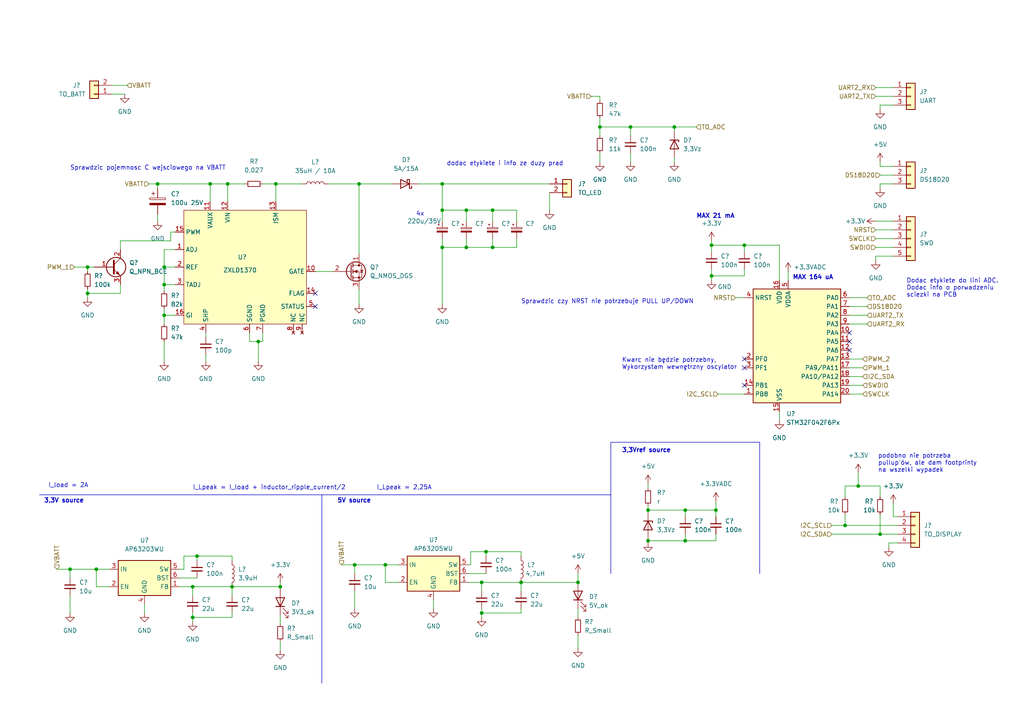
<source format=kicad_sch>
(kicad_sch (version 20230121) (generator eeschema)

  (uuid e63e39d7-6ac0-4ffd-8aa3-1841a4541b55)

  (paper "A4")

  (lib_symbols
    (symbol "Connector_Generic:Conn_01x02" (pin_names (offset 1.016) hide) (in_bom yes) (on_board yes)
      (property "Reference" "J" (at 0 2.54 0)
        (effects (font (size 1.27 1.27)))
      )
      (property "Value" "Conn_01x02" (at 0 -5.08 0)
        (effects (font (size 1.27 1.27)))
      )
      (property "Footprint" "" (at 0 0 0)
        (effects (font (size 1.27 1.27)) hide)
      )
      (property "Datasheet" "~" (at 0 0 0)
        (effects (font (size 1.27 1.27)) hide)
      )
      (property "ki_keywords" "connector" (at 0 0 0)
        (effects (font (size 1.27 1.27)) hide)
      )
      (property "ki_description" "Generic connector, single row, 01x02, script generated (kicad-library-utils/schlib/autogen/connector/)" (at 0 0 0)
        (effects (font (size 1.27 1.27)) hide)
      )
      (property "ki_fp_filters" "Connector*:*_1x??_*" (at 0 0 0)
        (effects (font (size 1.27 1.27)) hide)
      )
      (symbol "Conn_01x02_1_1"
        (rectangle (start -1.27 -2.413) (end 0 -2.667)
          (stroke (width 0.1524) (type default))
          (fill (type none))
        )
        (rectangle (start -1.27 0.127) (end 0 -0.127)
          (stroke (width 0.1524) (type default))
          (fill (type none))
        )
        (rectangle (start -1.27 1.27) (end 1.27 -3.81)
          (stroke (width 0.254) (type default))
          (fill (type background))
        )
        (pin passive line (at -5.08 0 0) (length 3.81)
          (name "Pin_1" (effects (font (size 1.27 1.27))))
          (number "1" (effects (font (size 1.27 1.27))))
        )
        (pin passive line (at -5.08 -2.54 0) (length 3.81)
          (name "Pin_2" (effects (font (size 1.27 1.27))))
          (number "2" (effects (font (size 1.27 1.27))))
        )
      )
    )
    (symbol "Connector_Generic:Conn_01x03" (pin_names (offset 1.016) hide) (in_bom yes) (on_board yes)
      (property "Reference" "J" (at 0 5.08 0)
        (effects (font (size 1.27 1.27)))
      )
      (property "Value" "Conn_01x03" (at 0 -5.08 0)
        (effects (font (size 1.27 1.27)))
      )
      (property "Footprint" "" (at 0 0 0)
        (effects (font (size 1.27 1.27)) hide)
      )
      (property "Datasheet" "~" (at 0 0 0)
        (effects (font (size 1.27 1.27)) hide)
      )
      (property "ki_keywords" "connector" (at 0 0 0)
        (effects (font (size 1.27 1.27)) hide)
      )
      (property "ki_description" "Generic connector, single row, 01x03, script generated (kicad-library-utils/schlib/autogen/connector/)" (at 0 0 0)
        (effects (font (size 1.27 1.27)) hide)
      )
      (property "ki_fp_filters" "Connector*:*_1x??_*" (at 0 0 0)
        (effects (font (size 1.27 1.27)) hide)
      )
      (symbol "Conn_01x03_1_1"
        (rectangle (start -1.27 -2.413) (end 0 -2.667)
          (stroke (width 0.1524) (type default))
          (fill (type none))
        )
        (rectangle (start -1.27 0.127) (end 0 -0.127)
          (stroke (width 0.1524) (type default))
          (fill (type none))
        )
        (rectangle (start -1.27 2.667) (end 0 2.413)
          (stroke (width 0.1524) (type default))
          (fill (type none))
        )
        (rectangle (start -1.27 3.81) (end 1.27 -3.81)
          (stroke (width 0.254) (type default))
          (fill (type background))
        )
        (pin passive line (at -5.08 2.54 0) (length 3.81)
          (name "Pin_1" (effects (font (size 1.27 1.27))))
          (number "1" (effects (font (size 1.27 1.27))))
        )
        (pin passive line (at -5.08 0 0) (length 3.81)
          (name "Pin_2" (effects (font (size 1.27 1.27))))
          (number "2" (effects (font (size 1.27 1.27))))
        )
        (pin passive line (at -5.08 -2.54 0) (length 3.81)
          (name "Pin_3" (effects (font (size 1.27 1.27))))
          (number "3" (effects (font (size 1.27 1.27))))
        )
      )
    )
    (symbol "Connector_Generic:Conn_01x04" (pin_names (offset 1.016) hide) (in_bom yes) (on_board yes)
      (property "Reference" "J" (at 0 5.08 0)
        (effects (font (size 1.27 1.27)))
      )
      (property "Value" "Conn_01x04" (at 0 -7.62 0)
        (effects (font (size 1.27 1.27)))
      )
      (property "Footprint" "" (at 0 0 0)
        (effects (font (size 1.27 1.27)) hide)
      )
      (property "Datasheet" "~" (at 0 0 0)
        (effects (font (size 1.27 1.27)) hide)
      )
      (property "ki_keywords" "connector" (at 0 0 0)
        (effects (font (size 1.27 1.27)) hide)
      )
      (property "ki_description" "Generic connector, single row, 01x04, script generated (kicad-library-utils/schlib/autogen/connector/)" (at 0 0 0)
        (effects (font (size 1.27 1.27)) hide)
      )
      (property "ki_fp_filters" "Connector*:*_1x??_*" (at 0 0 0)
        (effects (font (size 1.27 1.27)) hide)
      )
      (symbol "Conn_01x04_1_1"
        (rectangle (start -1.27 -4.953) (end 0 -5.207)
          (stroke (width 0.1524) (type default))
          (fill (type none))
        )
        (rectangle (start -1.27 -2.413) (end 0 -2.667)
          (stroke (width 0.1524) (type default))
          (fill (type none))
        )
        (rectangle (start -1.27 0.127) (end 0 -0.127)
          (stroke (width 0.1524) (type default))
          (fill (type none))
        )
        (rectangle (start -1.27 2.667) (end 0 2.413)
          (stroke (width 0.1524) (type default))
          (fill (type none))
        )
        (rectangle (start -1.27 3.81) (end 1.27 -6.35)
          (stroke (width 0.254) (type default))
          (fill (type background))
        )
        (pin passive line (at -5.08 2.54 0) (length 3.81)
          (name "Pin_1" (effects (font (size 1.27 1.27))))
          (number "1" (effects (font (size 1.27 1.27))))
        )
        (pin passive line (at -5.08 0 0) (length 3.81)
          (name "Pin_2" (effects (font (size 1.27 1.27))))
          (number "2" (effects (font (size 1.27 1.27))))
        )
        (pin passive line (at -5.08 -2.54 0) (length 3.81)
          (name "Pin_3" (effects (font (size 1.27 1.27))))
          (number "3" (effects (font (size 1.27 1.27))))
        )
        (pin passive line (at -5.08 -5.08 0) (length 3.81)
          (name "Pin_4" (effects (font (size 1.27 1.27))))
          (number "4" (effects (font (size 1.27 1.27))))
        )
      )
    )
    (symbol "Connector_Generic:Conn_01x05" (pin_names (offset 1.016) hide) (in_bom yes) (on_board yes)
      (property "Reference" "J" (at 0 7.62 0)
        (effects (font (size 1.27 1.27)))
      )
      (property "Value" "Conn_01x05" (at 0 -7.62 0)
        (effects (font (size 1.27 1.27)))
      )
      (property "Footprint" "" (at 0 0 0)
        (effects (font (size 1.27 1.27)) hide)
      )
      (property "Datasheet" "~" (at 0 0 0)
        (effects (font (size 1.27 1.27)) hide)
      )
      (property "ki_keywords" "connector" (at 0 0 0)
        (effects (font (size 1.27 1.27)) hide)
      )
      (property "ki_description" "Generic connector, single row, 01x05, script generated (kicad-library-utils/schlib/autogen/connector/)" (at 0 0 0)
        (effects (font (size 1.27 1.27)) hide)
      )
      (property "ki_fp_filters" "Connector*:*_1x??_*" (at 0 0 0)
        (effects (font (size 1.27 1.27)) hide)
      )
      (symbol "Conn_01x05_1_1"
        (rectangle (start -1.27 -4.953) (end 0 -5.207)
          (stroke (width 0.1524) (type default))
          (fill (type none))
        )
        (rectangle (start -1.27 -2.413) (end 0 -2.667)
          (stroke (width 0.1524) (type default))
          (fill (type none))
        )
        (rectangle (start -1.27 0.127) (end 0 -0.127)
          (stroke (width 0.1524) (type default))
          (fill (type none))
        )
        (rectangle (start -1.27 2.667) (end 0 2.413)
          (stroke (width 0.1524) (type default))
          (fill (type none))
        )
        (rectangle (start -1.27 5.207) (end 0 4.953)
          (stroke (width 0.1524) (type default))
          (fill (type none))
        )
        (rectangle (start -1.27 6.35) (end 1.27 -6.35)
          (stroke (width 0.254) (type default))
          (fill (type background))
        )
        (pin passive line (at -5.08 5.08 0) (length 3.81)
          (name "Pin_1" (effects (font (size 1.27 1.27))))
          (number "1" (effects (font (size 1.27 1.27))))
        )
        (pin passive line (at -5.08 2.54 0) (length 3.81)
          (name "Pin_2" (effects (font (size 1.27 1.27))))
          (number "2" (effects (font (size 1.27 1.27))))
        )
        (pin passive line (at -5.08 0 0) (length 3.81)
          (name "Pin_3" (effects (font (size 1.27 1.27))))
          (number "3" (effects (font (size 1.27 1.27))))
        )
        (pin passive line (at -5.08 -2.54 0) (length 3.81)
          (name "Pin_4" (effects (font (size 1.27 1.27))))
          (number "4" (effects (font (size 1.27 1.27))))
        )
        (pin passive line (at -5.08 -5.08 0) (length 3.81)
          (name "Pin_5" (effects (font (size 1.27 1.27))))
          (number "5" (effects (font (size 1.27 1.27))))
        )
      )
    )
    (symbol "Device:C_Polarized" (pin_numbers hide) (pin_names (offset 0.254)) (in_bom yes) (on_board yes)
      (property "Reference" "C" (at 0.635 2.54 0)
        (effects (font (size 1.27 1.27)) (justify left))
      )
      (property "Value" "C_Polarized" (at 0.635 -2.54 0)
        (effects (font (size 1.27 1.27)) (justify left))
      )
      (property "Footprint" "" (at 0.9652 -3.81 0)
        (effects (font (size 1.27 1.27)) hide)
      )
      (property "Datasheet" "~" (at 0 0 0)
        (effects (font (size 1.27 1.27)) hide)
      )
      (property "ki_keywords" "cap capacitor" (at 0 0 0)
        (effects (font (size 1.27 1.27)) hide)
      )
      (property "ki_description" "Polarized capacitor" (at 0 0 0)
        (effects (font (size 1.27 1.27)) hide)
      )
      (property "ki_fp_filters" "CP_*" (at 0 0 0)
        (effects (font (size 1.27 1.27)) hide)
      )
      (symbol "C_Polarized_0_1"
        (rectangle (start -2.286 0.508) (end 2.286 1.016)
          (stroke (width 0) (type default))
          (fill (type none))
        )
        (polyline
          (pts
            (xy -1.778 2.286)
            (xy -0.762 2.286)
          )
          (stroke (width 0) (type default))
          (fill (type none))
        )
        (polyline
          (pts
            (xy -1.27 2.794)
            (xy -1.27 1.778)
          )
          (stroke (width 0) (type default))
          (fill (type none))
        )
        (rectangle (start 2.286 -0.508) (end -2.286 -1.016)
          (stroke (width 0) (type default))
          (fill (type outline))
        )
      )
      (symbol "C_Polarized_1_1"
        (pin passive line (at 0 3.81 270) (length 2.794)
          (name "~" (effects (font (size 1.27 1.27))))
          (number "1" (effects (font (size 1.27 1.27))))
        )
        (pin passive line (at 0 -3.81 90) (length 2.794)
          (name "~" (effects (font (size 1.27 1.27))))
          (number "2" (effects (font (size 1.27 1.27))))
        )
      )
    )
    (symbol "Device:C_Polarized_Small" (pin_numbers hide) (pin_names (offset 0.254) hide) (in_bom yes) (on_board yes)
      (property "Reference" "C" (at 0.254 1.778 0)
        (effects (font (size 1.27 1.27)) (justify left))
      )
      (property "Value" "C_Polarized_Small" (at 0.254 -2.032 0)
        (effects (font (size 1.27 1.27)) (justify left))
      )
      (property "Footprint" "" (at 0 0 0)
        (effects (font (size 1.27 1.27)) hide)
      )
      (property "Datasheet" "~" (at 0 0 0)
        (effects (font (size 1.27 1.27)) hide)
      )
      (property "ki_keywords" "cap capacitor" (at 0 0 0)
        (effects (font (size 1.27 1.27)) hide)
      )
      (property "ki_description" "Polarized capacitor, small symbol" (at 0 0 0)
        (effects (font (size 1.27 1.27)) hide)
      )
      (property "ki_fp_filters" "CP_*" (at 0 0 0)
        (effects (font (size 1.27 1.27)) hide)
      )
      (symbol "C_Polarized_Small_0_1"
        (rectangle (start -1.524 -0.3048) (end 1.524 -0.6858)
          (stroke (width 0) (type default))
          (fill (type outline))
        )
        (rectangle (start -1.524 0.6858) (end 1.524 0.3048)
          (stroke (width 0) (type default))
          (fill (type none))
        )
        (polyline
          (pts
            (xy -1.27 1.524)
            (xy -0.762 1.524)
          )
          (stroke (width 0) (type default))
          (fill (type none))
        )
        (polyline
          (pts
            (xy -1.016 1.27)
            (xy -1.016 1.778)
          )
          (stroke (width 0) (type default))
          (fill (type none))
        )
      )
      (symbol "C_Polarized_Small_1_1"
        (pin passive line (at 0 2.54 270) (length 1.8542)
          (name "~" (effects (font (size 1.27 1.27))))
          (number "1" (effects (font (size 1.27 1.27))))
        )
        (pin passive line (at 0 -2.54 90) (length 1.8542)
          (name "~" (effects (font (size 1.27 1.27))))
          (number "2" (effects (font (size 1.27 1.27))))
        )
      )
    )
    (symbol "Device:C_Small" (pin_numbers hide) (pin_names (offset 0.254) hide) (in_bom yes) (on_board yes)
      (property "Reference" "C" (at 0.254 1.778 0)
        (effects (font (size 1.27 1.27)) (justify left))
      )
      (property "Value" "C_Small" (at 0.254 -2.032 0)
        (effects (font (size 1.27 1.27)) (justify left))
      )
      (property "Footprint" "" (at 0 0 0)
        (effects (font (size 1.27 1.27)) hide)
      )
      (property "Datasheet" "~" (at 0 0 0)
        (effects (font (size 1.27 1.27)) hide)
      )
      (property "ki_keywords" "capacitor cap" (at 0 0 0)
        (effects (font (size 1.27 1.27)) hide)
      )
      (property "ki_description" "Unpolarized capacitor, small symbol" (at 0 0 0)
        (effects (font (size 1.27 1.27)) hide)
      )
      (property "ki_fp_filters" "C_*" (at 0 0 0)
        (effects (font (size 1.27 1.27)) hide)
      )
      (symbol "C_Small_0_1"
        (polyline
          (pts
            (xy -1.524 -0.508)
            (xy 1.524 -0.508)
          )
          (stroke (width 0.3302) (type default))
          (fill (type none))
        )
        (polyline
          (pts
            (xy -1.524 0.508)
            (xy 1.524 0.508)
          )
          (stroke (width 0.3048) (type default))
          (fill (type none))
        )
      )
      (symbol "C_Small_1_1"
        (pin passive line (at 0 2.54 270) (length 2.032)
          (name "~" (effects (font (size 1.27 1.27))))
          (number "1" (effects (font (size 1.27 1.27))))
        )
        (pin passive line (at 0 -2.54 90) (length 2.032)
          (name "~" (effects (font (size 1.27 1.27))))
          (number "2" (effects (font (size 1.27 1.27))))
        )
      )
    )
    (symbol "Device:D_Schottky" (pin_numbers hide) (pin_names (offset 1.016) hide) (in_bom yes) (on_board yes)
      (property "Reference" "D" (at 0 2.54 0)
        (effects (font (size 1.27 1.27)))
      )
      (property "Value" "D_Schottky" (at 0 -2.54 0)
        (effects (font (size 1.27 1.27)))
      )
      (property "Footprint" "" (at 0 0 0)
        (effects (font (size 1.27 1.27)) hide)
      )
      (property "Datasheet" "~" (at 0 0 0)
        (effects (font (size 1.27 1.27)) hide)
      )
      (property "ki_keywords" "diode Schottky" (at 0 0 0)
        (effects (font (size 1.27 1.27)) hide)
      )
      (property "ki_description" "Schottky diode" (at 0 0 0)
        (effects (font (size 1.27 1.27)) hide)
      )
      (property "ki_fp_filters" "TO-???* *_Diode_* *SingleDiode* D_*" (at 0 0 0)
        (effects (font (size 1.27 1.27)) hide)
      )
      (symbol "D_Schottky_0_1"
        (polyline
          (pts
            (xy 1.27 0)
            (xy -1.27 0)
          )
          (stroke (width 0) (type default))
          (fill (type none))
        )
        (polyline
          (pts
            (xy 1.27 1.27)
            (xy 1.27 -1.27)
            (xy -1.27 0)
            (xy 1.27 1.27)
          )
          (stroke (width 0.254) (type default))
          (fill (type none))
        )
        (polyline
          (pts
            (xy -1.905 0.635)
            (xy -1.905 1.27)
            (xy -1.27 1.27)
            (xy -1.27 -1.27)
            (xy -0.635 -1.27)
            (xy -0.635 -0.635)
          )
          (stroke (width 0.254) (type default))
          (fill (type none))
        )
      )
      (symbol "D_Schottky_1_1"
        (pin passive line (at -3.81 0 0) (length 2.54)
          (name "K" (effects (font (size 1.27 1.27))))
          (number "1" (effects (font (size 1.27 1.27))))
        )
        (pin passive line (at 3.81 0 180) (length 2.54)
          (name "A" (effects (font (size 1.27 1.27))))
          (number "2" (effects (font (size 1.27 1.27))))
        )
      )
    )
    (symbol "Device:D_Zener" (pin_numbers hide) (pin_names (offset 1.016) hide) (in_bom yes) (on_board yes)
      (property "Reference" "D" (at 0 2.54 0)
        (effects (font (size 1.27 1.27)))
      )
      (property "Value" "D_Zener" (at 0 -2.54 0)
        (effects (font (size 1.27 1.27)))
      )
      (property "Footprint" "" (at 0 0 0)
        (effects (font (size 1.27 1.27)) hide)
      )
      (property "Datasheet" "~" (at 0 0 0)
        (effects (font (size 1.27 1.27)) hide)
      )
      (property "ki_keywords" "diode" (at 0 0 0)
        (effects (font (size 1.27 1.27)) hide)
      )
      (property "ki_description" "Zener diode" (at 0 0 0)
        (effects (font (size 1.27 1.27)) hide)
      )
      (property "ki_fp_filters" "TO-???* *_Diode_* *SingleDiode* D_*" (at 0 0 0)
        (effects (font (size 1.27 1.27)) hide)
      )
      (symbol "D_Zener_0_1"
        (polyline
          (pts
            (xy 1.27 0)
            (xy -1.27 0)
          )
          (stroke (width 0) (type default))
          (fill (type none))
        )
        (polyline
          (pts
            (xy -1.27 -1.27)
            (xy -1.27 1.27)
            (xy -0.762 1.27)
          )
          (stroke (width 0.254) (type default))
          (fill (type none))
        )
        (polyline
          (pts
            (xy 1.27 -1.27)
            (xy 1.27 1.27)
            (xy -1.27 0)
            (xy 1.27 -1.27)
          )
          (stroke (width 0.254) (type default))
          (fill (type none))
        )
      )
      (symbol "D_Zener_1_1"
        (pin passive line (at -3.81 0 0) (length 2.54)
          (name "K" (effects (font (size 1.27 1.27))))
          (number "1" (effects (font (size 1.27 1.27))))
        )
        (pin passive line (at 3.81 0 180) (length 2.54)
          (name "A" (effects (font (size 1.27 1.27))))
          (number "2" (effects (font (size 1.27 1.27))))
        )
      )
    )
    (symbol "Device:L" (pin_numbers hide) (pin_names (offset 1.016) hide) (in_bom yes) (on_board yes)
      (property "Reference" "L" (at -1.27 0 90)
        (effects (font (size 1.27 1.27)))
      )
      (property "Value" "L" (at 1.905 0 90)
        (effects (font (size 1.27 1.27)))
      )
      (property "Footprint" "" (at 0 0 0)
        (effects (font (size 1.27 1.27)) hide)
      )
      (property "Datasheet" "~" (at 0 0 0)
        (effects (font (size 1.27 1.27)) hide)
      )
      (property "ki_keywords" "inductor choke coil reactor magnetic" (at 0 0 0)
        (effects (font (size 1.27 1.27)) hide)
      )
      (property "ki_description" "Inductor" (at 0 0 0)
        (effects (font (size 1.27 1.27)) hide)
      )
      (property "ki_fp_filters" "Choke_* *Coil* Inductor_* L_*" (at 0 0 0)
        (effects (font (size 1.27 1.27)) hide)
      )
      (symbol "L_0_1"
        (arc (start 0 -2.54) (mid 0.6323 -1.905) (end 0 -1.27)
          (stroke (width 0) (type default))
          (fill (type none))
        )
        (arc (start 0 -1.27) (mid 0.6323 -0.635) (end 0 0)
          (stroke (width 0) (type default))
          (fill (type none))
        )
        (arc (start 0 0) (mid 0.6323 0.635) (end 0 1.27)
          (stroke (width 0) (type default))
          (fill (type none))
        )
        (arc (start 0 1.27) (mid 0.6323 1.905) (end 0 2.54)
          (stroke (width 0) (type default))
          (fill (type none))
        )
      )
      (symbol "L_1_1"
        (pin passive line (at 0 3.81 270) (length 1.27)
          (name "1" (effects (font (size 1.27 1.27))))
          (number "1" (effects (font (size 1.27 1.27))))
        )
        (pin passive line (at 0 -3.81 90) (length 1.27)
          (name "2" (effects (font (size 1.27 1.27))))
          (number "2" (effects (font (size 1.27 1.27))))
        )
      )
    )
    (symbol "Device:LED" (pin_numbers hide) (pin_names (offset 1.016) hide) (in_bom yes) (on_board yes)
      (property "Reference" "D" (at 0 2.54 0)
        (effects (font (size 1.27 1.27)))
      )
      (property "Value" "LED" (at 0 -2.54 0)
        (effects (font (size 1.27 1.27)))
      )
      (property "Footprint" "" (at 0 0 0)
        (effects (font (size 1.27 1.27)) hide)
      )
      (property "Datasheet" "~" (at 0 0 0)
        (effects (font (size 1.27 1.27)) hide)
      )
      (property "ki_keywords" "LED diode" (at 0 0 0)
        (effects (font (size 1.27 1.27)) hide)
      )
      (property "ki_description" "Light emitting diode" (at 0 0 0)
        (effects (font (size 1.27 1.27)) hide)
      )
      (property "ki_fp_filters" "LED* LED_SMD:* LED_THT:*" (at 0 0 0)
        (effects (font (size 1.27 1.27)) hide)
      )
      (symbol "LED_0_1"
        (polyline
          (pts
            (xy -1.27 -1.27)
            (xy -1.27 1.27)
          )
          (stroke (width 0.254) (type default))
          (fill (type none))
        )
        (polyline
          (pts
            (xy -1.27 0)
            (xy 1.27 0)
          )
          (stroke (width 0) (type default))
          (fill (type none))
        )
        (polyline
          (pts
            (xy 1.27 -1.27)
            (xy 1.27 1.27)
            (xy -1.27 0)
            (xy 1.27 -1.27)
          )
          (stroke (width 0.254) (type default))
          (fill (type none))
        )
        (polyline
          (pts
            (xy -3.048 -0.762)
            (xy -4.572 -2.286)
            (xy -3.81 -2.286)
            (xy -4.572 -2.286)
            (xy -4.572 -1.524)
          )
          (stroke (width 0) (type default))
          (fill (type none))
        )
        (polyline
          (pts
            (xy -1.778 -0.762)
            (xy -3.302 -2.286)
            (xy -2.54 -2.286)
            (xy -3.302 -2.286)
            (xy -3.302 -1.524)
          )
          (stroke (width 0) (type default))
          (fill (type none))
        )
      )
      (symbol "LED_1_1"
        (pin passive line (at -3.81 0 0) (length 2.54)
          (name "K" (effects (font (size 1.27 1.27))))
          (number "1" (effects (font (size 1.27 1.27))))
        )
        (pin passive line (at 3.81 0 180) (length 2.54)
          (name "A" (effects (font (size 1.27 1.27))))
          (number "2" (effects (font (size 1.27 1.27))))
        )
      )
    )
    (symbol "Device:Q_NMOS_DGS" (pin_names (offset 0) hide) (in_bom yes) (on_board yes)
      (property "Reference" "Q" (at 5.08 1.27 0)
        (effects (font (size 1.27 1.27)) (justify left))
      )
      (property "Value" "Q_NMOS_DGS" (at 5.08 -1.27 0)
        (effects (font (size 1.27 1.27)) (justify left))
      )
      (property "Footprint" "" (at 5.08 2.54 0)
        (effects (font (size 1.27 1.27)) hide)
      )
      (property "Datasheet" "~" (at 0 0 0)
        (effects (font (size 1.27 1.27)) hide)
      )
      (property "ki_keywords" "transistor NMOS N-MOS N-MOSFET" (at 0 0 0)
        (effects (font (size 1.27 1.27)) hide)
      )
      (property "ki_description" "N-MOSFET transistor, drain/gate/source" (at 0 0 0)
        (effects (font (size 1.27 1.27)) hide)
      )
      (symbol "Q_NMOS_DGS_0_1"
        (polyline
          (pts
            (xy 0.254 0)
            (xy -2.54 0)
          )
          (stroke (width 0) (type default))
          (fill (type none))
        )
        (polyline
          (pts
            (xy 0.254 1.905)
            (xy 0.254 -1.905)
          )
          (stroke (width 0.254) (type default))
          (fill (type none))
        )
        (polyline
          (pts
            (xy 0.762 -1.27)
            (xy 0.762 -2.286)
          )
          (stroke (width 0.254) (type default))
          (fill (type none))
        )
        (polyline
          (pts
            (xy 0.762 0.508)
            (xy 0.762 -0.508)
          )
          (stroke (width 0.254) (type default))
          (fill (type none))
        )
        (polyline
          (pts
            (xy 0.762 2.286)
            (xy 0.762 1.27)
          )
          (stroke (width 0.254) (type default))
          (fill (type none))
        )
        (polyline
          (pts
            (xy 2.54 2.54)
            (xy 2.54 1.778)
          )
          (stroke (width 0) (type default))
          (fill (type none))
        )
        (polyline
          (pts
            (xy 2.54 -2.54)
            (xy 2.54 0)
            (xy 0.762 0)
          )
          (stroke (width 0) (type default))
          (fill (type none))
        )
        (polyline
          (pts
            (xy 0.762 -1.778)
            (xy 3.302 -1.778)
            (xy 3.302 1.778)
            (xy 0.762 1.778)
          )
          (stroke (width 0) (type default))
          (fill (type none))
        )
        (polyline
          (pts
            (xy 1.016 0)
            (xy 2.032 0.381)
            (xy 2.032 -0.381)
            (xy 1.016 0)
          )
          (stroke (width 0) (type default))
          (fill (type outline))
        )
        (polyline
          (pts
            (xy 2.794 0.508)
            (xy 2.921 0.381)
            (xy 3.683 0.381)
            (xy 3.81 0.254)
          )
          (stroke (width 0) (type default))
          (fill (type none))
        )
        (polyline
          (pts
            (xy 3.302 0.381)
            (xy 2.921 -0.254)
            (xy 3.683 -0.254)
            (xy 3.302 0.381)
          )
          (stroke (width 0) (type default))
          (fill (type none))
        )
        (circle (center 1.651 0) (radius 2.794)
          (stroke (width 0.254) (type default))
          (fill (type none))
        )
        (circle (center 2.54 -1.778) (radius 0.254)
          (stroke (width 0) (type default))
          (fill (type outline))
        )
        (circle (center 2.54 1.778) (radius 0.254)
          (stroke (width 0) (type default))
          (fill (type outline))
        )
      )
      (symbol "Q_NMOS_DGS_1_1"
        (pin passive line (at 2.54 5.08 270) (length 2.54)
          (name "D" (effects (font (size 1.27 1.27))))
          (number "1" (effects (font (size 1.27 1.27))))
        )
        (pin input line (at -5.08 0 0) (length 2.54)
          (name "G" (effects (font (size 1.27 1.27))))
          (number "2" (effects (font (size 1.27 1.27))))
        )
        (pin passive line (at 2.54 -5.08 90) (length 2.54)
          (name "S" (effects (font (size 1.27 1.27))))
          (number "3" (effects (font (size 1.27 1.27))))
        )
      )
    )
    (symbol "Device:Q_NPN_BCE" (pin_names (offset 0) hide) (in_bom yes) (on_board yes)
      (property "Reference" "Q" (at 5.08 1.27 0)
        (effects (font (size 1.27 1.27)) (justify left))
      )
      (property "Value" "Q_NPN_BCE" (at 5.08 -1.27 0)
        (effects (font (size 1.27 1.27)) (justify left))
      )
      (property "Footprint" "" (at 5.08 2.54 0)
        (effects (font (size 1.27 1.27)) hide)
      )
      (property "Datasheet" "~" (at 0 0 0)
        (effects (font (size 1.27 1.27)) hide)
      )
      (property "ki_keywords" "transistor NPN" (at 0 0 0)
        (effects (font (size 1.27 1.27)) hide)
      )
      (property "ki_description" "NPN transistor, base/collector/emitter" (at 0 0 0)
        (effects (font (size 1.27 1.27)) hide)
      )
      (symbol "Q_NPN_BCE_0_1"
        (polyline
          (pts
            (xy 0.635 0.635)
            (xy 2.54 2.54)
          )
          (stroke (width 0) (type default))
          (fill (type none))
        )
        (polyline
          (pts
            (xy 0.635 -0.635)
            (xy 2.54 -2.54)
            (xy 2.54 -2.54)
          )
          (stroke (width 0) (type default))
          (fill (type none))
        )
        (polyline
          (pts
            (xy 0.635 1.905)
            (xy 0.635 -1.905)
            (xy 0.635 -1.905)
          )
          (stroke (width 0.508) (type default))
          (fill (type none))
        )
        (polyline
          (pts
            (xy 1.27 -1.778)
            (xy 1.778 -1.27)
            (xy 2.286 -2.286)
            (xy 1.27 -1.778)
            (xy 1.27 -1.778)
          )
          (stroke (width 0) (type default))
          (fill (type outline))
        )
        (circle (center 1.27 0) (radius 2.8194)
          (stroke (width 0.254) (type default))
          (fill (type none))
        )
      )
      (symbol "Q_NPN_BCE_1_1"
        (pin input line (at -5.08 0 0) (length 5.715)
          (name "B" (effects (font (size 1.27 1.27))))
          (number "1" (effects (font (size 1.27 1.27))))
        )
        (pin passive line (at 2.54 5.08 270) (length 2.54)
          (name "C" (effects (font (size 1.27 1.27))))
          (number "2" (effects (font (size 1.27 1.27))))
        )
        (pin passive line (at 2.54 -5.08 90) (length 2.54)
          (name "E" (effects (font (size 1.27 1.27))))
          (number "3" (effects (font (size 1.27 1.27))))
        )
      )
    )
    (symbol "Device:R_Small" (pin_numbers hide) (pin_names (offset 0.254) hide) (in_bom yes) (on_board yes)
      (property "Reference" "R" (at 0.762 0.508 0)
        (effects (font (size 1.27 1.27)) (justify left))
      )
      (property "Value" "R_Small" (at 0.762 -1.016 0)
        (effects (font (size 1.27 1.27)) (justify left))
      )
      (property "Footprint" "" (at 0 0 0)
        (effects (font (size 1.27 1.27)) hide)
      )
      (property "Datasheet" "~" (at 0 0 0)
        (effects (font (size 1.27 1.27)) hide)
      )
      (property "ki_keywords" "R resistor" (at 0 0 0)
        (effects (font (size 1.27 1.27)) hide)
      )
      (property "ki_description" "Resistor, small symbol" (at 0 0 0)
        (effects (font (size 1.27 1.27)) hide)
      )
      (property "ki_fp_filters" "R_*" (at 0 0 0)
        (effects (font (size 1.27 1.27)) hide)
      )
      (symbol "R_Small_0_1"
        (rectangle (start -0.762 1.778) (end 0.762 -1.778)
          (stroke (width 0.2032) (type default))
          (fill (type none))
        )
      )
      (symbol "R_Small_1_1"
        (pin passive line (at 0 2.54 270) (length 0.762)
          (name "~" (effects (font (size 1.27 1.27))))
          (number "1" (effects (font (size 1.27 1.27))))
        )
        (pin passive line (at 0 -2.54 90) (length 0.762)
          (name "~" (effects (font (size 1.27 1.27))))
          (number "2" (effects (font (size 1.27 1.27))))
        )
      )
    )
    (symbol "MCU_ST_STM32F0:STM32F042F6Px" (in_bom yes) (on_board yes)
      (property "Reference" "U" (at -12.7 16.51 0)
        (effects (font (size 1.27 1.27)) (justify left))
      )
      (property "Value" "STM32F042F6Px" (at 0 16.51 0)
        (effects (font (size 1.27 1.27)) (justify left))
      )
      (property "Footprint" "Package_SO:TSSOP-20_4.4x6.5mm_P0.65mm" (at -12.7 -17.78 0)
        (effects (font (size 1.27 1.27)) (justify right) hide)
      )
      (property "Datasheet" "http://www.st.com/st-web-ui/static/active/en/resource/technical/document/datasheet/DM00105814.pdf" (at 0 0 0)
        (effects (font (size 1.27 1.27)) hide)
      )
      (property "ki_keywords" "ARM Cortex-M0 STM32F0 STM32F0x2" (at 0 0 0)
        (effects (font (size 1.27 1.27)) hide)
      )
      (property "ki_description" "ARM Cortex-M0 MCU, 32KB flash, 6KB RAM, 48MHz, 2-3.6V, 16 GPIO, TSSOP-20" (at 0 0 0)
        (effects (font (size 1.27 1.27)) hide)
      )
      (property "ki_fp_filters" "TSSOP*4.4x6.5mm*P0.65mm*" (at 0 0 0)
        (effects (font (size 1.27 1.27)) hide)
      )
      (symbol "STM32F042F6Px_0_1"
        (rectangle (start -12.7 -17.78) (end 12.7 15.24)
          (stroke (width 0.254) (type default))
          (fill (type background))
        )
      )
      (symbol "STM32F042F6Px_1_1"
        (pin bidirectional line (at -15.24 -15.24 0) (length 2.54)
          (name "PB8" (effects (font (size 1.27 1.27))))
          (number "1" (effects (font (size 1.27 1.27))))
        )
        (pin bidirectional line (at 15.24 2.54 180) (length 2.54)
          (name "PA4" (effects (font (size 1.27 1.27))))
          (number "10" (effects (font (size 1.27 1.27))))
        )
        (pin bidirectional line (at 15.24 0 180) (length 2.54)
          (name "PA5" (effects (font (size 1.27 1.27))))
          (number "11" (effects (font (size 1.27 1.27))))
        )
        (pin bidirectional line (at 15.24 -2.54 180) (length 2.54)
          (name "PA6" (effects (font (size 1.27 1.27))))
          (number "12" (effects (font (size 1.27 1.27))))
        )
        (pin bidirectional line (at 15.24 -5.08 180) (length 2.54)
          (name "PA7" (effects (font (size 1.27 1.27))))
          (number "13" (effects (font (size 1.27 1.27))))
        )
        (pin bidirectional line (at -15.24 -12.7 0) (length 2.54)
          (name "PB1" (effects (font (size 1.27 1.27))))
          (number "14" (effects (font (size 1.27 1.27))))
        )
        (pin power_in line (at -5.08 -20.32 90) (length 2.54)
          (name "VSS" (effects (font (size 1.27 1.27))))
          (number "15" (effects (font (size 1.27 1.27))))
        )
        (pin power_in line (at -5.08 17.78 270) (length 2.54)
          (name "VDD" (effects (font (size 1.27 1.27))))
          (number "16" (effects (font (size 1.27 1.27))))
        )
        (pin bidirectional line (at 15.24 -7.62 180) (length 2.54)
          (name "PA9/PA11" (effects (font (size 1.27 1.27))))
          (number "17" (effects (font (size 1.27 1.27))))
        )
        (pin bidirectional line (at 15.24 -10.16 180) (length 2.54)
          (name "PA10/PA12" (effects (font (size 1.27 1.27))))
          (number "18" (effects (font (size 1.27 1.27))))
        )
        (pin bidirectional line (at 15.24 -12.7 180) (length 2.54)
          (name "PA13" (effects (font (size 1.27 1.27))))
          (number "19" (effects (font (size 1.27 1.27))))
        )
        (pin input line (at -15.24 -5.08 0) (length 2.54)
          (name "PF0" (effects (font (size 1.27 1.27))))
          (number "2" (effects (font (size 1.27 1.27))))
        )
        (pin bidirectional line (at 15.24 -15.24 180) (length 2.54)
          (name "PA14" (effects (font (size 1.27 1.27))))
          (number "20" (effects (font (size 1.27 1.27))))
        )
        (pin input line (at -15.24 -7.62 0) (length 2.54)
          (name "PF1" (effects (font (size 1.27 1.27))))
          (number "3" (effects (font (size 1.27 1.27))))
        )
        (pin input line (at -15.24 12.7 0) (length 2.54)
          (name "NRST" (effects (font (size 1.27 1.27))))
          (number "4" (effects (font (size 1.27 1.27))))
        )
        (pin power_in line (at -2.54 17.78 270) (length 2.54)
          (name "VDDA" (effects (font (size 1.27 1.27))))
          (number "5" (effects (font (size 1.27 1.27))))
        )
        (pin bidirectional line (at 15.24 12.7 180) (length 2.54)
          (name "PA0" (effects (font (size 1.27 1.27))))
          (number "6" (effects (font (size 1.27 1.27))))
        )
        (pin bidirectional line (at 15.24 10.16 180) (length 2.54)
          (name "PA1" (effects (font (size 1.27 1.27))))
          (number "7" (effects (font (size 1.27 1.27))))
        )
        (pin bidirectional line (at 15.24 7.62 180) (length 2.54)
          (name "PA2" (effects (font (size 1.27 1.27))))
          (number "8" (effects (font (size 1.27 1.27))))
        )
        (pin bidirectional line (at 15.24 5.08 180) (length 2.54)
          (name "PA3" (effects (font (size 1.27 1.27))))
          (number "9" (effects (font (size 1.27 1.27))))
        )
      )
    )
    (symbol "Regulator_Switching:AP63203WU" (in_bom yes) (on_board yes)
      (property "Reference" "U" (at -7.62 6.35 0)
        (effects (font (size 1.27 1.27)))
      )
      (property "Value" "AP63203WU" (at 2.54 6.35 0)
        (effects (font (size 1.27 1.27)))
      )
      (property "Footprint" "Package_TO_SOT_SMD:TSOT-23-6" (at 0 -22.86 0)
        (effects (font (size 1.27 1.27)) hide)
      )
      (property "Datasheet" "https://www.diodes.com/assets/Datasheets/AP63200-AP63201-AP63203-AP63205.pdf" (at 0 0 0)
        (effects (font (size 1.27 1.27)) hide)
      )
      (property "ki_keywords" "2A Buck DC/DC" (at 0 0 0)
        (effects (font (size 1.27 1.27)) hide)
      )
      (property "ki_description" "2A, 1.1MHz Buck DC/DC Converter, fixed 3.3V output voltage, TSOT-23-6" (at 0 0 0)
        (effects (font (size 1.27 1.27)) hide)
      )
      (property "ki_fp_filters" "TSOT?23*" (at 0 0 0)
        (effects (font (size 1.27 1.27)) hide)
      )
      (symbol "AP63203WU_0_1"
        (rectangle (start -7.62 5.08) (end 7.62 -5.08)
          (stroke (width 0.254) (type default))
          (fill (type background))
        )
      )
      (symbol "AP63203WU_1_1"
        (pin input line (at 10.16 -2.54 180) (length 2.54)
          (name "FB" (effects (font (size 1.27 1.27))))
          (number "1" (effects (font (size 1.27 1.27))))
        )
        (pin input line (at -10.16 -2.54 0) (length 2.54)
          (name "EN" (effects (font (size 1.27 1.27))))
          (number "2" (effects (font (size 1.27 1.27))))
        )
        (pin power_in line (at -10.16 2.54 0) (length 2.54)
          (name "IN" (effects (font (size 1.27 1.27))))
          (number "3" (effects (font (size 1.27 1.27))))
        )
        (pin power_in line (at 0 -7.62 90) (length 2.54)
          (name "GND" (effects (font (size 1.27 1.27))))
          (number "4" (effects (font (size 1.27 1.27))))
        )
        (pin output line (at 10.16 2.54 180) (length 2.54)
          (name "SW" (effects (font (size 1.27 1.27))))
          (number "5" (effects (font (size 1.27 1.27))))
        )
        (pin passive line (at 10.16 0 180) (length 2.54)
          (name "BST" (effects (font (size 1.27 1.27))))
          (number "6" (effects (font (size 1.27 1.27))))
        )
      )
    )
    (symbol "Regulator_Switching:AP63205WU" (in_bom yes) (on_board yes)
      (property "Reference" "U" (at -7.62 6.35 0)
        (effects (font (size 1.27 1.27)))
      )
      (property "Value" "AP63205WU" (at 2.54 6.35 0)
        (effects (font (size 1.27 1.27)))
      )
      (property "Footprint" "Package_TO_SOT_SMD:TSOT-23-6" (at 0 -22.86 0)
        (effects (font (size 1.27 1.27)) hide)
      )
      (property "Datasheet" "https://www.diodes.com/assets/Datasheets/AP63200-AP63201-AP63203-AP63205.pdf" (at 0 0 0)
        (effects (font (size 1.27 1.27)) hide)
      )
      (property "ki_keywords" "2A Buck DC/DC" (at 0 0 0)
        (effects (font (size 1.27 1.27)) hide)
      )
      (property "ki_description" "2A, 1.1MHz Buck DC/DC Converter, fixed 5.0V output voltage, TSOT-23-6" (at 0 0 0)
        (effects (font (size 1.27 1.27)) hide)
      )
      (property "ki_fp_filters" "TSOT?23*" (at 0 0 0)
        (effects (font (size 1.27 1.27)) hide)
      )
      (symbol "AP63205WU_0_1"
        (rectangle (start -7.62 5.08) (end 7.62 -5.08)
          (stroke (width 0.254) (type default))
          (fill (type background))
        )
      )
      (symbol "AP63205WU_1_1"
        (pin input line (at 10.16 -2.54 180) (length 2.54)
          (name "FB" (effects (font (size 1.27 1.27))))
          (number "1" (effects (font (size 1.27 1.27))))
        )
        (pin input line (at -10.16 -2.54 0) (length 2.54)
          (name "EN" (effects (font (size 1.27 1.27))))
          (number "2" (effects (font (size 1.27 1.27))))
        )
        (pin power_in line (at -10.16 2.54 0) (length 2.54)
          (name "IN" (effects (font (size 1.27 1.27))))
          (number "3" (effects (font (size 1.27 1.27))))
        )
        (pin power_in line (at 0 -7.62 90) (length 2.54)
          (name "GND" (effects (font (size 1.27 1.27))))
          (number "4" (effects (font (size 1.27 1.27))))
        )
        (pin output line (at 10.16 2.54 180) (length 2.54)
          (name "SW" (effects (font (size 1.27 1.27))))
          (number "5" (effects (font (size 1.27 1.27))))
        )
        (pin passive line (at 10.16 0 180) (length 2.54)
          (name "BST" (effects (font (size 1.27 1.27))))
          (number "6" (effects (font (size 1.27 1.27))))
        )
      )
    )
    (symbol "photon_components:ZXLD1370" (in_bom yes) (on_board yes)
      (property "Reference" "U" (at 10.16 -8.89 0)
        (effects (font (size 1.27 1.27)))
      )
      (property "Value" "ZXLD1370" (at 10.16 -11.43 0)
        (effects (font (size 1.27 1.27)))
      )
      (property "Footprint" "" (at -2.54 0 0)
        (effects (font (size 1.27 1.27)) hide)
      )
      (property "Datasheet" "" (at -2.54 0 0)
        (effects (font (size 1.27 1.27)) hide)
      )
      (symbol "ZXLD1370_0_1"
        (rectangle (start -7.62 5.08) (end 27.94 -27.94)
          (stroke (width 0) (type default))
          (fill (type background))
        )
      )
      (symbol "ZXLD1370_1_1"
        (pin input line (at -10.16 -6.35 0) (length 2.54)
          (name "ADJ" (effects (font (size 1.27 1.27))))
          (number "1" (effects (font (size 1.27 1.27))))
        )
        (pin output line (at 30.48 -12.7 180) (length 2.54)
          (name "GATE" (effects (font (size 1.27 1.27))))
          (number "10" (effects (font (size 1.27 1.27))))
        )
        (pin input line (at 0 7.62 270) (length 2.54)
          (name "VAUX" (effects (font (size 1.27 1.27))))
          (number "11" (effects (font (size 1.27 1.27))))
        )
        (pin input line (at 5.08 7.62 270) (length 2.54)
          (name "VIN" (effects (font (size 1.27 1.27))))
          (number "12" (effects (font (size 1.27 1.27))))
        )
        (pin input line (at 19.05 7.62 270) (length 2.54)
          (name "ISM" (effects (font (size 1.27 1.27))))
          (number "13" (effects (font (size 1.27 1.27))))
        )
        (pin input line (at 30.48 -19.05 180) (length 2.54)
          (name "FLAG" (effects (font (size 1.27 1.27))))
          (number "14" (effects (font (size 1.27 1.27))))
        )
        (pin input line (at -10.16 -1.27 0) (length 2.54)
          (name "PWM" (effects (font (size 1.27 1.27))))
          (number "15" (effects (font (size 1.27 1.27))))
        )
        (pin input line (at -10.16 -25.4 0) (length 2.54)
          (name "GI" (effects (font (size 1.27 1.27))))
          (number "16" (effects (font (size 1.27 1.27))))
        )
        (pin input line (at -10.16 -11.43 0) (length 2.54)
          (name "REF" (effects (font (size 1.27 1.27))))
          (number "2" (effects (font (size 1.27 1.27))))
        )
        (pin input line (at -10.16 -16.51 0) (length 2.54)
          (name "TADJ" (effects (font (size 1.27 1.27))))
          (number "3" (effects (font (size 1.27 1.27))))
        )
        (pin input line (at -1.27 -30.48 90) (length 2.54)
          (name "SHP" (effects (font (size 1.27 1.27))))
          (number "4" (effects (font (size 1.27 1.27))))
        )
        (pin input line (at 30.48 -22.86 180) (length 2.54)
          (name "STATUS" (effects (font (size 1.27 1.27))))
          (number "5" (effects (font (size 1.27 1.27))))
        )
        (pin input line (at 11.43 -30.48 90) (length 2.54)
          (name "SGND" (effects (font (size 1.27 1.27))))
          (number "6" (effects (font (size 1.27 1.27))))
        )
        (pin input line (at 15.24 -30.48 90) (length 2.54)
          (name "PGND" (effects (font (size 1.27 1.27))))
          (number "7" (effects (font (size 1.27 1.27))))
        )
        (pin no_connect line (at 24.13 -30.48 90) (length 2.54)
          (name "NC" (effects (font (size 1.27 1.27))))
          (number "8" (effects (font (size 1.27 1.27))))
        )
        (pin no_connect line (at 26.67 -30.48 90) (length 2.54)
          (name "NC" (effects (font (size 1.27 1.27))))
          (number "9" (effects (font (size 1.27 1.27))))
        )
      )
    )
    (symbol "power:+3.3V" (power) (pin_names (offset 0)) (in_bom yes) (on_board yes)
      (property "Reference" "#PWR" (at 0 -3.81 0)
        (effects (font (size 1.27 1.27)) hide)
      )
      (property "Value" "+3.3V" (at 0 3.556 0)
        (effects (font (size 1.27 1.27)))
      )
      (property "Footprint" "" (at 0 0 0)
        (effects (font (size 1.27 1.27)) hide)
      )
      (property "Datasheet" "" (at 0 0 0)
        (effects (font (size 1.27 1.27)) hide)
      )
      (property "ki_keywords" "power-flag" (at 0 0 0)
        (effects (font (size 1.27 1.27)) hide)
      )
      (property "ki_description" "Power symbol creates a global label with name \"+3.3V\"" (at 0 0 0)
        (effects (font (size 1.27 1.27)) hide)
      )
      (symbol "+3.3V_0_1"
        (polyline
          (pts
            (xy -0.762 1.27)
            (xy 0 2.54)
          )
          (stroke (width 0) (type default))
          (fill (type none))
        )
        (polyline
          (pts
            (xy 0 0)
            (xy 0 2.54)
          )
          (stroke (width 0) (type default))
          (fill (type none))
        )
        (polyline
          (pts
            (xy 0 2.54)
            (xy 0.762 1.27)
          )
          (stroke (width 0) (type default))
          (fill (type none))
        )
      )
      (symbol "+3.3V_1_1"
        (pin power_in line (at 0 0 90) (length 0) hide
          (name "+3.3V" (effects (font (size 1.27 1.27))))
          (number "1" (effects (font (size 1.27 1.27))))
        )
      )
    )
    (symbol "power:+3.3VADC" (power) (pin_names (offset 0)) (in_bom yes) (on_board yes)
      (property "Reference" "#PWR" (at 3.81 -1.27 0)
        (effects (font (size 1.27 1.27)) hide)
      )
      (property "Value" "+3.3VADC" (at 0 2.54 0)
        (effects (font (size 1.27 1.27)))
      )
      (property "Footprint" "" (at 0 0 0)
        (effects (font (size 1.27 1.27)) hide)
      )
      (property "Datasheet" "" (at 0 0 0)
        (effects (font (size 1.27 1.27)) hide)
      )
      (property "ki_keywords" "power-flag" (at 0 0 0)
        (effects (font (size 1.27 1.27)) hide)
      )
      (property "ki_description" "Power symbol creates a global label with name \"+3.3VADC\"" (at 0 0 0)
        (effects (font (size 1.27 1.27)) hide)
      )
      (symbol "+3.3VADC_0_0"
        (pin power_in line (at 0 0 90) (length 0) hide
          (name "+3.3VADC" (effects (font (size 1.27 1.27))))
          (number "1" (effects (font (size 1.27 1.27))))
        )
      )
      (symbol "+3.3VADC_0_1"
        (polyline
          (pts
            (xy -0.762 1.27)
            (xy 0 2.54)
          )
          (stroke (width 0) (type default))
          (fill (type none))
        )
        (polyline
          (pts
            (xy 0 0)
            (xy 0 2.54)
          )
          (stroke (width 0) (type default))
          (fill (type none))
        )
        (polyline
          (pts
            (xy 0 2.54)
            (xy 0.762 1.27)
          )
          (stroke (width 0) (type default))
          (fill (type none))
        )
      )
    )
    (symbol "power:+5V" (power) (pin_names (offset 0)) (in_bom yes) (on_board yes)
      (property "Reference" "#PWR" (at 0 -3.81 0)
        (effects (font (size 1.27 1.27)) hide)
      )
      (property "Value" "+5V" (at 0 3.556 0)
        (effects (font (size 1.27 1.27)))
      )
      (property "Footprint" "" (at 0 0 0)
        (effects (font (size 1.27 1.27)) hide)
      )
      (property "Datasheet" "" (at 0 0 0)
        (effects (font (size 1.27 1.27)) hide)
      )
      (property "ki_keywords" "power-flag" (at 0 0 0)
        (effects (font (size 1.27 1.27)) hide)
      )
      (property "ki_description" "Power symbol creates a global label with name \"+5V\"" (at 0 0 0)
        (effects (font (size 1.27 1.27)) hide)
      )
      (symbol "+5V_0_1"
        (polyline
          (pts
            (xy -0.762 1.27)
            (xy 0 2.54)
          )
          (stroke (width 0) (type default))
          (fill (type none))
        )
        (polyline
          (pts
            (xy 0 0)
            (xy 0 2.54)
          )
          (stroke (width 0) (type default))
          (fill (type none))
        )
        (polyline
          (pts
            (xy 0 2.54)
            (xy 0.762 1.27)
          )
          (stroke (width 0) (type default))
          (fill (type none))
        )
      )
      (symbol "+5V_1_1"
        (pin power_in line (at 0 0 90) (length 0) hide
          (name "+5V" (effects (font (size 1.27 1.27))))
          (number "1" (effects (font (size 1.27 1.27))))
        )
      )
    )
    (symbol "power:GND" (power) (pin_names (offset 0)) (in_bom yes) (on_board yes)
      (property "Reference" "#PWR" (at 0 -6.35 0)
        (effects (font (size 1.27 1.27)) hide)
      )
      (property "Value" "GND" (at 0 -3.81 0)
        (effects (font (size 1.27 1.27)))
      )
      (property "Footprint" "" (at 0 0 0)
        (effects (font (size 1.27 1.27)) hide)
      )
      (property "Datasheet" "" (at 0 0 0)
        (effects (font (size 1.27 1.27)) hide)
      )
      (property "ki_keywords" "power-flag" (at 0 0 0)
        (effects (font (size 1.27 1.27)) hide)
      )
      (property "ki_description" "Power symbol creates a global label with name \"GND\" , ground" (at 0 0 0)
        (effects (font (size 1.27 1.27)) hide)
      )
      (symbol "GND_0_1"
        (polyline
          (pts
            (xy 0 0)
            (xy 0 -1.27)
            (xy 1.27 -1.27)
            (xy 0 -2.54)
            (xy -1.27 -1.27)
            (xy 0 -1.27)
          )
          (stroke (width 0) (type default))
          (fill (type none))
        )
      )
      (symbol "GND_1_1"
        (pin power_in line (at 0 0 270) (length 0) hide
          (name "GND" (effects (font (size 1.27 1.27))))
          (number "1" (effects (font (size 1.27 1.27))))
        )
      )
    )
  )

  (junction (at 47.625 82.55) (diameter 0) (color 0 0 0 0)
    (uuid 08dc4e6a-f9c3-446d-9cf9-91de54dd41a8)
  )
  (junction (at 198.755 147.955) (diameter 0) (color 0 0 0 0)
    (uuid 0a12a52f-6ca6-4211-9412-50afee524f76)
  )
  (junction (at 215.9 71.12) (diameter 0) (color 0 0 0 0)
    (uuid 0bbcadcd-d853-47ff-9e74-80b76bf9d7d9)
  )
  (junction (at 20.32 165.1) (diameter 0) (color 0 0 0 0)
    (uuid 0c195d02-c89a-4471-b7b2-087f4781bc29)
  )
  (junction (at 206.375 71.12) (diameter 0) (color 0 0 0 0)
    (uuid 0c6f4e60-9e50-4bc3-876a-ad888ec79e1a)
  )
  (junction (at 25.4 77.47) (diameter 0) (color 0 0 0 0)
    (uuid 121cdf63-7af4-4071-8737-f59816d95dce)
  )
  (junction (at 55.88 170.18) (diameter 0) (color 0 0 0 0)
    (uuid 1809b3f6-8955-46cc-a37a-005516fa8bc0)
  )
  (junction (at 66.04 53.34) (diameter 0) (color 0 0 0 0)
    (uuid 1b2a28e7-6329-4fc8-9c0c-d838bf97f9cf)
  )
  (junction (at 135.255 60.96) (diameter 0) (color 0 0 0 0)
    (uuid 28b9ead9-b004-4469-9350-6bc8916564b3)
  )
  (junction (at 81.28 170.18) (diameter 0) (color 0 0 0 0)
    (uuid 2aa15824-e670-45a5-9388-c83197e99885)
  )
  (junction (at 207.645 147.955) (diameter 0) (color 0 0 0 0)
    (uuid 2e2689ea-f375-4982-9988-d6342cc058e0)
  )
  (junction (at 104.14 53.34) (diameter 0) (color 0 0 0 0)
    (uuid 2f6b6ef2-b115-4fcc-bb3f-9d50e5640128)
  )
  (junction (at 128.27 53.34) (diameter 0) (color 0 0 0 0)
    (uuid 372eb469-54f9-43da-8455-61474b73e14c)
  )
  (junction (at 27.94 165.1) (diameter 0) (color 0 0 0 0)
    (uuid 3888b2fe-feef-4752-9dd2-330ad1047e7a)
  )
  (junction (at 74.93 99.06) (diameter 0) (color 0 0 0 0)
    (uuid 3a97115f-296f-4368-b06d-a140ba581164)
  )
  (junction (at 80.01 53.34) (diameter 0) (color 0 0 0 0)
    (uuid 3c89c3ba-613b-402d-9b94-7da18147a0c3)
  )
  (junction (at 102.87 163.83) (diameter 0) (color 0 0 0 0)
    (uuid 41147169-f32b-44ec-aac7-9ce57ec76d77)
  )
  (junction (at 67.31 170.18) (diameter 0) (color 0 0 0 0)
    (uuid 4732cf8e-d613-488d-832e-c9802a6d92b8)
  )
  (junction (at 182.88 36.83) (diameter 0) (color 0 0 0 0)
    (uuid 4f38da5a-e3f3-49f9-b916-b14a2690e5a1)
  )
  (junction (at 206.375 80.01) (diameter 0) (color 0 0 0 0)
    (uuid 63608f10-46f0-41b7-aa28-d9899ee9ccd6)
  )
  (junction (at 60.96 53.34) (diameter 0) (color 0 0 0 0)
    (uuid 6aff4f0e-f787-4751-bdd8-ef5e42553c57)
  )
  (junction (at 135.255 71.755) (diameter 0) (color 0 0 0 0)
    (uuid 6cd6a6f1-0193-4282-8be8-5424a1ac8f04)
  )
  (junction (at 25.4 85.09) (diameter 0) (color 0 0 0 0)
    (uuid 71f19d6e-9925-4a93-96fa-4bbd36780f8c)
  )
  (junction (at 195.58 36.83) (diameter 0) (color 0 0 0 0)
    (uuid 88df844b-f2bf-4472-869e-43805e04309c)
  )
  (junction (at 55.88 179.07) (diameter 0) (color 0 0 0 0)
    (uuid 8d27672c-0a17-47da-8d04-08b706a9656d)
  )
  (junction (at 111.76 163.83) (diameter 0) (color 0 0 0 0)
    (uuid 8e106060-3fce-4e71-9146-f6cbf0cbe98b)
  )
  (junction (at 187.96 156.845) (diameter 0) (color 0 0 0 0)
    (uuid 93297c6f-e93b-4488-a064-fbc9bddde84c)
  )
  (junction (at 198.755 156.845) (diameter 0) (color 0 0 0 0)
    (uuid 94fab2ff-8dd7-462a-9621-2ef1890fbda0)
  )
  (junction (at 142.875 71.755) (diameter 0) (color 0 0 0 0)
    (uuid 97fb69da-7069-4c32-8ccf-9bcf607f1032)
  )
  (junction (at 187.96 147.955) (diameter 0) (color 0 0 0 0)
    (uuid 9bec885a-5cfe-4b31-8d61-11f86c959067)
  )
  (junction (at 173.99 36.83) (diameter 0) (color 0 0 0 0)
    (uuid a4a6712a-541a-4123-a811-24bbee18bb12)
  )
  (junction (at 139.7 168.91) (diameter 0) (color 0 0 0 0)
    (uuid a6c0686d-126d-4ce5-900c-fc3f9844f6d2)
  )
  (junction (at 245.11 152.4) (diameter 0) (color 0 0 0 0)
    (uuid af2475db-4028-4a07-a904-95916c8ae92f)
  )
  (junction (at 128.27 60.96) (diameter 0) (color 0 0 0 0)
    (uuid b4b8512f-e683-47a5-b706-397dcb17ce62)
  )
  (junction (at 57.15 161.29) (diameter 0) (color 0 0 0 0)
    (uuid b6894e06-f237-4e3c-bf69-c8193a49f14e)
  )
  (junction (at 140.97 160.02) (diameter 0) (color 0 0 0 0)
    (uuid b8a53944-b934-422c-9f74-396ddf6d5009)
  )
  (junction (at 167.64 168.91) (diameter 0) (color 0 0 0 0)
    (uuid bef93dc3-db07-4712-9d0e-273413a797cd)
  )
  (junction (at 151.13 168.91) (diameter 0) (color 0 0 0 0)
    (uuid c4aa3e28-93ff-486d-ad0c-11f622ad35f7)
  )
  (junction (at 139.7 177.8) (diameter 0) (color 0 0 0 0)
    (uuid d18dbd80-60dc-4404-8168-db64355f421d)
  )
  (junction (at 45.72 53.34) (diameter 0) (color 0 0 0 0)
    (uuid d53bba0e-eaac-493c-b298-37ddbe51d649)
  )
  (junction (at 255.27 154.94) (diameter 0) (color 0 0 0 0)
    (uuid dfcfefe8-2e1a-4fa9-bb2f-a0254686078b)
  )
  (junction (at 142.875 60.96) (diameter 0) (color 0 0 0 0)
    (uuid ec5d873b-a8d3-4730-9957-1f6103ca70c1)
  )
  (junction (at 128.27 71.755) (diameter 0) (color 0 0 0 0)
    (uuid f48afd28-b0e8-410e-a920-ca1e6567e6f7)
  )
  (junction (at 248.92 140.97) (diameter 0) (color 0 0 0 0)
    (uuid f98f3134-7a9c-40d3-9689-55a13b3212b9)
  )
  (junction (at 47.625 91.44) (diameter 0) (color 0 0 0 0)
    (uuid feb61e92-3fcc-43a9-94bd-9c829eb0c0a7)
  )
  (junction (at 47.625 77.47) (diameter 0) (color 0 0 0 0)
    (uuid febbf729-359f-427e-9354-b9164eb73dd2)
  )

  (no_connect (at 215.9 111.76) (uuid 10ea8f71-e382-46a2-b14f-6cd48f13bb29))
  (no_connect (at 215.9 106.68) (uuid 10ea8f71-e382-46a2-b14f-6cd48f13bb2a))
  (no_connect (at 215.9 104.14) (uuid 10ea8f71-e382-46a2-b14f-6cd48f13bb2b))
  (no_connect (at 91.44 85.09) (uuid cd48f1a3-c9ad-4bac-abff-bd98a26719eb))
  (no_connect (at 91.44 88.9) (uuid cd48f1a3-c9ad-4bac-abff-bd98a26719ec))
  (no_connect (at 246.38 96.52) (uuid f804e248-67d9-4483-bf6c-17a8fab6a2b6))
  (no_connect (at 246.38 99.06) (uuid f804e248-67d9-4483-bf6c-17a8fab6a2b7))
  (no_connect (at 246.38 101.6) (uuid f804e248-67d9-4483-bf6c-17a8fab6a2b8))

  (wire (pts (xy 128.27 53.34) (xy 159.385 53.34))
    (stroke (width 0) (type default))
    (uuid 00644931-89af-4eb0-b5ef-07132daa5687)
  )
  (wire (pts (xy 47.625 89.535) (xy 47.625 91.44))
    (stroke (width 0) (type default))
    (uuid 01d647c4-5591-49ae-9d5a-7f7d654a1054)
  )
  (wire (pts (xy 187.96 147.955) (xy 198.755 147.955))
    (stroke (width 0) (type default))
    (uuid 02599a0f-3043-452a-bfce-f8d30a748053)
  )
  (polyline (pts (xy 93.345 143.51) (xy 93.345 198.12))
    (stroke (width 0) (type default))
    (uuid 056c7618-894a-454c-907d-334f96066b84)
  )

  (wire (pts (xy 80.01 53.34) (xy 80.01 58.42))
    (stroke (width 0) (type default))
    (uuid 0677c917-40cc-44ea-bd97-5260a3a27919)
  )
  (wire (pts (xy 47.625 91.44) (xy 50.8 91.44))
    (stroke (width 0) (type default))
    (uuid 07dd4683-38f5-4fdd-a137-352bc6608a50)
  )
  (wire (pts (xy 34.925 69.85) (xy 49.53 69.85))
    (stroke (width 0) (type default))
    (uuid 0839f7d0-7aad-469f-880b-8781df1b02d6)
  )
  (wire (pts (xy 67.31 162.56) (xy 67.31 161.29))
    (stroke (width 0) (type default))
    (uuid 0870c913-fab1-41de-8dd0-d52e62f8525e)
  )
  (wire (pts (xy 187.96 156.21) (xy 187.96 156.845))
    (stroke (width 0) (type default))
    (uuid 0956bf30-bcee-4eae-a3ba-3dae855eece5)
  )
  (wire (pts (xy 254 74.295) (xy 254 75.565))
    (stroke (width 0) (type default))
    (uuid 0a28fcc6-75d3-4bdf-ab2e-ddb0670da709)
  )
  (wire (pts (xy 45.72 62.23) (xy 45.72 64.135))
    (stroke (width 0) (type default))
    (uuid 0a64cf97-39fb-41f7-afbd-9cabc17b327b)
  )
  (wire (pts (xy 248.92 140.97) (xy 248.92 137.16))
    (stroke (width 0) (type default))
    (uuid 0b5f9040-ff4b-4b8e-b836-8b97640e0edb)
  )
  (wire (pts (xy 159.385 55.88) (xy 159.385 60.96))
    (stroke (width 0) (type default))
    (uuid 0b812dbb-a1e4-4ec9-bdd8-d93ef4aada1f)
  )
  (wire (pts (xy 246.38 109.22) (xy 250.19 109.22))
    (stroke (width 0) (type default))
    (uuid 0b8849f2-378d-4806-9208-dca13c43c801)
  )
  (wire (pts (xy 167.64 176.53) (xy 167.64 179.07))
    (stroke (width 0) (type default))
    (uuid 0f19a5ef-ac49-44a6-93ee-8c78f71fb35b)
  )
  (wire (pts (xy 213.36 86.36) (xy 215.9 86.36))
    (stroke (width 0) (type default))
    (uuid 105abf2b-b18e-4283-b280-a15cacf8fa9b)
  )
  (wire (pts (xy 140.97 160.02) (xy 140.97 161.29))
    (stroke (width 0) (type default))
    (uuid 115438b6-8c88-45d3-9836-b2bd1eacbf73)
  )
  (wire (pts (xy 49.53 67.31) (xy 49.53 69.85))
    (stroke (width 0) (type default))
    (uuid 14e92f5e-2a68-4c9c-9bef-48cca9b6dd8a)
  )
  (wire (pts (xy 255.27 31.75) (xy 255.27 30.48))
    (stroke (width 0) (type default))
    (uuid 17372635-5ef8-49c4-aa7d-3d0ecf42132a)
  )
  (wire (pts (xy 47.625 77.47) (xy 47.625 82.55))
    (stroke (width 0) (type default))
    (uuid 1ae09f79-2862-4747-94db-3a22ff1f08ee)
  )
  (wire (pts (xy 102.87 163.83) (xy 102.87 166.37))
    (stroke (width 0) (type default))
    (uuid 1f2418f2-5e20-4c81-a2d3-b1291376a7c6)
  )
  (wire (pts (xy 80.01 53.34) (xy 87.63 53.34))
    (stroke (width 0) (type default))
    (uuid 20a2032e-818c-462e-af60-4949877d5279)
  )
  (wire (pts (xy 72.39 96.52) (xy 72.39 99.06))
    (stroke (width 0) (type default))
    (uuid 20f822b2-7f3d-4ec7-b737-1b050c792a6c)
  )
  (wire (pts (xy 81.28 170.815) (xy 81.28 170.18))
    (stroke (width 0) (type default))
    (uuid 21e00fd9-c8b4-4637-8719-d82bab2830d4)
  )
  (wire (pts (xy 31.75 170.18) (xy 27.94 170.18))
    (stroke (width 0) (type default))
    (uuid 2380a003-6bd5-4d73-b2e0-1a2138b671aa)
  )
  (wire (pts (xy 195.58 36.83) (xy 201.93 36.83))
    (stroke (width 0) (type default))
    (uuid 25629a90-df02-417f-a4c5-08ae803217c5)
  )
  (wire (pts (xy 254 66.675) (xy 259.08 66.675))
    (stroke (width 0) (type default))
    (uuid 25b245ad-f8d7-43d9-9011-cc967afede5d)
  )
  (wire (pts (xy 259.08 48.26) (xy 255.27 48.26))
    (stroke (width 0) (type default))
    (uuid 273b8448-1ca6-453b-b929-9cf89e5f8b68)
  )
  (wire (pts (xy 55.88 170.18) (xy 67.31 170.18))
    (stroke (width 0) (type default))
    (uuid 27fe46e8-96be-4846-9ae8-aebea516cae2)
  )
  (wire (pts (xy 171.45 27.94) (xy 173.99 27.94))
    (stroke (width 0) (type default))
    (uuid 2838e425-083c-4233-a012-e2ea7fbefede)
  )
  (wire (pts (xy 246.38 93.98) (xy 251.46 93.98))
    (stroke (width 0) (type default))
    (uuid 28b58e62-400d-4178-9f40-6667b192e51b)
  )
  (wire (pts (xy 215.9 71.12) (xy 215.9 73.025))
    (stroke (width 0) (type default))
    (uuid 2b14f859-eff7-490c-af12-d1e6bd08af53)
  )
  (wire (pts (xy 151.13 177.8) (xy 151.13 176.53))
    (stroke (width 0) (type default))
    (uuid 2d2724f7-60b4-43f2-8ef1-e3bdb688b6c1)
  )
  (wire (pts (xy 173.99 27.94) (xy 173.99 29.21))
    (stroke (width 0) (type default))
    (uuid 2ebce614-c793-4f75-89d4-d824b0f5252b)
  )
  (wire (pts (xy 115.57 168.91) (xy 111.76 168.91))
    (stroke (width 0) (type default))
    (uuid 2f68cc84-6a5f-4b4a-ac2f-afadc7554baa)
  )
  (wire (pts (xy 125.73 173.99) (xy 125.73 176.53))
    (stroke (width 0) (type default))
    (uuid 32ff42ad-f1ee-4b75-8325-a392f1e4b9dc)
  )
  (wire (pts (xy 74.93 99.06) (xy 76.2 99.06))
    (stroke (width 0) (type default))
    (uuid 338c9fa9-506d-493e-97de-e7b399df7435)
  )
  (wire (pts (xy 198.755 156.845) (xy 187.96 156.845))
    (stroke (width 0) (type default))
    (uuid 33966d24-231a-4922-a2a8-1bc23dcdb986)
  )
  (wire (pts (xy 59.69 102.87) (xy 59.69 104.775))
    (stroke (width 0) (type default))
    (uuid 33e1bc13-05b2-4518-a383-a2ad2b5fa8cc)
  )
  (wire (pts (xy 66.04 58.42) (xy 66.04 53.34))
    (stroke (width 0) (type default))
    (uuid 34898a48-72a4-4b07-81a4-ef6c96e49b17)
  )
  (wire (pts (xy 254 25.4) (xy 259.08 25.4))
    (stroke (width 0) (type default))
    (uuid 36a1fc24-3bbc-413d-91d8-4a94921226a3)
  )
  (wire (pts (xy 187.96 140.335) (xy 187.96 141.605))
    (stroke (width 0) (type default))
    (uuid 36bea651-0a7f-4d68-b327-7c6e37df7534)
  )
  (wire (pts (xy 207.645 156.845) (xy 198.755 156.845))
    (stroke (width 0) (type default))
    (uuid 384001e4-2d3d-4886-91b7-63e153b7e984)
  )
  (wire (pts (xy 255.27 54.61) (xy 255.27 53.34))
    (stroke (width 0) (type default))
    (uuid 3967f2a8-cdc9-47ef-91da-0a88b82a3110)
  )
  (wire (pts (xy 53.34 161.29) (xy 57.15 161.29))
    (stroke (width 0) (type default))
    (uuid 3a919af9-26de-48fe-a371-101e1806b8a2)
  )
  (wire (pts (xy 208.28 114.3) (xy 215.9 114.3))
    (stroke (width 0) (type default))
    (uuid 3bb08015-3486-4fd5-9ed5-17651c5f89eb)
  )
  (wire (pts (xy 255.27 140.97) (xy 248.92 140.97))
    (stroke (width 0) (type default))
    (uuid 3c2c04e9-813a-44aa-8f20-32566236596e)
  )
  (wire (pts (xy 128.27 60.96) (xy 135.255 60.96))
    (stroke (width 0) (type default))
    (uuid 3ea83eed-5ea3-4ec3-9267-c173c6c294eb)
  )
  (wire (pts (xy 135.255 64.135) (xy 135.255 60.96))
    (stroke (width 0) (type default))
    (uuid 4220c8a3-e5dc-4067-b6dc-6cf2209dc831)
  )
  (wire (pts (xy 20.32 165.1) (xy 20.32 167.64))
    (stroke (width 0) (type default))
    (uuid 4249a6df-6da1-4204-a6e4-a2b1c8fa765a)
  )
  (polyline (pts (xy 177.165 128.27) (xy 220.345 128.27))
    (stroke (width 0) (type default))
    (uuid 43fd21cd-014d-419c-abbd-98ed194b93bd)
  )

  (wire (pts (xy 246.38 88.9) (xy 251.46 88.9))
    (stroke (width 0) (type default))
    (uuid 44419f0c-dcea-4a49-aebe-7ff19e2e7403)
  )
  (wire (pts (xy 43.18 53.34) (xy 45.72 53.34))
    (stroke (width 0) (type default))
    (uuid 4605c378-93d7-4c1e-9212-92472e556f4a)
  )
  (wire (pts (xy 34.925 72.39) (xy 34.925 69.85))
    (stroke (width 0) (type default))
    (uuid 478e1d5f-3361-4094-b60f-abe6a720cf4e)
  )
  (wire (pts (xy 151.13 168.91) (xy 167.64 168.91))
    (stroke (width 0) (type default))
    (uuid 49043cda-f73e-4c1d-abdc-2f9960a9e1bf)
  )
  (wire (pts (xy 128.27 71.755) (xy 128.27 88.265))
    (stroke (width 0) (type default))
    (uuid 4936d87d-0f0d-4bac-bdef-a263dbb09b49)
  )
  (wire (pts (xy 102.87 163.83) (xy 111.76 163.83))
    (stroke (width 0) (type default))
    (uuid 49b34baa-48b2-4ff0-86b4-7bc218750f9a)
  )
  (wire (pts (xy 16.51 165.1) (xy 20.32 165.1))
    (stroke (width 0) (type default))
    (uuid 4a3ee3f5-74e9-470d-9078-f467990839dd)
  )
  (wire (pts (xy 55.88 179.07) (xy 67.31 179.07))
    (stroke (width 0) (type default))
    (uuid 4bd3dad3-e598-4e0c-adf7-baee6b393987)
  )
  (wire (pts (xy 135.255 71.755) (xy 128.27 71.755))
    (stroke (width 0) (type default))
    (uuid 4c6a6410-1035-442a-9335-dab535befe4e)
  )
  (wire (pts (xy 151.13 161.29) (xy 151.13 160.02))
    (stroke (width 0) (type default))
    (uuid 4edfd5b6-5e7e-49fa-8292-cf6a7bafe329)
  )
  (wire (pts (xy 135.255 69.215) (xy 135.255 71.755))
    (stroke (width 0) (type default))
    (uuid 50889567-aed4-4de8-96d7-f93c3e5aa118)
  )
  (wire (pts (xy 50.8 67.31) (xy 49.53 67.31))
    (stroke (width 0) (type default))
    (uuid 50c7bae3-5170-45fb-aa79-afe1e2101c42)
  )
  (wire (pts (xy 104.14 83.82) (xy 104.14 88.265))
    (stroke (width 0) (type default))
    (uuid 52be9af9-e3e1-4a5c-922b-9d828c63bfb2)
  )
  (wire (pts (xy 245.11 140.97) (xy 248.92 140.97))
    (stroke (width 0) (type default))
    (uuid 52d5ac31-9765-4848-9953-7770affeafc7)
  )
  (wire (pts (xy 41.91 175.26) (xy 41.91 177.8))
    (stroke (width 0) (type default))
    (uuid 54c79247-079f-41e7-9b74-af2b4f13f5b4)
  )
  (wire (pts (xy 173.99 44.45) (xy 173.99 46.99))
    (stroke (width 0) (type default))
    (uuid 5646e6cf-51da-4688-84b5-a80ba39cfc75)
  )
  (wire (pts (xy 182.88 44.45) (xy 182.88 46.99))
    (stroke (width 0) (type default))
    (uuid 575cd13f-cbbe-4b91-be5d-f02fce2cee33)
  )
  (wire (pts (xy 47.625 91.44) (xy 47.625 93.98))
    (stroke (width 0) (type default))
    (uuid 57c88207-f0d0-4a40-bc44-55ad4401bbeb)
  )
  (wire (pts (xy 20.32 172.72) (xy 20.32 177.8))
    (stroke (width 0) (type default))
    (uuid 5a2d0319-c32a-4145-82ea-e0c792e5db7a)
  )
  (wire (pts (xy 241.3 154.94) (xy 255.27 154.94))
    (stroke (width 0) (type default))
    (uuid 5acaa0e5-2ccb-431e-9ffb-45b34f1f6cec)
  )
  (polyline (pts (xy 177.165 143.51) (xy 177.165 128.27))
    (stroke (width 0) (type default))
    (uuid 5ae49cd2-c7ac-4a94-a18a-1a2c5bb22416)
  )

  (wire (pts (xy 47.625 77.47) (xy 50.8 77.47))
    (stroke (width 0) (type default))
    (uuid 5bcbe178-ecce-4d8c-bbd5-af138d70d110)
  )
  (wire (pts (xy 47.625 72.39) (xy 47.625 77.47))
    (stroke (width 0) (type default))
    (uuid 5e1ffc5b-ef26-4895-9923-39386d354cef)
  )
  (wire (pts (xy 95.25 53.34) (xy 104.14 53.34))
    (stroke (width 0) (type default))
    (uuid 5ee18b26-fea9-46bd-bb71-d630a9114796)
  )
  (wire (pts (xy 254 27.94) (xy 259.08 27.94))
    (stroke (width 0) (type default))
    (uuid 611c65ae-3a54-421c-8390-2cab2f7b571e)
  )
  (wire (pts (xy 55.88 172.72) (xy 55.88 170.18))
    (stroke (width 0) (type default))
    (uuid 61563b70-9475-4b62-a591-ca1ff9d948a6)
  )
  (wire (pts (xy 67.31 161.29) (xy 57.15 161.29))
    (stroke (width 0) (type default))
    (uuid 6369e722-5c7c-4ada-ac98-c6831ffb8ac7)
  )
  (wire (pts (xy 55.88 177.8) (xy 55.88 179.07))
    (stroke (width 0) (type default))
    (uuid 6482d6d6-ca29-48ae-af7f-aae02e9be31d)
  )
  (wire (pts (xy 81.28 186.055) (xy 81.28 188.595))
    (stroke (width 0) (type default))
    (uuid 64c95646-b0a6-4353-a696-4e981061b49c)
  )
  (wire (pts (xy 207.645 154.94) (xy 207.645 156.845))
    (stroke (width 0) (type default))
    (uuid 6593e24f-fa89-44d9-a460-d20378af0b91)
  )
  (wire (pts (xy 81.28 170.18) (xy 67.31 170.18))
    (stroke (width 0) (type default))
    (uuid 67265380-ad9f-4646-9d3c-b780bcb4030b)
  )
  (wire (pts (xy 245.11 149.225) (xy 245.11 152.4))
    (stroke (width 0) (type default))
    (uuid 67744236-fa3d-46e2-ab8e-df806c6387e8)
  )
  (polyline (pts (xy 177.165 143.51) (xy 177.165 166.37))
    (stroke (width 0) (type default))
    (uuid 67c13ee5-09fe-46fb-8dfc-da3a36ae1a16)
  )

  (wire (pts (xy 246.38 86.36) (xy 251.46 86.36))
    (stroke (width 0) (type default))
    (uuid 6b9b21a0-47c1-4250-8501-03bde413ce1a)
  )
  (wire (pts (xy 206.375 71.12) (xy 215.9 71.12))
    (stroke (width 0) (type default))
    (uuid 6e2d59c9-f9f7-4ea3-8f81-fe94e4c9408b)
  )
  (wire (pts (xy 140.97 160.02) (xy 151.13 160.02))
    (stroke (width 0) (type default))
    (uuid 6facf8bf-80dc-4625-aa93-4f4de67779aa)
  )
  (wire (pts (xy 259.08 74.295) (xy 254 74.295))
    (stroke (width 0) (type default))
    (uuid 7119ff1d-9b7c-4a49-9306-dec144374f02)
  )
  (wire (pts (xy 20.32 165.1) (xy 27.94 165.1))
    (stroke (width 0) (type default))
    (uuid 712f4b62-fd94-43f7-93e5-856180225a72)
  )
  (wire (pts (xy 74.93 104.775) (xy 74.93 99.06))
    (stroke (width 0) (type default))
    (uuid 749b9740-a0a0-4256-acd2-b7f7bbe27837)
  )
  (wire (pts (xy 255.27 30.48) (xy 259.08 30.48))
    (stroke (width 0) (type default))
    (uuid 74c6271a-b3ca-4e05-897a-d555880c39c1)
  )
  (wire (pts (xy 104.14 53.34) (xy 104.14 73.66))
    (stroke (width 0) (type default))
    (uuid 75b5c027-9b8c-4233-a693-24c3ab40f970)
  )
  (wire (pts (xy 52.07 165.1) (xy 53.34 165.1))
    (stroke (width 0) (type default))
    (uuid 780c918c-2aab-4a58-ae9c-e02245cf97ab)
  )
  (wire (pts (xy 246.38 111.76) (xy 250.19 111.76))
    (stroke (width 0) (type default))
    (uuid 784d62a9-5a54-468d-a25d-67602adc9cc7)
  )
  (wire (pts (xy 139.7 176.53) (xy 139.7 177.8))
    (stroke (width 0) (type default))
    (uuid 7a521332-b59e-43ad-aec4-53dda242eade)
  )
  (wire (pts (xy 142.875 60.96) (xy 142.875 64.135))
    (stroke (width 0) (type default))
    (uuid 7be02ffc-447f-4670-8045-ead6bcd8d89c)
  )
  (wire (pts (xy 206.375 80.01) (xy 206.375 78.105))
    (stroke (width 0) (type default))
    (uuid 7cb97966-cd8e-4fbd-a82b-e1c5526014c3)
  )
  (wire (pts (xy 139.7 168.91) (xy 139.7 171.45))
    (stroke (width 0) (type default))
    (uuid 7d5e75a9-fd23-400f-840b-c8052db7331e)
  )
  (wire (pts (xy 60.96 53.34) (xy 66.04 53.34))
    (stroke (width 0) (type default))
    (uuid 7e110480-e3f4-4033-b965-48361e92e91a)
  )
  (wire (pts (xy 53.34 161.29) (xy 53.34 165.1))
    (stroke (width 0) (type default))
    (uuid 7ee41cc6-4adf-4828-a62f-09970538958d)
  )
  (wire (pts (xy 195.58 36.83) (xy 195.58 38.1))
    (stroke (width 0) (type default))
    (uuid 7f5dfb94-3f92-4f4b-a389-87ca54608dd0)
  )
  (wire (pts (xy 259.08 149.86) (xy 259.08 146.05))
    (stroke (width 0) (type default))
    (uuid 81f46c1b-0820-4823-99a1-cd2b900e877d)
  )
  (wire (pts (xy 149.86 60.96) (xy 142.875 60.96))
    (stroke (width 0) (type default))
    (uuid 825a8207-4918-4261-a7a0-bd5e85335a4b)
  )
  (wire (pts (xy 182.88 36.83) (xy 182.88 39.37))
    (stroke (width 0) (type default))
    (uuid 82f66cdf-661c-4edd-928f-2f74feeda445)
  )
  (wire (pts (xy 142.875 69.215) (xy 142.875 71.755))
    (stroke (width 0) (type default))
    (uuid 83dc0673-88fa-4f8c-a665-b84a30d418fe)
  )
  (wire (pts (xy 128.27 53.34) (xy 128.27 60.96))
    (stroke (width 0) (type default))
    (uuid 851d4c65-f17f-4a19-b190-6031fb8adf99)
  )
  (wire (pts (xy 173.99 36.83) (xy 182.88 36.83))
    (stroke (width 0) (type default))
    (uuid 867d705f-a66a-4087-bbcb-f6e955bef02d)
  )
  (wire (pts (xy 182.88 36.83) (xy 195.58 36.83))
    (stroke (width 0) (type default))
    (uuid 86908782-01e5-49ab-9b25-c06ae3e2eebd)
  )
  (wire (pts (xy 66.04 53.34) (xy 71.12 53.34))
    (stroke (width 0) (type default))
    (uuid 88131b2a-518b-430e-99c5-d3d1fcbfc1a5)
  )
  (wire (pts (xy 32.385 24.765) (xy 36.83 24.765))
    (stroke (width 0) (type default))
    (uuid 88541b50-771b-4c7a-9b21-f29aafacd0fb)
  )
  (wire (pts (xy 135.89 166.37) (xy 140.97 166.37))
    (stroke (width 0) (type default))
    (uuid 89edfb0a-793b-4ac4-80df-f6db205ef95a)
  )
  (wire (pts (xy 215.9 80.01) (xy 206.375 80.01))
    (stroke (width 0) (type default))
    (uuid 8bb185f5-bed9-475b-a329-96bed813744a)
  )
  (wire (pts (xy 226.06 71.12) (xy 215.9 71.12))
    (stroke (width 0) (type default))
    (uuid 8bd75560-631f-4b33-8bd1-bf5b96a045a7)
  )
  (wire (pts (xy 45.72 53.34) (xy 60.96 53.34))
    (stroke (width 0) (type default))
    (uuid 90df5846-c2e1-41ef-bb37-f52479cae2d6)
  )
  (wire (pts (xy 136.525 160.02) (xy 136.525 163.83))
    (stroke (width 0) (type default))
    (uuid 92c2a7d8-685f-4f16-aeac-93c70d5bc08b)
  )
  (wire (pts (xy 245.11 140.97) (xy 245.11 144.145))
    (stroke (width 0) (type default))
    (uuid 9339adde-e7db-4a3e-b853-1ae6968db952)
  )
  (wire (pts (xy 149.86 69.215) (xy 149.86 71.755))
    (stroke (width 0) (type default))
    (uuid 95328d65-2bb0-4a7a-87a4-810f6ab0a0bb)
  )
  (wire (pts (xy 246.38 114.3) (xy 250.19 114.3))
    (stroke (width 0) (type default))
    (uuid 96ab3ce2-107a-4b18-bd35-d3413e7a6810)
  )
  (wire (pts (xy 139.7 177.8) (xy 151.13 177.8))
    (stroke (width 0) (type default))
    (uuid 96c03aab-0d72-4643-9d26-1ad36744b7e5)
  )
  (wire (pts (xy 111.76 168.91) (xy 111.76 163.83))
    (stroke (width 0) (type default))
    (uuid 96cd9274-9713-4365-8ff1-3f6b3c7005e0)
  )
  (wire (pts (xy 47.625 82.55) (xy 50.8 82.55))
    (stroke (width 0) (type default))
    (uuid 986a3f67-e454-4133-ac31-6485714f4629)
  )
  (wire (pts (xy 151.13 168.91) (xy 151.13 171.45))
    (stroke (width 0) (type default))
    (uuid 98ffb61d-5866-4a23-b604-27eb39c34726)
  )
  (wire (pts (xy 167.64 166.37) (xy 167.64 168.91))
    (stroke (width 0) (type default))
    (uuid 9a64b592-1268-42ce-ad6f-6da04f2bc29d)
  )
  (wire (pts (xy 206.375 69.85) (xy 206.375 71.12))
    (stroke (width 0) (type default))
    (uuid 9aa510e7-10ab-494e-9adf-cc6cd8d72447)
  )
  (polyline (pts (xy 220.345 128.27) (xy 220.345 166.37))
    (stroke (width 0) (type default))
    (uuid 9ca241d4-c58f-4063-b251-bf6e88f1303e)
  )

  (wire (pts (xy 81.28 178.435) (xy 81.28 180.975))
    (stroke (width 0) (type default))
    (uuid 9e98b482-5a3b-4660-b564-463a90944ca8)
  )
  (wire (pts (xy 25.4 85.09) (xy 25.4 86.36))
    (stroke (width 0) (type default))
    (uuid a0230c1e-af66-42bb-aa8b-947fbce35d74)
  )
  (wire (pts (xy 76.2 53.34) (xy 80.01 53.34))
    (stroke (width 0) (type default))
    (uuid a0b043af-fd94-41fc-af12-b996e97f8ab6)
  )
  (wire (pts (xy 27.94 170.18) (xy 27.94 165.1))
    (stroke (width 0) (type default))
    (uuid a4e7da26-a2c8-4cac-8dfc-fe20df2be1fc)
  )
  (wire (pts (xy 254 71.755) (xy 259.08 71.755))
    (stroke (width 0) (type default))
    (uuid a521adec-c4fb-4a41-9323-9d8009da748e)
  )
  (wire (pts (xy 241.3 152.4) (xy 245.11 152.4))
    (stroke (width 0) (type default))
    (uuid a80eaade-953d-4cfd-976d-3b86db407ddf)
  )
  (wire (pts (xy 32.385 27.305) (xy 36.195 27.305))
    (stroke (width 0) (type default))
    (uuid ab03ba92-88bc-4ba5-8401-e18bda60f888)
  )
  (wire (pts (xy 47.625 82.55) (xy 47.625 84.455))
    (stroke (width 0) (type default))
    (uuid ab71c5fc-e696-4f76-b7f7-812f3de3ccde)
  )
  (wire (pts (xy 226.06 119.38) (xy 226.06 121.92))
    (stroke (width 0) (type default))
    (uuid acb180eb-a5d7-4aa1-af36-ccc19d6c5091)
  )
  (wire (pts (xy 206.375 71.12) (xy 206.375 73.025))
    (stroke (width 0) (type default))
    (uuid acf7ea7b-e041-4dbf-9536-2e9155287236)
  )
  (wire (pts (xy 173.99 34.29) (xy 173.99 36.83))
    (stroke (width 0) (type default))
    (uuid ad71e220-a373-4de7-b180-1e90d6de3f50)
  )
  (wire (pts (xy 113.665 53.34) (xy 104.14 53.34))
    (stroke (width 0) (type default))
    (uuid add68145-cabc-450b-a800-a927f84c0679)
  )
  (wire (pts (xy 187.96 146.685) (xy 187.96 147.955))
    (stroke (width 0) (type default))
    (uuid b3e06061-91ce-459d-abf1-7ffd5ba3d713)
  )
  (wire (pts (xy 25.4 77.47) (xy 27.305 77.47))
    (stroke (width 0) (type default))
    (uuid b4f83647-0ff2-4d2a-aad1-ebdfdc5a64f4)
  )
  (wire (pts (xy 149.86 64.135) (xy 149.86 60.96))
    (stroke (width 0) (type default))
    (uuid b67189bd-47d0-45c6-9b94-c8db2bb97af8)
  )
  (wire (pts (xy 57.15 161.29) (xy 57.15 162.56))
    (stroke (width 0) (type default))
    (uuid ba226f0b-9fad-4b58-97c8-4c5bba5634eb)
  )
  (polyline (pts (xy 11.43 143.51) (xy 177.165 143.51))
    (stroke (width 0) (type default))
    (uuid ba60af79-737d-4c15-9171-537ccbb4540d)
  )

  (wire (pts (xy 149.86 71.755) (xy 142.875 71.755))
    (stroke (width 0) (type default))
    (uuid bb17fbc0-3c0c-42e0-9902-816ca342b817)
  )
  (wire (pts (xy 76.2 99.06) (xy 76.2 96.52))
    (stroke (width 0) (type default))
    (uuid bbd2b6b3-65d4-4c1b-be49-4299ebab0a29)
  )
  (wire (pts (xy 245.11 152.4) (xy 260.35 152.4))
    (stroke (width 0) (type default))
    (uuid bc069524-5aea-4ca4-b3be-0e90445c9f15)
  )
  (wire (pts (xy 111.76 163.83) (xy 115.57 163.83))
    (stroke (width 0) (type default))
    (uuid bddf0a2c-c356-49cf-9399-f2f35f40ffee)
  )
  (wire (pts (xy 255.27 48.26) (xy 255.27 46.99))
    (stroke (width 0) (type default))
    (uuid be0fb940-5cc7-4659-a5a9-d52c90dcbcda)
  )
  (wire (pts (xy 255.27 149.225) (xy 255.27 154.94))
    (stroke (width 0) (type default))
    (uuid c1f04d9c-cd3e-4060-988d-7fdb453ea187)
  )
  (wire (pts (xy 135.89 168.91) (xy 139.7 168.91))
    (stroke (width 0) (type default))
    (uuid c2d0a06f-45ff-4846-865e-374c140e9914)
  )
  (wire (pts (xy 55.88 179.07) (xy 55.88 180.34))
    (stroke (width 0) (type default))
    (uuid c3afc954-eda3-45f5-a2b3-8df37f4ed765)
  )
  (wire (pts (xy 135.255 60.96) (xy 142.875 60.96))
    (stroke (width 0) (type default))
    (uuid c3cd7c4d-9df1-4c18-b8d2-07e24a7011ca)
  )
  (wire (pts (xy 136.525 160.02) (xy 140.97 160.02))
    (stroke (width 0) (type default))
    (uuid c41d4091-7bc4-4311-9e4a-4214f03595d2)
  )
  (wire (pts (xy 50.8 72.39) (xy 47.625 72.39))
    (stroke (width 0) (type default))
    (uuid c441ef61-1b3a-4a65-97f7-d9a8a68aa712)
  )
  (wire (pts (xy 121.285 53.34) (xy 128.27 53.34))
    (stroke (width 0) (type default))
    (uuid c645fbcc-35f6-4884-8ee1-174ac509c3f0)
  )
  (wire (pts (xy 198.755 147.955) (xy 207.645 147.955))
    (stroke (width 0) (type default))
    (uuid c7761eef-b590-4719-974b-3fa937322edd)
  )
  (wire (pts (xy 198.755 154.94) (xy 198.755 156.845))
    (stroke (width 0) (type default))
    (uuid c780c689-d668-4517-8612-80f2f103c78e)
  )
  (wire (pts (xy 142.875 71.755) (xy 135.255 71.755))
    (stroke (width 0) (type default))
    (uuid c81db1b7-4cd4-4683-b9d5-b060f2a97413)
  )
  (wire (pts (xy 135.89 163.83) (xy 136.525 163.83))
    (stroke (width 0) (type default))
    (uuid ca6d4cae-dfb6-40f5-984e-4ca4e7c44a23)
  )
  (wire (pts (xy 195.58 45.72) (xy 195.58 46.99))
    (stroke (width 0) (type default))
    (uuid cb1c094a-793e-4884-b430-22d7c4db3343)
  )
  (wire (pts (xy 25.4 83.82) (xy 25.4 85.09))
    (stroke (width 0) (type default))
    (uuid cc77429a-50ef-437f-9a25-386082aa1bed)
  )
  (wire (pts (xy 21.59 77.47) (xy 25.4 77.47))
    (stroke (width 0) (type default))
    (uuid ccff2c57-9774-45f2-bfc4-d267c2bb4e4a)
  )
  (wire (pts (xy 52.07 167.64) (xy 57.15 167.64))
    (stroke (width 0) (type default))
    (uuid cd079296-c791-4350-a4d9-4e2c9e7c946b)
  )
  (wire (pts (xy 257.81 157.48) (xy 260.35 157.48))
    (stroke (width 0) (type default))
    (uuid cd11a94e-a426-4508-bd26-e93025d3ab7f)
  )
  (wire (pts (xy 67.31 170.18) (xy 67.31 172.72))
    (stroke (width 0) (type default))
    (uuid cf025ab8-094d-40bc-a7d9-e5d70c4da0aa)
  )
  (wire (pts (xy 207.645 147.955) (xy 207.645 149.86))
    (stroke (width 0) (type default))
    (uuid d0cad01c-07e7-4d4a-a916-93862880e3f9)
  )
  (wire (pts (xy 128.27 69.215) (xy 128.27 71.755))
    (stroke (width 0) (type default))
    (uuid d136cc3d-6abb-41f5-a1c6-c3fc97c559b4)
  )
  (wire (pts (xy 139.7 168.91) (xy 151.13 168.91))
    (stroke (width 0) (type default))
    (uuid d147e056-af9d-443d-b62e-821371508c23)
  )
  (wire (pts (xy 72.39 99.06) (xy 74.93 99.06))
    (stroke (width 0) (type default))
    (uuid d364edb4-5e07-4a8c-b8d1-20c793bb9731)
  )
  (wire (pts (xy 255.27 144.145) (xy 255.27 140.97))
    (stroke (width 0) (type default))
    (uuid d44486c1-649c-475a-bb7d-3a98762a3390)
  )
  (wire (pts (xy 215.9 78.105) (xy 215.9 80.01))
    (stroke (width 0) (type default))
    (uuid d4547d08-ebb7-4b58-89b9-3828256a81a5)
  )
  (wire (pts (xy 45.72 53.34) (xy 45.72 54.61))
    (stroke (width 0) (type default))
    (uuid d4aea666-d9c1-4540-9e7d-952929720166)
  )
  (wire (pts (xy 102.87 171.45) (xy 102.87 176.53))
    (stroke (width 0) (type default))
    (uuid d71be9fb-b3bf-4207-a3f1-ce40eb48b0d4)
  )
  (wire (pts (xy 139.7 177.8) (xy 139.7 179.07))
    (stroke (width 0) (type default))
    (uuid d8e3d2b0-a213-4abc-95cf-124972dae21b)
  )
  (wire (pts (xy 254 64.135) (xy 259.08 64.135))
    (stroke (width 0) (type default))
    (uuid dbda2de8-a6ea-4017-84d7-8af1c7642636)
  )
  (wire (pts (xy 34.925 82.55) (xy 34.925 85.09))
    (stroke (width 0) (type default))
    (uuid dd5a5850-05ec-4ff8-a350-19a948107a76)
  )
  (wire (pts (xy 207.645 145.415) (xy 207.645 147.955))
    (stroke (width 0) (type default))
    (uuid dde835f2-d792-4f4a-b260-29687fccf6f8)
  )
  (wire (pts (xy 34.925 85.09) (xy 25.4 85.09))
    (stroke (width 0) (type default))
    (uuid ded15c04-3bc8-4db4-bea5-925bf2136216)
  )
  (wire (pts (xy 187.96 156.845) (xy 187.96 157.48))
    (stroke (width 0) (type default))
    (uuid e1065dd6-51a6-427f-ad1e-b52bfd33cd3b)
  )
  (wire (pts (xy 167.64 184.15) (xy 167.64 187.96))
    (stroke (width 0) (type default))
    (uuid e17049e9-82d4-4ee3-8f0f-ed173a9b6cd1)
  )
  (wire (pts (xy 187.96 147.955) (xy 187.96 148.59))
    (stroke (width 0) (type default))
    (uuid e465afd8-7a5b-4e09-98de-c97ee8fb4754)
  )
  (wire (pts (xy 47.625 99.06) (xy 47.625 104.775))
    (stroke (width 0) (type default))
    (uuid e4bda66d-fe48-497f-9bb4-88228c87f458)
  )
  (wire (pts (xy 52.07 170.18) (xy 55.88 170.18))
    (stroke (width 0) (type default))
    (uuid e702aa0b-3567-41b4-bcfa-4d9c3112f755)
  )
  (wire (pts (xy 226.06 81.28) (xy 226.06 71.12))
    (stroke (width 0) (type default))
    (uuid e747a0e0-3a83-4bbb-a6ff-74da70110f93)
  )
  (wire (pts (xy 255.27 53.34) (xy 259.08 53.34))
    (stroke (width 0) (type default))
    (uuid e8c0257d-5790-4961-9dc3-b0399265974f)
  )
  (wire (pts (xy 257.81 158.75) (xy 257.81 157.48))
    (stroke (width 0) (type default))
    (uuid ea5627b7-028d-41fb-9f48-83b6f4cd0ca8)
  )
  (wire (pts (xy 81.28 168.91) (xy 81.28 170.18))
    (stroke (width 0) (type default))
    (uuid ebeadc73-1e75-4073-a032-d88b5dee5604)
  )
  (wire (pts (xy 198.755 147.955) (xy 198.755 149.86))
    (stroke (width 0) (type default))
    (uuid ec5db197-aba2-4af3-9278-6c5a153d2aec)
  )
  (wire (pts (xy 255.27 50.8) (xy 259.08 50.8))
    (stroke (width 0) (type default))
    (uuid ed500c53-b5e5-4dcd-9e62-42937c4617a4)
  )
  (wire (pts (xy 67.31 179.07) (xy 67.31 177.8))
    (stroke (width 0) (type default))
    (uuid ed92c30c-c98f-4c98-b0ba-849d17e27f99)
  )
  (wire (pts (xy 91.44 78.74) (xy 96.52 78.74))
    (stroke (width 0) (type default))
    (uuid ed9a0bd9-3d97-491a-94b3-5c2599d6c2a4)
  )
  (wire (pts (xy 27.94 165.1) (xy 31.75 165.1))
    (stroke (width 0) (type default))
    (uuid f0c32dfa-57d3-4c31-b15c-b5aa04fd6b9e)
  )
  (wire (pts (xy 246.38 104.14) (xy 250.19 104.14))
    (stroke (width 0) (type default))
    (uuid f1e384be-47cf-4578-8651-e45c641a8745)
  )
  (wire (pts (xy 59.69 96.52) (xy 59.69 97.79))
    (stroke (width 0) (type default))
    (uuid f3426845-7b99-4e5a-8b27-653aa1d082b3)
  )
  (wire (pts (xy 99.06 163.83) (xy 102.87 163.83))
    (stroke (width 0) (type default))
    (uuid f3e1226f-133a-44d7-8b2c-93c735b4caca)
  )
  (wire (pts (xy 246.38 91.44) (xy 251.46 91.44))
    (stroke (width 0) (type default))
    (uuid f517516a-1239-42c3-8ba1-5d80b85f1bd2)
  )
  (wire (pts (xy 25.4 77.47) (xy 25.4 78.74))
    (stroke (width 0) (type default))
    (uuid f6ca1dd4-5b80-4179-968d-ffbda3988cda)
  )
  (wire (pts (xy 206.375 80.01) (xy 206.375 81.28))
    (stroke (width 0) (type default))
    (uuid f7ec66cc-8681-4d6c-b8e2-0f276d45b787)
  )
  (wire (pts (xy 173.99 36.83) (xy 173.99 39.37))
    (stroke (width 0) (type default))
    (uuid f7f161da-f368-428f-b083-e5ae83848b3a)
  )
  (wire (pts (xy 260.35 149.86) (xy 259.08 149.86))
    (stroke (width 0) (type default))
    (uuid f9433fdc-ac52-4836-9165-b8fd1ffaace4)
  )
  (wire (pts (xy 246.38 106.68) (xy 250.19 106.68))
    (stroke (width 0) (type default))
    (uuid f950817a-c8a0-4f2c-99d8-d284d27f12aa)
  )
  (wire (pts (xy 228.6 78.74) (xy 228.6 81.28))
    (stroke (width 0) (type default))
    (uuid faf211d8-757b-465f-82e8-6220bb30f2f0)
  )
  (wire (pts (xy 60.96 58.42) (xy 60.96 53.34))
    (stroke (width 0) (type default))
    (uuid fb147212-ee92-4be6-9694-4867749a0c02)
  )
  (wire (pts (xy 128.27 60.96) (xy 128.27 64.135))
    (stroke (width 0) (type default))
    (uuid fb7d4dce-504b-43cb-91ee-e60f956bd45f)
  )
  (wire (pts (xy 255.27 154.94) (xy 260.35 154.94))
    (stroke (width 0) (type default))
    (uuid fc2f8d2e-6f55-4018-9863-01ae6534979b)
  )
  (wire (pts (xy 254 69.215) (xy 259.08 69.215))
    (stroke (width 0) (type default))
    (uuid fe379711-647f-4467-a88b-1b6bb486acbb)
  )

  (text "I_Lpeak = 2,25A" (at 109.22 142.24 0)
    (effects (font (size 1.27 1.27)) (justify left bottom))
    (uuid 1a6a211e-b360-43c6-b8b7-274c0fad3d45)
  )
  (text "3,3V source" (at 12.7 146.05 0)
    (effects (font (size 1.27 1.27) (thickness 0.254) bold) (justify left bottom))
    (uuid 23810bb9-3d39-4dec-bb73-33f1fc8db749)
  )
  (text "Sprawdzic pojemnosc C wejsciowego na VBATT\n" (at 20.32 49.53 0)
    (effects (font (size 1.27 1.27)) (justify left bottom))
    (uuid 2ddb34b0-e306-45a9-9aad-e71a8c31f7ac)
  )
  (text "podobno nie potrzeba\npullup'ów, ale dam footprinty\nna wszelki wypadek"
    (at 254.635 137.16 0)
    (effects (font (size 1.27 1.27)) (justify left bottom))
    (uuid 34007eda-423d-4d80-a3d3-65c6c6c13112)
  )
  (text "dodac etykiete i info ze duzy prad\n" (at 129.54 48.26 0)
    (effects (font (size 1.27 1.27)) (justify left bottom))
    (uuid 424f9fea-4965-4665-9a2f-1c8166cc3719)
  )
  (text "Sprawdzic czy NRST nie potrzebuje PULL UP/DOWN\n" (at 151.13 88.265 0)
    (effects (font (size 1.27 1.27)) (justify left bottom))
    (uuid 624996a0-85c4-423d-9ca4-e6296cdcf3e8)
  )
  (text "I_Lpeak = I_load + inductor_ripple_current/2" (at 55.88 142.24 0)
    (effects (font (size 1.27 1.27)) (justify left bottom))
    (uuid aaacb3e6-ce3e-44bf-abb4-b1a8ae185eb7)
  )
  (text "Dodac etykiete do lini ADC.\nDodac info o porwadzeniu\nsciezki na PCB"
    (at 262.89 86.36 0)
    (effects (font (size 1.27 1.27)) (justify left bottom))
    (uuid bd205326-6048-496a-a5e8-252e5d2b5fd4)
  )
  (text "3,3Vref source" (at 180.34 131.445 0)
    (effects (font (size 1.27 1.27) (thickness 0.254) bold) (justify left bottom))
    (uuid c1e0649c-16a7-485c-aad2-b74d765311dc)
  )
  (text "5V source" (at 97.79 146.05 0)
    (effects (font (size 1.27 1.27) (thickness 0.254) bold) (justify left bottom))
    (uuid c6b438c8-76b2-4647-9e94-c681b4fcb7d2)
  )
  (text "MAX 21 mA" (at 201.93 63.5 0)
    (effects (font (size 1.27 1.27) (thickness 0.254) bold) (justify left bottom))
    (uuid e5f2d82e-42d5-420c-b383-317222536122)
  )
  (text "Kwarc nie będzie potrzebny,\nWykorzystam wewnętrzny oscylator"
    (at 180.34 107.315 0)
    (effects (font (size 1.27 1.27)) (justify left bottom))
    (uuid e854a5f0-0a31-4e45-bac6-aa891a46e6af)
  )
  (text "MAX 164 uA" (at 229.87 81.28 0)
    (effects (font (size 1.27 1.27) (thickness 0.254) bold) (justify left bottom))
    (uuid e8585698-b17c-42a3-910f-7fd302726d35)
  )
  (text "4x" (at 120.65 62.865 0)
    (effects (font (size 1.27 1.27)) (justify left bottom))
    (uuid ec770057-29ba-410a-9ac9-1ff38a45aa38)
  )
  (text "I_load = 2A" (at 13.97 141.605 0)
    (effects (font (size 1.27 1.27)) (justify left bottom))
    (uuid f89a393e-4976-430f-8411-f0af5d15a8e1)
  )

  (hierarchical_label "PWM_1" (shape input) (at 250.19 106.68 0) (fields_autoplaced)
    (effects (font (size 1.27 1.27)) (justify left))
    (uuid 12d441d4-f88e-425d-9f91-4eb1806f1dc9)
  )
  (hierarchical_label "UART2_RX" (shape input) (at 254 25.4 180) (fields_autoplaced)
    (effects (font (size 1.27 1.27)) (justify right))
    (uuid 13fb554c-ecd6-4946-8f7b-e193ffd9179b)
  )
  (hierarchical_label "PWM_1" (shape input) (at 21.59 77.47 180) (fields_autoplaced)
    (effects (font (size 1.27 1.27)) (justify right))
    (uuid 16a1a005-f2eb-4a30-9e71-0fe532dac62f)
  )
  (hierarchical_label "TO_ADC" (shape input) (at 201.93 36.83 0) (fields_autoplaced)
    (effects (font (size 1.27 1.27)) (justify left))
    (uuid 1c76432a-6ec2-4838-930b-ec7138e3447d)
  )
  (hierarchical_label "SWDIO" (shape input) (at 254 71.755 180) (fields_autoplaced)
    (effects (font (size 1.27 1.27)) (justify right))
    (uuid 21f0c4e5-ebe0-42c4-9f09-51d3e1810e91)
  )
  (hierarchical_label "NRST" (shape input) (at 213.36 86.36 180) (fields_autoplaced)
    (effects (font (size 1.27 1.27)) (justify right))
    (uuid 306e4f93-e5f8-4ee9-837b-65f081c05039)
  )
  (hierarchical_label "NRST" (shape input) (at 254 66.675 180) (fields_autoplaced)
    (effects (font (size 1.27 1.27)) (justify right))
    (uuid 4834a1be-a076-4a32-a12a-7f758e7986bb)
  )
  (hierarchical_label "VBATT" (shape input) (at 43.18 53.34 180) (fields_autoplaced)
    (effects (font (size 1.27 1.27)) (justify right))
    (uuid 4a5e71d0-0edb-4288-b5a0-b2e5571e618c)
  )
  (hierarchical_label "I2C_SDA" (shape input) (at 241.3 154.94 180) (fields_autoplaced)
    (effects (font (size 1.27 1.27)) (justify right))
    (uuid 6192f8cd-8b15-475c-befe-2a16c064c639)
  )
  (hierarchical_label "SWCLK" (shape input) (at 250.19 114.3 0) (fields_autoplaced)
    (effects (font (size 1.27 1.27)) (justify left))
    (uuid 63eb188c-1b9a-4c15-be4f-959cd4cb235c)
  )
  (hierarchical_label "VBATT" (shape input) (at 16.51 165.1 90) (fields_autoplaced)
    (effects (font (size 1.27 1.27)) (justify left))
    (uuid 670ab9f3-5a7c-45f5-80b9-3b1a0cca9019)
  )
  (hierarchical_label "VBATT" (shape input) (at 99.06 163.83 90) (fields_autoplaced)
    (effects (font (size 1.27 1.27)) (justify left))
    (uuid 6b5fd3cd-22ca-42c8-bf5f-487b71f34961)
  )
  (hierarchical_label "I2C_SCL" (shape input) (at 208.28 114.3 180) (fields_autoplaced)
    (effects (font (size 1.27 1.27)) (justify right))
    (uuid 76ca920a-2bb5-43c4-b3f3-c4c92f98ce8c)
  )
  (hierarchical_label "UART2_RX" (shape input) (at 251.46 93.98 0) (fields_autoplaced)
    (effects (font (size 1.27 1.27)) (justify left))
    (uuid 7a5f5343-b2d5-470c-9155-890eb8148a41)
  )
  (hierarchical_label "I2C_SCL" (shape input) (at 241.3 152.4 180) (fields_autoplaced)
    (effects (font (size 1.27 1.27)) (justify right))
    (uuid 85940252-f671-42ba-856c-102c31099c1f)
  )
  (hierarchical_label "TO_ADC" (shape input) (at 251.46 86.36 0) (fields_autoplaced)
    (effects (font (size 1.27 1.27)) (justify left))
    (uuid 96fe4319-a4c6-4fcb-92c6-88bc4419df5e)
  )
  (hierarchical_label "PWM_2" (shape input) (at 250.19 104.14 0) (fields_autoplaced)
    (effects (font (size 1.27 1.27)) (justify left))
    (uuid a197c84f-e39d-4536-ad16-4c8acfe8ac38)
  )
  (hierarchical_label "SWCLK" (shape input) (at 254 69.215 180) (fields_autoplaced)
    (effects (font (size 1.27 1.27)) (justify right))
    (uuid b6bbaf60-0188-4b4e-a93b-1fc2bc940e94)
  )
  (hierarchical_label "UART2_TX" (shape input) (at 251.46 91.44 0) (fields_autoplaced)
    (effects (font (size 1.27 1.27)) (justify left))
    (uuid bb770b22-f659-4414-b929-282188f47cb1)
  )
  (hierarchical_label "VBATT" (shape input) (at 36.83 24.765 0) (fields_autoplaced)
    (effects (font (size 1.27 1.27)) (justify left))
    (uuid be9a23fe-d4e2-4c41-a3ed-f0d60ce56db7)
  )
  (hierarchical_label "DS18D20" (shape input) (at 255.27 50.8 180) (fields_autoplaced)
    (effects (font (size 1.27 1.27)) (justify right))
    (uuid c35b27b6-bde4-4d01-aa60-39a732725481)
  )
  (hierarchical_label "UART2_TX" (shape input) (at 254 27.94 180) (fields_autoplaced)
    (effects (font (size 1.27 1.27)) (justify right))
    (uuid c743d540-94fe-4056-9076-cd54a863aae7)
  )
  (hierarchical_label "I2C_SDA" (shape input) (at 250.19 109.22 0) (fields_autoplaced)
    (effects (font (size 1.27 1.27)) (justify left))
    (uuid cb093955-ec86-46a0-9991-393d32a2d587)
  )
  (hierarchical_label "SWDIO" (shape input) (at 250.19 111.76 0) (fields_autoplaced)
    (effects (font (size 1.27 1.27)) (justify left))
    (uuid d50eb843-98d7-489a-92c2-0a32bb70162d)
  )
  (hierarchical_label "DS18D20" (shape input) (at 251.46 88.9 0) (fields_autoplaced)
    (effects (font (size 1.27 1.27)) (justify left))
    (uuid f47a785b-0997-4262-9409-5046b9807c85)
  )
  (hierarchical_label "VBATT" (shape input) (at 171.45 27.94 180) (fields_autoplaced)
    (effects (font (size 1.27 1.27)) (justify right))
    (uuid fa7f995c-1a44-446a-8b0e-8e9de395397b)
  )

  (symbol (lib_id "power:GND") (at 139.7 179.07 0) (unit 1)
    (in_bom yes) (on_board yes) (dnp no) (fields_autoplaced)
    (uuid 000a13d7-7904-4eac-8613-f6aa83f85691)
    (property "Reference" "#PWR?" (at 139.7 185.42 0)
      (effects (font (size 1.27 1.27)) hide)
    )
    (property "Value" "GND" (at 139.7 184.15 0)
      (effects (font (size 1.27 1.27)))
    )
    (property "Footprint" "" (at 139.7 179.07 0)
      (effects (font (size 1.27 1.27)) hide)
    )
    (property "Datasheet" "" (at 139.7 179.07 0)
      (effects (font (size 1.27 1.27)) hide)
    )
    (pin "1" (uuid e66583ec-cf87-428c-b3c2-3a5c1d0b2953))
    (instances
      (project "mainboard"
        (path "/e63e39d7-6ac0-4ffd-8aa3-1841a4541b55"
          (reference "#PWR?") (unit 1)
        )
      )
    )
  )

  (symbol (lib_id "power:GND") (at 36.195 27.305 0) (unit 1)
    (in_bom yes) (on_board yes) (dnp no) (fields_autoplaced)
    (uuid 02b0fcf3-0271-4230-b321-eb086f83aec8)
    (property "Reference" "#PWR?" (at 36.195 33.655 0)
      (effects (font (size 1.27 1.27)) hide)
    )
    (property "Value" "GND" (at 36.195 32.385 0)
      (effects (font (size 1.27 1.27)))
    )
    (property "Footprint" "" (at 36.195 27.305 0)
      (effects (font (size 1.27 1.27)) hide)
    )
    (property "Datasheet" "" (at 36.195 27.305 0)
      (effects (font (size 1.27 1.27)) hide)
    )
    (pin "1" (uuid f9c93f3c-86cf-437a-a0e1-c38a0cc8be23))
    (instances
      (project "mainboard"
        (path "/e63e39d7-6ac0-4ffd-8aa3-1841a4541b55"
          (reference "#PWR?") (unit 1)
        )
      )
    )
  )

  (symbol (lib_id "Device:R_Small") (at 173.99 31.75 180) (unit 1)
    (in_bom yes) (on_board yes) (dnp no) (fields_autoplaced)
    (uuid 03129367-9c18-4c46-b040-3ef8b529775c)
    (property "Reference" "R?" (at 176.53 30.4799 0)
      (effects (font (size 1.27 1.27)) (justify right))
    )
    (property "Value" "47k" (at 176.53 33.0199 0)
      (effects (font (size 1.27 1.27)) (justify right))
    )
    (property "Footprint" "" (at 173.99 31.75 0)
      (effects (font (size 1.27 1.27)) hide)
    )
    (property "Datasheet" "~" (at 173.99 31.75 0)
      (effects (font (size 1.27 1.27)) hide)
    )
    (pin "1" (uuid 4a97b22e-256e-4430-9814-785c832a2fe7))
    (pin "2" (uuid e8f50550-eba0-45ed-9439-4132e946a61e))
    (instances
      (project "mainboard"
        (path "/e63e39d7-6ac0-4ffd-8aa3-1841a4541b55"
          (reference "R?") (unit 1)
        )
      )
    )
  )

  (symbol (lib_id "Device:C_Polarized_Small") (at 142.875 66.675 0) (unit 1)
    (in_bom yes) (on_board yes) (dnp no)
    (uuid 07fdfdcc-4872-4067-8a18-6d2f0971ae29)
    (property "Reference" "C?" (at 145.415 64.8588 0)
      (effects (font (size 1.27 1.27)) (justify left))
    )
    (property "Value" "220u/35V" (at 132.715 69.215 0)
      (effects (font (size 1.27 1.27)) (justify left) hide)
    )
    (property "Footprint" "" (at 142.875 66.675 0)
      (effects (font (size 1.27 1.27)) hide)
    )
    (property "Datasheet" "~" (at 142.875 66.675 0)
      (effects (font (size 1.27 1.27)) hide)
    )
    (pin "1" (uuid 8711a956-252e-4d30-9d0c-4dbca206fb1d))
    (pin "2" (uuid f5caeb64-d525-4c4b-ac8a-1fa58a3912cf))
    (instances
      (project "mainboard"
        (path "/e63e39d7-6ac0-4ffd-8aa3-1841a4541b55"
          (reference "C?") (unit 1)
        )
      )
    )
  )

  (symbol (lib_id "Connector_Generic:Conn_01x03") (at 264.16 27.94 0) (unit 1)
    (in_bom yes) (on_board yes) (dnp no) (fields_autoplaced)
    (uuid 0901ac28-8f20-49ca-99cc-4eedf79c27e3)
    (property "Reference" "J?" (at 266.7 26.6699 0)
      (effects (font (size 1.27 1.27)) (justify left))
    )
    (property "Value" "UART" (at 266.7 29.2099 0)
      (effects (font (size 1.27 1.27)) (justify left))
    )
    (property "Footprint" "" (at 264.16 27.94 0)
      (effects (font (size 1.27 1.27)) hide)
    )
    (property "Datasheet" "~" (at 264.16 27.94 0)
      (effects (font (size 1.27 1.27)) hide)
    )
    (pin "1" (uuid 6d130f02-00c0-4373-a84e-f6eefe199f11))
    (pin "2" (uuid 14c19447-668b-47b6-bc52-1f7301fefce5))
    (pin "3" (uuid abc73cee-a4d0-4445-b7e5-c990e8791a3f))
    (instances
      (project "mainboard"
        (path "/e63e39d7-6ac0-4ffd-8aa3-1841a4541b55"
          (reference "J?") (unit 1)
        )
      )
    )
  )

  (symbol (lib_id "MCU_ST_STM32F0:STM32F042F6Px") (at 231.14 99.06 0) (unit 1)
    (in_bom yes) (on_board yes) (dnp no) (fields_autoplaced)
    (uuid 0d14e815-08eb-4ea6-8949-c560f4ccb5b4)
    (property "Reference" "U?" (at 228.0794 120.015 0)
      (effects (font (size 1.27 1.27)) (justify left))
    )
    (property "Value" "STM32F042F6Px" (at 228.0794 122.555 0)
      (effects (font (size 1.27 1.27)) (justify left))
    )
    (property "Footprint" "Package_SO:TSSOP-20_4.4x6.5mm_P0.65mm" (at 218.44 116.84 0)
      (effects (font (size 1.27 1.27)) (justify right) hide)
    )
    (property "Datasheet" "http://www.st.com/st-web-ui/static/active/en/resource/technical/document/datasheet/DM00105814.pdf" (at 231.14 99.06 0)
      (effects (font (size 1.27 1.27)) hide)
    )
    (pin "1" (uuid f4b261cb-3deb-4492-b63c-8242830f6e8d))
    (pin "10" (uuid 3f07faa8-74e7-41f9-9d71-3ef3061315b7))
    (pin "11" (uuid db5d6b3d-5c89-4f2b-ab8b-2f4dcf56b3f9))
    (pin "12" (uuid 4b7c8ddc-2565-4880-8bf9-573dc3e98c53))
    (pin "13" (uuid a2701831-e9ab-42c7-b08f-2a9904fee452))
    (pin "14" (uuid 5af529bd-36c9-4486-9be1-b262bf292965))
    (pin "15" (uuid 5133e3dd-59cc-4dda-a7d1-713e05a76ff3))
    (pin "16" (uuid e86144c4-130a-4f89-9ee0-d06336ba65a7))
    (pin "17" (uuid e8ac1057-987f-49ec-ac0e-96e85190daa0))
    (pin "18" (uuid 2646f7db-b0a9-4153-bd2e-a1cb655ba4c8))
    (pin "19" (uuid 8ed6f4d4-ec4e-4bf2-9db6-2e43a431893f))
    (pin "2" (uuid 351eee56-2ed6-423f-965c-0d7ff37548d3))
    (pin "20" (uuid f3d26f3f-c304-449c-9484-d5ddbaea7aa5))
    (pin "3" (uuid 4712b78a-52f0-437b-b247-624a30df3016))
    (pin "4" (uuid f41bb407-1ec7-4d1b-9d91-48bb16bb98b4))
    (pin "5" (uuid fbf68feb-d68b-4b02-93fe-c4e54200e911))
    (pin "6" (uuid 0a3f0b58-1ef4-4d01-bdfb-69ef534b44e6))
    (pin "7" (uuid c4cd962c-9f6a-455b-ae89-3d9b824de6b5))
    (pin "8" (uuid a9cf8ffb-faf0-4c92-9196-ddca122b8a60))
    (pin "9" (uuid 0d21437b-335a-4e6e-b5fb-92664c20f46f))
    (instances
      (project "mainboard"
        (path "/e63e39d7-6ac0-4ffd-8aa3-1841a4541b55"
          (reference "U?") (unit 1)
        )
      )
    )
  )

  (symbol (lib_id "power:GND") (at 25.4 86.36 0) (unit 1)
    (in_bom yes) (on_board yes) (dnp no) (fields_autoplaced)
    (uuid 0d790b6e-fe22-48c8-84fb-54ca43b6b44e)
    (property "Reference" "#PWR?" (at 25.4 92.71 0)
      (effects (font (size 1.27 1.27)) hide)
    )
    (property "Value" "GND" (at 25.4 91.44 0)
      (effects (font (size 1.27 1.27)))
    )
    (property "Footprint" "" (at 25.4 86.36 0)
      (effects (font (size 1.27 1.27)) hide)
    )
    (property "Datasheet" "" (at 25.4 86.36 0)
      (effects (font (size 1.27 1.27)) hide)
    )
    (pin "1" (uuid 7d80b58e-b46b-4c6a-b0e0-8a100a13ce74))
    (instances
      (project "mainboard"
        (path "/e63e39d7-6ac0-4ffd-8aa3-1841a4541b55"
          (reference "#PWR?") (unit 1)
        )
      )
    )
  )

  (symbol (lib_id "Device:C_Small") (at 206.375 75.565 0) (unit 1)
    (in_bom yes) (on_board yes) (dnp no) (fields_autoplaced)
    (uuid 22e9b170-aed0-4e48-bed6-ed38225e8010)
    (property "Reference" "C?" (at 209.0166 74.3012 0)
      (effects (font (size 1.27 1.27)) (justify left))
    )
    (property "Value" "100n" (at 209.0166 76.8412 0)
      (effects (font (size 1.27 1.27)) (justify left))
    )
    (property "Footprint" "" (at 206.375 75.565 0)
      (effects (font (size 1.27 1.27)) hide)
    )
    (property "Datasheet" "~" (at 206.375 75.565 0)
      (effects (font (size 1.27 1.27)) hide)
    )
    (pin "1" (uuid 68520902-37d4-4f2f-a15e-f9a3da95f0de))
    (pin "2" (uuid 2e511e2a-f8ab-467f-89fe-68f7d187c846))
    (instances
      (project "mainboard"
        (path "/e63e39d7-6ac0-4ffd-8aa3-1841a4541b55"
          (reference "C?") (unit 1)
        )
      )
    )
  )

  (symbol (lib_id "Connector_Generic:Conn_01x02") (at 164.465 53.34 0) (unit 1)
    (in_bom yes) (on_board yes) (dnp no) (fields_autoplaced)
    (uuid 22f3f6ce-0171-4311-a3b2-e4e7a631bc45)
    (property "Reference" "J?" (at 167.64 53.3399 0)
      (effects (font (size 1.27 1.27)) (justify left))
    )
    (property "Value" "TO_LED" (at 167.64 55.8799 0)
      (effects (font (size 1.27 1.27)) (justify left))
    )
    (property "Footprint" "" (at 164.465 53.34 0)
      (effects (font (size 1.27 1.27)) hide)
    )
    (property "Datasheet" "~" (at 164.465 53.34 0)
      (effects (font (size 1.27 1.27)) hide)
    )
    (pin "1" (uuid cb6fb1f3-67b5-40d7-8db7-efe6dc9831d4))
    (pin "2" (uuid af4b1264-a172-489d-b740-eb832e8742e0))
    (instances
      (project "mainboard"
        (path "/e63e39d7-6ac0-4ffd-8aa3-1841a4541b55"
          (reference "J?") (unit 1)
        )
      )
    )
  )

  (symbol (lib_id "Regulator_Switching:AP63205WU") (at 125.73 166.37 0) (unit 1)
    (in_bom yes) (on_board yes) (dnp no) (fields_autoplaced)
    (uuid 269fe976-6cd8-4dbb-a72e-ebdf71808112)
    (property "Reference" "U?" (at 125.73 156.5656 0)
      (effects (font (size 1.27 1.27)))
    )
    (property "Value" "AP63205WU" (at 125.73 159.1056 0)
      (effects (font (size 1.27 1.27)))
    )
    (property "Footprint" "Package_TO_SOT_SMD:TSOT-23-6" (at 125.73 189.23 0)
      (effects (font (size 1.27 1.27)) hide)
    )
    (property "Datasheet" "https://www.diodes.com/assets/Datasheets/AP63200-AP63201-AP63203-AP63205.pdf" (at 125.73 166.37 0)
      (effects (font (size 1.27 1.27)) hide)
    )
    (pin "1" (uuid 68ae6c06-4382-418e-9365-60ee141ab701))
    (pin "2" (uuid b299d145-40db-4d79-a560-0d6144d73197))
    (pin "3" (uuid 0301420a-3c2c-460b-9ac6-a8e78450ca7d))
    (pin "4" (uuid f1dbdd18-240f-427a-9706-7ddfb941170b))
    (pin "5" (uuid 521c3b39-85b4-446b-99ca-40b8a9752af7))
    (pin "6" (uuid 416fa8bd-d7f7-4260-9e64-fb8b1034667b))
    (instances
      (project "mainboard"
        (path "/e63e39d7-6ac0-4ffd-8aa3-1841a4541b55"
          (reference "U?") (unit 1)
        )
      )
    )
  )

  (symbol (lib_id "power:GND") (at 20.32 177.8 0) (unit 1)
    (in_bom yes) (on_board yes) (dnp no) (fields_autoplaced)
    (uuid 27b2a1bc-91f1-4bd6-9d17-991f1b822e72)
    (property "Reference" "#PWR?" (at 20.32 184.15 0)
      (effects (font (size 1.27 1.27)) hide)
    )
    (property "Value" "GND" (at 20.32 182.88 0)
      (effects (font (size 1.27 1.27)))
    )
    (property "Footprint" "" (at 20.32 177.8 0)
      (effects (font (size 1.27 1.27)) hide)
    )
    (property "Datasheet" "" (at 20.32 177.8 0)
      (effects (font (size 1.27 1.27)) hide)
    )
    (pin "1" (uuid 971c7a13-d7c0-48d5-ab29-938d2d773619))
    (instances
      (project "mainboard"
        (path "/e63e39d7-6ac0-4ffd-8aa3-1841a4541b55"
          (reference "#PWR?") (unit 1)
        )
      )
    )
  )

  (symbol (lib_id "Device:C_Polarized_Small") (at 149.86 66.675 0) (unit 1)
    (in_bom yes) (on_board yes) (dnp no)
    (uuid 2bb0088a-5b46-4d9e-bfc7-73305af8a914)
    (property "Reference" "C?" (at 152.4 64.8588 0)
      (effects (font (size 1.27 1.27)) (justify left))
    )
    (property "Value" "220u/35V" (at 139.7 69.215 0)
      (effects (font (size 1.27 1.27)) (justify left) hide)
    )
    (property "Footprint" "" (at 149.86 66.675 0)
      (effects (font (size 1.27 1.27)) hide)
    )
    (property "Datasheet" "~" (at 149.86 66.675 0)
      (effects (font (size 1.27 1.27)) hide)
    )
    (pin "1" (uuid c7741262-5087-47cb-b826-f1807dcdf1f7))
    (pin "2" (uuid eb24f3a5-8343-4de7-8165-69b2ff75a78e))
    (instances
      (project "mainboard"
        (path "/e63e39d7-6ac0-4ffd-8aa3-1841a4541b55"
          (reference "C?") (unit 1)
        )
      )
    )
  )

  (symbol (lib_id "power:GND") (at 167.64 187.96 0) (unit 1)
    (in_bom yes) (on_board yes) (dnp no) (fields_autoplaced)
    (uuid 30f15049-e559-4aa5-b487-80b41eb8e373)
    (property "Reference" "#PWR?" (at 167.64 194.31 0)
      (effects (font (size 1.27 1.27)) hide)
    )
    (property "Value" "GND" (at 167.64 193.04 0)
      (effects (font (size 1.27 1.27)))
    )
    (property "Footprint" "" (at 167.64 187.96 0)
      (effects (font (size 1.27 1.27)) hide)
    )
    (property "Datasheet" "" (at 167.64 187.96 0)
      (effects (font (size 1.27 1.27)) hide)
    )
    (pin "1" (uuid 6169dc3e-5a1b-4811-a1fd-62670db91b04))
    (instances
      (project "mainboard"
        (path "/e63e39d7-6ac0-4ffd-8aa3-1841a4541b55"
          (reference "#PWR?") (unit 1)
        )
      )
    )
  )

  (symbol (lib_id "Device:C_Small") (at 20.32 170.18 0) (unit 1)
    (in_bom yes) (on_board yes) (dnp no) (fields_autoplaced)
    (uuid 34fcbb81-8334-470d-a64b-c9cd15da4825)
    (property "Reference" "C?" (at 22.9616 168.9162 0)
      (effects (font (size 1.27 1.27)) (justify left))
    )
    (property "Value" "10u" (at 22.9616 171.4562 0)
      (effects (font (size 1.27 1.27)) (justify left))
    )
    (property "Footprint" "" (at 20.32 170.18 0)
      (effects (font (size 1.27 1.27)) hide)
    )
    (property "Datasheet" "~" (at 20.32 170.18 0)
      (effects (font (size 1.27 1.27)) hide)
    )
    (pin "1" (uuid 8f03c7b3-75ea-44e7-b6cb-e026a7f8a721))
    (pin "2" (uuid 4d831586-9af3-454b-a77f-ac0bdf369608))
    (instances
      (project "mainboard"
        (path "/e63e39d7-6ac0-4ffd-8aa3-1841a4541b55"
          (reference "C?") (unit 1)
        )
      )
    )
  )

  (symbol (lib_id "power:GND") (at 55.88 180.34 0) (unit 1)
    (in_bom yes) (on_board yes) (dnp no) (fields_autoplaced)
    (uuid 3559b9e5-6bcd-4016-a51e-0c00ea3acccb)
    (property "Reference" "#PWR?" (at 55.88 186.69 0)
      (effects (font (size 1.27 1.27)) hide)
    )
    (property "Value" "GND" (at 55.88 185.42 0)
      (effects (font (size 1.27 1.27)))
    )
    (property "Footprint" "" (at 55.88 180.34 0)
      (effects (font (size 1.27 1.27)) hide)
    )
    (property "Datasheet" "" (at 55.88 180.34 0)
      (effects (font (size 1.27 1.27)) hide)
    )
    (pin "1" (uuid 5eac284f-3da3-455a-a3ab-3e27034b4d8c))
    (instances
      (project "mainboard"
        (path "/e63e39d7-6ac0-4ffd-8aa3-1841a4541b55"
          (reference "#PWR?") (unit 1)
        )
      )
    )
  )

  (symbol (lib_id "power:+5V") (at 255.27 46.99 0) (unit 1)
    (in_bom yes) (on_board yes) (dnp no) (fields_autoplaced)
    (uuid 35dab9f3-9164-4eff-bb86-7b11fa0d7b92)
    (property "Reference" "#PWR?" (at 255.27 50.8 0)
      (effects (font (size 1.27 1.27)) hide)
    )
    (property "Value" "+5V" (at 255.27 41.91 0)
      (effects (font (size 1.27 1.27)))
    )
    (property "Footprint" "" (at 255.27 46.99 0)
      (effects (font (size 1.27 1.27)) hide)
    )
    (property "Datasheet" "" (at 255.27 46.99 0)
      (effects (font (size 1.27 1.27)) hide)
    )
    (pin "1" (uuid e6c0b69c-bf75-4551-9d9d-d5d1995d258d))
    (instances
      (project "mainboard"
        (path "/e63e39d7-6ac0-4ffd-8aa3-1841a4541b55"
          (reference "#PWR?") (unit 1)
        )
      )
    )
  )

  (symbol (lib_id "power:GND") (at 254 75.565 0) (unit 1)
    (in_bom yes) (on_board yes) (dnp no) (fields_autoplaced)
    (uuid 447beee5-1fce-4ce4-96d8-45f6be3da471)
    (property "Reference" "#PWR?" (at 254 81.915 0)
      (effects (font (size 1.27 1.27)) hide)
    )
    (property "Value" "GND" (at 254 80.645 0)
      (effects (font (size 1.27 1.27)))
    )
    (property "Footprint" "" (at 254 75.565 0)
      (effects (font (size 1.27 1.27)) hide)
    )
    (property "Datasheet" "" (at 254 75.565 0)
      (effects (font (size 1.27 1.27)) hide)
    )
    (pin "1" (uuid 7c694956-680d-42fa-afbd-3334b759f864))
    (instances
      (project "mainboard"
        (path "/e63e39d7-6ac0-4ffd-8aa3-1841a4541b55"
          (reference "#PWR?") (unit 1)
        )
      )
    )
  )

  (symbol (lib_id "Device:C_Small") (at 215.9 75.565 0) (unit 1)
    (in_bom yes) (on_board yes) (dnp no) (fields_autoplaced)
    (uuid 447f06e6-19dd-4800-a89a-71c172376322)
    (property "Reference" "C?" (at 218.5416 74.3012 0)
      (effects (font (size 1.27 1.27)) (justify left))
    )
    (property "Value" "100n" (at 218.5416 76.8412 0)
      (effects (font (size 1.27 1.27)) (justify left))
    )
    (property "Footprint" "" (at 215.9 75.565 0)
      (effects (font (size 1.27 1.27)) hide)
    )
    (property "Datasheet" "~" (at 215.9 75.565 0)
      (effects (font (size 1.27 1.27)) hide)
    )
    (pin "1" (uuid 9b401cfb-0336-4b5e-ac24-c095556ae7b9))
    (pin "2" (uuid eda01a7f-6aac-498a-925b-4557a573d4f0))
    (instances
      (project "mainboard"
        (path "/e63e39d7-6ac0-4ffd-8aa3-1841a4541b55"
          (reference "C?") (unit 1)
        )
      )
    )
  )

  (symbol (lib_id "Device:C_Small") (at 102.87 168.91 0) (unit 1)
    (in_bom yes) (on_board yes) (dnp no) (fields_autoplaced)
    (uuid 44c00610-da19-44cd-8cbd-f6188eaeb7ee)
    (property "Reference" "C?" (at 105.5116 167.6462 0)
      (effects (font (size 1.27 1.27)) (justify left))
    )
    (property "Value" "10u" (at 105.5116 170.1862 0)
      (effects (font (size 1.27 1.27)) (justify left))
    )
    (property "Footprint" "" (at 102.87 168.91 0)
      (effects (font (size 1.27 1.27)) hide)
    )
    (property "Datasheet" "~" (at 102.87 168.91 0)
      (effects (font (size 1.27 1.27)) hide)
    )
    (pin "1" (uuid 5dc847d1-95d3-43eb-b583-ea338a6625bb))
    (pin "2" (uuid 808d8226-a8c3-4dce-814a-01abd0ad0134))
    (instances
      (project "mainboard"
        (path "/e63e39d7-6ac0-4ffd-8aa3-1841a4541b55"
          (reference "C?") (unit 1)
        )
      )
    )
  )

  (symbol (lib_id "Device:C_Small") (at 140.97 163.83 0) (unit 1)
    (in_bom yes) (on_board yes) (dnp no) (fields_autoplaced)
    (uuid 4e3154ed-8f4d-4076-aec7-db55ef0951c7)
    (property "Reference" "C?" (at 143.6116 162.5662 0)
      (effects (font (size 1.27 1.27)) (justify left))
    )
    (property "Value" "100n" (at 143.6116 165.1062 0)
      (effects (font (size 1.27 1.27)) (justify left))
    )
    (property "Footprint" "" (at 140.97 163.83 0)
      (effects (font (size 1.27 1.27)) hide)
    )
    (property "Datasheet" "~" (at 140.97 163.83 0)
      (effects (font (size 1.27 1.27)) hide)
    )
    (pin "1" (uuid 19249d0a-6c83-465d-8f1b-1e98479f036e))
    (pin "2" (uuid b4b00406-d12f-4db7-bb2f-f9247b79a170))
    (instances
      (project "mainboard"
        (path "/e63e39d7-6ac0-4ffd-8aa3-1841a4541b55"
          (reference "C?") (unit 1)
        )
      )
    )
  )

  (symbol (lib_id "Device:D_Zener") (at 195.58 41.91 270) (unit 1)
    (in_bom yes) (on_board yes) (dnp no) (fields_autoplaced)
    (uuid 4e50ee83-4f08-4184-a740-e02a3fbf1c97)
    (property "Reference" "D?" (at 198.12 40.6399 90)
      (effects (font (size 1.27 1.27)) (justify left))
    )
    (property "Value" "3,3Vz" (at 198.12 43.1799 90)
      (effects (font (size 1.27 1.27)) (justify left))
    )
    (property "Footprint" "" (at 195.58 41.91 0)
      (effects (font (size 1.27 1.27)) hide)
    )
    (property "Datasheet" "~" (at 195.58 41.91 0)
      (effects (font (size 1.27 1.27)) hide)
    )
    (pin "1" (uuid a96bffaa-db01-4884-805c-46945a065cc7))
    (pin "2" (uuid 8ac9c3a9-b3b8-4799-bd8b-96e2267b1621))
    (instances
      (project "mainboard"
        (path "/e63e39d7-6ac0-4ffd-8aa3-1841a4541b55"
          (reference "D?") (unit 1)
        )
      )
    )
  )

  (symbol (lib_id "Connector_Generic:Conn_01x05") (at 264.16 69.215 0) (unit 1)
    (in_bom yes) (on_board yes) (dnp no) (fields_autoplaced)
    (uuid 51dbfcb8-7f5d-49b3-bc02-0d9669501420)
    (property "Reference" "J?" (at 266.7 67.9449 0)
      (effects (font (size 1.27 1.27)) (justify left))
    )
    (property "Value" "SWD" (at 266.7 70.4849 0)
      (effects (font (size 1.27 1.27)) (justify left))
    )
    (property "Footprint" "" (at 264.16 69.215 0)
      (effects (font (size 1.27 1.27)) hide)
    )
    (property "Datasheet" "~" (at 264.16 69.215 0)
      (effects (font (size 1.27 1.27)) hide)
    )
    (pin "1" (uuid ab163836-97eb-437d-8c61-38a2e3174900))
    (pin "2" (uuid fcf1c1ba-3ef2-4fe5-9ac7-fba58c73a8f0))
    (pin "3" (uuid 0132ebc3-5dce-4898-90fc-a0b0866424e7))
    (pin "4" (uuid 2af7c390-80e6-4488-b49e-278e1c523a42))
    (pin "5" (uuid 24deb3fd-8a36-49f1-a933-0cd2c0d8fbf0))
    (instances
      (project "mainboard"
        (path "/e63e39d7-6ac0-4ffd-8aa3-1841a4541b55"
          (reference "J?") (unit 1)
        )
      )
    )
  )

  (symbol (lib_id "power:GND") (at 226.06 121.92 0) (unit 1)
    (in_bom yes) (on_board yes) (dnp no) (fields_autoplaced)
    (uuid 5214a3c3-5537-4b4e-9d46-adcb220d0aee)
    (property "Reference" "#PWR?" (at 226.06 128.27 0)
      (effects (font (size 1.27 1.27)) hide)
    )
    (property "Value" "GND" (at 226.06 127 0)
      (effects (font (size 1.27 1.27)))
    )
    (property "Footprint" "" (at 226.06 121.92 0)
      (effects (font (size 1.27 1.27)) hide)
    )
    (property "Datasheet" "" (at 226.06 121.92 0)
      (effects (font (size 1.27 1.27)) hide)
    )
    (pin "1" (uuid fb38b528-014c-46eb-90c3-b448db10636d))
    (instances
      (project "mainboard"
        (path "/e63e39d7-6ac0-4ffd-8aa3-1841a4541b55"
          (reference "#PWR?") (unit 1)
        )
      )
    )
  )

  (symbol (lib_id "power:+5V") (at 187.96 140.335 0) (unit 1)
    (in_bom yes) (on_board yes) (dnp no) (fields_autoplaced)
    (uuid 52a72c74-d040-4415-9ee7-167bf7633e62)
    (property "Reference" "#PWR?" (at 187.96 144.145 0)
      (effects (font (size 1.27 1.27)) hide)
    )
    (property "Value" "+5V" (at 187.96 135.255 0)
      (effects (font (size 1.27 1.27)))
    )
    (property "Footprint" "" (at 187.96 140.335 0)
      (effects (font (size 1.27 1.27)) hide)
    )
    (property "Datasheet" "" (at 187.96 140.335 0)
      (effects (font (size 1.27 1.27)) hide)
    )
    (pin "1" (uuid 72f9cb24-73d2-48e3-a4bf-5950dc7edbc7))
    (instances
      (project "mainboard"
        (path "/e63e39d7-6ac0-4ffd-8aa3-1841a4541b55"
          (reference "#PWR?") (unit 1)
        )
      )
    )
  )

  (symbol (lib_id "power:GND") (at 102.87 176.53 0) (unit 1)
    (in_bom yes) (on_board yes) (dnp no) (fields_autoplaced)
    (uuid 56d61b5d-c064-4272-b5f4-723ba8c05b98)
    (property "Reference" "#PWR?" (at 102.87 182.88 0)
      (effects (font (size 1.27 1.27)) hide)
    )
    (property "Value" "GND" (at 102.87 181.61 0)
      (effects (font (size 1.27 1.27)))
    )
    (property "Footprint" "" (at 102.87 176.53 0)
      (effects (font (size 1.27 1.27)) hide)
    )
    (property "Datasheet" "" (at 102.87 176.53 0)
      (effects (font (size 1.27 1.27)) hide)
    )
    (pin "1" (uuid 51ac5db8-5121-45c1-b477-9b28d556ec63))
    (instances
      (project "mainboard"
        (path "/e63e39d7-6ac0-4ffd-8aa3-1841a4541b55"
          (reference "#PWR?") (unit 1)
        )
      )
    )
  )

  (symbol (lib_id "power:GND") (at 45.72 64.135 0) (unit 1)
    (in_bom yes) (on_board yes) (dnp no) (fields_autoplaced)
    (uuid 5c4cb344-c040-4399-a2c5-f45f55db7e9b)
    (property "Reference" "#PWR?" (at 45.72 70.485 0)
      (effects (font (size 1.27 1.27)) hide)
    )
    (property "Value" "GND" (at 45.72 69.215 0)
      (effects (font (size 1.27 1.27)))
    )
    (property "Footprint" "" (at 45.72 64.135 0)
      (effects (font (size 1.27 1.27)) hide)
    )
    (property "Datasheet" "" (at 45.72 64.135 0)
      (effects (font (size 1.27 1.27)) hide)
    )
    (pin "1" (uuid 8361fdb4-4842-4b4e-a7d5-6b597a5c3e39))
    (instances
      (project "mainboard"
        (path "/e63e39d7-6ac0-4ffd-8aa3-1841a4541b55"
          (reference "#PWR?") (unit 1)
        )
      )
    )
  )

  (symbol (lib_id "power:+3.3V") (at 254 64.135 90) (unit 1)
    (in_bom yes) (on_board yes) (dnp no)
    (uuid 5d64674f-9f6f-4c36-9dc3-222edcdf01c6)
    (property "Reference" "#PWR?" (at 257.81 64.135 0)
      (effects (font (size 1.27 1.27)) hide)
    )
    (property "Value" "+3.3V" (at 245.11 64.135 90)
      (effects (font (size 1.27 1.27)) (justify right))
    )
    (property "Footprint" "" (at 254 64.135 0)
      (effects (font (size 1.27 1.27)) hide)
    )
    (property "Datasheet" "" (at 254 64.135 0)
      (effects (font (size 1.27 1.27)) hide)
    )
    (pin "1" (uuid 5eb6c860-79e8-4650-a55f-4a40f083dd0b))
    (instances
      (project "mainboard"
        (path "/e63e39d7-6ac0-4ffd-8aa3-1841a4541b55"
          (reference "#PWR?") (unit 1)
        )
      )
    )
  )

  (symbol (lib_id "power:GND") (at 257.81 158.75 0) (unit 1)
    (in_bom yes) (on_board yes) (dnp no) (fields_autoplaced)
    (uuid 5f5bf59b-f52b-4a53-b0a7-edf26cae08c9)
    (property "Reference" "#PWR?" (at 257.81 165.1 0)
      (effects (font (size 1.27 1.27)) hide)
    )
    (property "Value" "GND" (at 257.81 163.83 0)
      (effects (font (size 1.27 1.27)))
    )
    (property "Footprint" "" (at 257.81 158.75 0)
      (effects (font (size 1.27 1.27)) hide)
    )
    (property "Datasheet" "" (at 257.81 158.75 0)
      (effects (font (size 1.27 1.27)) hide)
    )
    (pin "1" (uuid 9f7e3d31-221e-4019-aa23-6d6cddbb5eea))
    (instances
      (project "mainboard"
        (path "/e63e39d7-6ac0-4ffd-8aa3-1841a4541b55"
          (reference "#PWR?") (unit 1)
        )
      )
    )
  )

  (symbol (lib_id "power:+3.3V") (at 248.92 137.16 0) (unit 1)
    (in_bom yes) (on_board yes) (dnp no) (fields_autoplaced)
    (uuid 63080346-f2d9-47b3-8635-8939af2ab41b)
    (property "Reference" "#PWR?" (at 248.92 140.97 0)
      (effects (font (size 1.27 1.27)) hide)
    )
    (property "Value" "+3.3V" (at 248.92 132.08 0)
      (effects (font (size 1.27 1.27)))
    )
    (property "Footprint" "" (at 248.92 137.16 0)
      (effects (font (size 1.27 1.27)) hide)
    )
    (property "Datasheet" "" (at 248.92 137.16 0)
      (effects (font (size 1.27 1.27)) hide)
    )
    (pin "1" (uuid edc6abe6-f349-4e28-86fc-2a3112addea3))
    (instances
      (project "mainboard"
        (path "/e63e39d7-6ac0-4ffd-8aa3-1841a4541b55"
          (reference "#PWR?") (unit 1)
        )
      )
    )
  )

  (symbol (lib_id "Connector_Generic:Conn_01x02") (at 27.305 27.305 180) (unit 1)
    (in_bom yes) (on_board yes) (dnp no)
    (uuid 630e0b55-5f80-475f-a457-48644a75321d)
    (property "Reference" "J?" (at 22.225 24.765 0)
      (effects (font (size 1.27 1.27)))
    )
    (property "Value" "TO_BATT" (at 20.955 27.305 0)
      (effects (font (size 1.27 1.27)))
    )
    (property "Footprint" "" (at 27.305 27.305 0)
      (effects (font (size 1.27 1.27)) hide)
    )
    (property "Datasheet" "~" (at 27.305 27.305 0)
      (effects (font (size 1.27 1.27)) hide)
    )
    (pin "1" (uuid 93a550f2-9331-496a-9929-1fe2eaa3b03f))
    (pin "2" (uuid 2c216ca9-84b1-402d-a094-eebc559b9d8d))
    (instances
      (project "mainboard"
        (path "/e63e39d7-6ac0-4ffd-8aa3-1841a4541b55"
          (reference "J?") (unit 1)
        )
      )
    )
  )

  (symbol (lib_id "Device:R_Small") (at 73.66 53.34 90) (unit 1)
    (in_bom yes) (on_board yes) (dnp no) (fields_autoplaced)
    (uuid 648f0900-74a3-41c6-b227-d63f975a0946)
    (property "Reference" "R?" (at 73.66 46.8122 90)
      (effects (font (size 1.27 1.27)))
    )
    (property "Value" "0,027" (at 73.66 49.3522 90)
      (effects (font (size 1.27 1.27)))
    )
    (property "Footprint" "" (at 73.66 53.34 0)
      (effects (font (size 1.27 1.27)) hide)
    )
    (property "Datasheet" "~" (at 73.66 53.34 0)
      (effects (font (size 1.27 1.27)) hide)
    )
    (pin "1" (uuid da4bac13-2657-4abb-ac1a-84385177046d))
    (pin "2" (uuid 3dee261d-a915-459d-af33-45dc9155e6d6))
    (instances
      (project "mainboard"
        (path "/e63e39d7-6ac0-4ffd-8aa3-1841a4541b55"
          (reference "R?") (unit 1)
        )
      )
    )
  )

  (symbol (lib_id "Device:R_Small") (at 255.27 146.685 0) (unit 1)
    (in_bom yes) (on_board yes) (dnp no)
    (uuid 6c92cae8-6fcb-4b28-9679-24dcda080db9)
    (property "Reference" "R?" (at 253.365 145.415 0)
      (effects (font (size 1.27 1.27)) (justify right))
    )
    (property "Value" "10k" (at 254 147.955 0)
      (effects (font (size 1.27 1.27)) (justify right))
    )
    (property "Footprint" "" (at 255.27 146.685 0)
      (effects (font (size 1.27 1.27)) hide)
    )
    (property "Datasheet" "~" (at 255.27 146.685 0)
      (effects (font (size 1.27 1.27)) hide)
    )
    (pin "1" (uuid a630dd9f-b293-46f7-972f-29a6874a9ddc))
    (pin "2" (uuid 941c6178-bac9-4527-82a7-14b53922b0de))
    (instances
      (project "mainboard"
        (path "/e63e39d7-6ac0-4ffd-8aa3-1841a4541b55"
          (reference "R?") (unit 1)
        )
      )
    )
  )

  (symbol (lib_id "power:GND") (at 59.69 104.775 0) (unit 1)
    (in_bom yes) (on_board yes) (dnp no) (fields_autoplaced)
    (uuid 6f3dbf5f-feec-480c-bc63-47899d9cae8f)
    (property "Reference" "#PWR?" (at 59.69 111.125 0)
      (effects (font (size 1.27 1.27)) hide)
    )
    (property "Value" "GND" (at 59.69 109.855 0)
      (effects (font (size 1.27 1.27)))
    )
    (property "Footprint" "" (at 59.69 104.775 0)
      (effects (font (size 1.27 1.27)) hide)
    )
    (property "Datasheet" "" (at 59.69 104.775 0)
      (effects (font (size 1.27 1.27)) hide)
    )
    (pin "1" (uuid 2773a380-cbf2-47f5-b9ab-95c96f6c15f1))
    (instances
      (project "mainboard"
        (path "/e63e39d7-6ac0-4ffd-8aa3-1841a4541b55"
          (reference "#PWR?") (unit 1)
        )
      )
    )
  )

  (symbol (lib_id "power:GND") (at 195.58 46.99 0) (unit 1)
    (in_bom yes) (on_board yes) (dnp no) (fields_autoplaced)
    (uuid 6f4b2a2b-9780-46eb-84ce-94c1ad56107a)
    (property "Reference" "#PWR?" (at 195.58 53.34 0)
      (effects (font (size 1.27 1.27)) hide)
    )
    (property "Value" "GND" (at 195.58 52.07 0)
      (effects (font (size 1.27 1.27)))
    )
    (property "Footprint" "" (at 195.58 46.99 0)
      (effects (font (size 1.27 1.27)) hide)
    )
    (property "Datasheet" "" (at 195.58 46.99 0)
      (effects (font (size 1.27 1.27)) hide)
    )
    (pin "1" (uuid a4cc91f1-dec2-4cc7-980d-fb58eb6dfa30))
    (instances
      (project "mainboard"
        (path "/e63e39d7-6ac0-4ffd-8aa3-1841a4541b55"
          (reference "#PWR?") (unit 1)
        )
      )
    )
  )

  (symbol (lib_id "power:+3.3VADC") (at 207.645 145.415 0) (unit 1)
    (in_bom yes) (on_board yes) (dnp no) (fields_autoplaced)
    (uuid 7465316c-56b7-4fc1-a2c4-3215c70c3f84)
    (property "Reference" "#PWR?" (at 211.455 146.685 0)
      (effects (font (size 1.27 1.27)) hide)
    )
    (property "Value" "+3.3VADC" (at 207.645 140.335 0)
      (effects (font (size 1.27 1.27)))
    )
    (property "Footprint" "" (at 207.645 145.415 0)
      (effects (font (size 1.27 1.27)) hide)
    )
    (property "Datasheet" "" (at 207.645 145.415 0)
      (effects (font (size 1.27 1.27)) hide)
    )
    (pin "1" (uuid 86fa9e68-ebb1-4884-8b3a-47a54c130142))
    (instances
      (project "mainboard"
        (path "/e63e39d7-6ac0-4ffd-8aa3-1841a4541b55"
          (reference "#PWR?") (unit 1)
        )
      )
    )
  )

  (symbol (lib_id "Device:LED") (at 81.28 174.625 90) (unit 1)
    (in_bom yes) (on_board yes) (dnp no) (fields_autoplaced)
    (uuid 76a16b35-d931-4996-8938-9da762e9492c)
    (property "Reference" "D?" (at 84.455 174.9424 90)
      (effects (font (size 1.27 1.27)) (justify right))
    )
    (property "Value" "3V3_ok" (at 84.455 177.4824 90)
      (effects (font (size 1.27 1.27)) (justify right))
    )
    (property "Footprint" "" (at 81.28 174.625 0)
      (effects (font (size 1.27 1.27)) hide)
    )
    (property "Datasheet" "~" (at 81.28 174.625 0)
      (effects (font (size 1.27 1.27)) hide)
    )
    (pin "1" (uuid 0e997929-7ebb-4e83-adc7-3dd0f7fdcdd0))
    (pin "2" (uuid f5e1ebc8-e3dd-4d10-871d-0f61e4c10e99))
    (instances
      (project "mainboard"
        (path "/e63e39d7-6ac0-4ffd-8aa3-1841a4541b55"
          (reference "D?") (unit 1)
        )
      )
    )
  )

  (symbol (lib_id "Device:C_Small") (at 207.645 152.4 0) (unit 1)
    (in_bom yes) (on_board yes) (dnp no) (fields_autoplaced)
    (uuid 77a2a454-e393-46f0-bab5-ac52fd1d2be6)
    (property "Reference" "C?" (at 210.2866 151.1362 0)
      (effects (font (size 1.27 1.27)) (justify left))
    )
    (property "Value" "100n" (at 210.2866 153.6762 0)
      (effects (font (size 1.27 1.27)) (justify left))
    )
    (property "Footprint" "" (at 207.645 152.4 0)
      (effects (font (size 1.27 1.27)) hide)
    )
    (property "Datasheet" "~" (at 207.645 152.4 0)
      (effects (font (size 1.27 1.27)) hide)
    )
    (pin "1" (uuid c53c70b7-f540-4321-b37a-7d816f2f675f))
    (pin "2" (uuid 80b1a55c-98d2-4eb8-aa46-2d08e047646d))
    (instances
      (project "mainboard"
        (path "/e63e39d7-6ac0-4ffd-8aa3-1841a4541b55"
          (reference "C?") (unit 1)
        )
      )
    )
  )

  (symbol (lib_id "Device:C_Small") (at 55.88 175.26 0) (unit 1)
    (in_bom yes) (on_board yes) (dnp no)
    (uuid 787b248a-2da1-4fbd-98de-ce10e87361d4)
    (property "Reference" "C?" (at 58.5216 173.9962 0)
      (effects (font (size 1.27 1.27)) (justify left))
    )
    (property "Value" "22u" (at 58.5216 176.5362 0)
      (effects (font (size 1.27 1.27)) (justify left))
    )
    (property "Footprint" "" (at 55.88 175.26 0)
      (effects (font (size 1.27 1.27)) hide)
    )
    (property "Datasheet" "~" (at 55.88 175.26 0)
      (effects (font (size 1.27 1.27)) hide)
    )
    (pin "1" (uuid da726e07-c189-4b13-b731-08c51019b557))
    (pin "2" (uuid 6c788c82-d190-4b30-843c-2769b21bd424))
    (instances
      (project "mainboard"
        (path "/e63e39d7-6ac0-4ffd-8aa3-1841a4541b55"
          (reference "C?") (unit 1)
        )
      )
    )
  )

  (symbol (lib_id "power:GND") (at 255.27 31.75 0) (unit 1)
    (in_bom yes) (on_board yes) (dnp no) (fields_autoplaced)
    (uuid 7c5a4f95-122d-4c3f-b5f8-4ead6e9b3d46)
    (property "Reference" "#PWR?" (at 255.27 38.1 0)
      (effects (font (size 1.27 1.27)) hide)
    )
    (property "Value" "GND" (at 255.27 36.83 0)
      (effects (font (size 1.27 1.27)))
    )
    (property "Footprint" "" (at 255.27 31.75 0)
      (effects (font (size 1.27 1.27)) hide)
    )
    (property "Datasheet" "" (at 255.27 31.75 0)
      (effects (font (size 1.27 1.27)) hide)
    )
    (pin "1" (uuid bdf34eb5-650a-4102-8018-827bbfe6f82b))
    (instances
      (project "mainboard"
        (path "/e63e39d7-6ac0-4ffd-8aa3-1841a4541b55"
          (reference "#PWR?") (unit 1)
        )
      )
    )
  )

  (symbol (lib_id "Device:R_Small") (at 167.64 181.61 0) (unit 1)
    (in_bom yes) (on_board yes) (dnp no) (fields_autoplaced)
    (uuid 7d54bf8e-f133-4464-8266-880bafbe1196)
    (property "Reference" "R?" (at 169.545 180.3399 0)
      (effects (font (size 1.27 1.27)) (justify left))
    )
    (property "Value" "R_Small" (at 169.545 182.8799 0)
      (effects (font (size 1.27 1.27)) (justify left))
    )
    (property "Footprint" "" (at 167.64 181.61 0)
      (effects (font (size 1.27 1.27)) hide)
    )
    (property "Datasheet" "~" (at 167.64 181.61 0)
      (effects (font (size 1.27 1.27)) hide)
    )
    (pin "1" (uuid 013391d6-71f8-48a2-ad04-274ebd43ffc0))
    (pin "2" (uuid d6a628a3-74f3-4e24-acf3-9de677b2a9a4))
    (instances
      (project "mainboard"
        (path "/e63e39d7-6ac0-4ffd-8aa3-1841a4541b55"
          (reference "R?") (unit 1)
        )
      )
    )
  )

  (symbol (lib_id "Regulator_Switching:AP63203WU") (at 41.91 167.64 0) (unit 1)
    (in_bom yes) (on_board yes) (dnp no) (fields_autoplaced)
    (uuid 7e0cd4ad-8374-42df-9126-1c8a8d116375)
    (property "Reference" "U?" (at 41.91 156.718 0)
      (effects (font (size 1.27 1.27)))
    )
    (property "Value" "AP63203WU" (at 41.91 159.258 0)
      (effects (font (size 1.27 1.27)))
    )
    (property "Footprint" "Package_TO_SOT_SMD:TSOT-23-6" (at 41.91 190.5 0)
      (effects (font (size 1.27 1.27)) hide)
    )
    (property "Datasheet" "https://www.diodes.com/assets/Datasheets/AP63200-AP63201-AP63203-AP63205.pdf" (at 41.91 167.64 0)
      (effects (font (size 1.27 1.27)) hide)
    )
    (pin "1" (uuid 241b180f-4e9e-4a9d-90f9-7dfd4252d1c4))
    (pin "2" (uuid dbd85e24-b1f5-4126-abca-ff61f12142f3))
    (pin "3" (uuid 95e4b0ef-f1a7-4821-b331-2aca2284da72))
    (pin "4" (uuid 4530a448-89f9-4a85-b930-1353a47b03ad))
    (pin "5" (uuid b9ea9d8b-b61d-485c-a89c-4f130c803bc5))
    (pin "6" (uuid 400fff53-d434-478a-9443-4b9002623dc6))
    (instances
      (project "mainboard"
        (path "/e63e39d7-6ac0-4ffd-8aa3-1841a4541b55"
          (reference "U?") (unit 1)
        )
      )
    )
  )

  (symbol (lib_id "Device:Q_NPN_BCE") (at 32.385 77.47 0) (unit 1)
    (in_bom yes) (on_board yes) (dnp no) (fields_autoplaced)
    (uuid 7e321d44-b31c-441e-a648-29f6a530a65c)
    (property "Reference" "Q?" (at 37.465 76.1999 0)
      (effects (font (size 1.27 1.27)) (justify left))
    )
    (property "Value" "Q_NPN_BCE" (at 37.465 78.7399 0)
      (effects (font (size 1.27 1.27)) (justify left))
    )
    (property "Footprint" "" (at 37.465 74.93 0)
      (effects (font (size 1.27 1.27)) hide)
    )
    (property "Datasheet" "~" (at 32.385 77.47 0)
      (effects (font (size 1.27 1.27)) hide)
    )
    (pin "1" (uuid 5732fe89-5269-4719-98b5-f2ef3f341659))
    (pin "2" (uuid d4dfd9e4-ce5c-41c0-b701-8839ef24f026))
    (pin "3" (uuid 94286f16-e2e4-4646-9bba-2737d286be03))
    (instances
      (project "mainboard"
        (path "/e63e39d7-6ac0-4ffd-8aa3-1841a4541b55"
          (reference "Q?") (unit 1)
        )
      )
    )
  )

  (symbol (lib_id "power:GND") (at 104.14 88.265 0) (unit 1)
    (in_bom yes) (on_board yes) (dnp no) (fields_autoplaced)
    (uuid 7e8fac6f-e22f-4856-ae9c-5cb3f6b8ae8b)
    (property "Reference" "#PWR?" (at 104.14 94.615 0)
      (effects (font (size 1.27 1.27)) hide)
    )
    (property "Value" "GND" (at 104.14 93.345 0)
      (effects (font (size 1.27 1.27)))
    )
    (property "Footprint" "" (at 104.14 88.265 0)
      (effects (font (size 1.27 1.27)) hide)
    )
    (property "Datasheet" "" (at 104.14 88.265 0)
      (effects (font (size 1.27 1.27)) hide)
    )
    (pin "1" (uuid 2d13379a-c9e7-4bab-8b36-e4bddbc754b3))
    (instances
      (project "mainboard"
        (path "/e63e39d7-6ac0-4ffd-8aa3-1841a4541b55"
          (reference "#PWR?") (unit 1)
        )
      )
    )
  )

  (symbol (lib_id "power:GND") (at 159.385 60.96 0) (unit 1)
    (in_bom yes) (on_board yes) (dnp no) (fields_autoplaced)
    (uuid 7f0f2ed4-6af1-4cdd-947b-623cb7cbc96d)
    (property "Reference" "#PWR?" (at 159.385 67.31 0)
      (effects (font (size 1.27 1.27)) hide)
    )
    (property "Value" "GND" (at 159.385 66.04 0)
      (effects (font (size 1.27 1.27)))
    )
    (property "Footprint" "" (at 159.385 60.96 0)
      (effects (font (size 1.27 1.27)) hide)
    )
    (property "Datasheet" "" (at 159.385 60.96 0)
      (effects (font (size 1.27 1.27)) hide)
    )
    (pin "1" (uuid 4754a153-6b0e-4e45-bf79-2d8e6c12ddcf))
    (instances
      (project "mainboard"
        (path "/e63e39d7-6ac0-4ffd-8aa3-1841a4541b55"
          (reference "#PWR?") (unit 1)
        )
      )
    )
  )

  (symbol (lib_id "Device:C_Small") (at 198.755 152.4 0) (unit 1)
    (in_bom yes) (on_board yes) (dnp no) (fields_autoplaced)
    (uuid 8bc9fc45-f78b-4916-bd91-8c22de8dac3b)
    (property "Reference" "C?" (at 201.3966 151.1362 0)
      (effects (font (size 1.27 1.27)) (justify left))
    )
    (property "Value" "100n" (at 201.3966 153.6762 0)
      (effects (font (size 1.27 1.27)) (justify left))
    )
    (property "Footprint" "" (at 198.755 152.4 0)
      (effects (font (size 1.27 1.27)) hide)
    )
    (property "Datasheet" "~" (at 198.755 152.4 0)
      (effects (font (size 1.27 1.27)) hide)
    )
    (pin "1" (uuid d9eef322-d7c8-4b71-9fec-b2f47392c527))
    (pin "2" (uuid 02a6deef-a27e-4f78-9132-f029461a1c12))
    (instances
      (project "mainboard"
        (path "/e63e39d7-6ac0-4ffd-8aa3-1841a4541b55"
          (reference "C?") (unit 1)
        )
      )
    )
  )

  (symbol (lib_id "Device:C_Small") (at 59.69 100.33 0) (unit 1)
    (in_bom yes) (on_board yes) (dnp no) (fields_autoplaced)
    (uuid 90c2bcd7-da8a-4284-bde4-becce0d29e24)
    (property "Reference" "C?" (at 62.3316 99.0662 0)
      (effects (font (size 1.27 1.27)) (justify left))
    )
    (property "Value" "100p" (at 62.3316 101.6062 0)
      (effects (font (size 1.27 1.27)) (justify left))
    )
    (property "Footprint" "" (at 59.69 100.33 0)
      (effects (font (size 1.27 1.27)) hide)
    )
    (property "Datasheet" "~" (at 59.69 100.33 0)
      (effects (font (size 1.27 1.27)) hide)
    )
    (pin "1" (uuid f80060ca-83d1-4aa6-a3cd-af387482dc0a))
    (pin "2" (uuid 2888c38d-6c2c-4313-95ee-63df5d08f9f7))
    (instances
      (project "mainboard"
        (path "/e63e39d7-6ac0-4ffd-8aa3-1841a4541b55"
          (reference "C?") (unit 1)
        )
      )
    )
  )

  (symbol (lib_id "power:GND") (at 187.96 157.48 0) (unit 1)
    (in_bom yes) (on_board yes) (dnp no) (fields_autoplaced)
    (uuid 910aab32-f2c2-4554-b7d3-2277489f9985)
    (property "Reference" "#PWR?" (at 187.96 163.83 0)
      (effects (font (size 1.27 1.27)) hide)
    )
    (property "Value" "GND" (at 187.96 162.56 0)
      (effects (font (size 1.27 1.27)))
    )
    (property "Footprint" "" (at 187.96 157.48 0)
      (effects (font (size 1.27 1.27)) hide)
    )
    (property "Datasheet" "" (at 187.96 157.48 0)
      (effects (font (size 1.27 1.27)) hide)
    )
    (pin "1" (uuid c138c99b-accc-495f-a5d7-5d86f23bf0ce))
    (instances
      (project "mainboard"
        (path "/e63e39d7-6ac0-4ffd-8aa3-1841a4541b55"
          (reference "#PWR?") (unit 1)
        )
      )
    )
  )

  (symbol (lib_id "Connector_Generic:Conn_01x04") (at 265.43 152.4 0) (unit 1)
    (in_bom yes) (on_board yes) (dnp no) (fields_autoplaced)
    (uuid 9117dadc-3276-4c44-8e59-ca6a35f0e18b)
    (property "Reference" "J?" (at 267.97 152.3999 0)
      (effects (font (size 1.27 1.27)) (justify left))
    )
    (property "Value" "TO_DISPLAY" (at 267.97 154.9399 0)
      (effects (font (size 1.27 1.27)) (justify left))
    )
    (property "Footprint" "" (at 265.43 152.4 0)
      (effects (font (size 1.27 1.27)) hide)
    )
    (property "Datasheet" "~" (at 265.43 152.4 0)
      (effects (font (size 1.27 1.27)) hide)
    )
    (pin "1" (uuid 60df0779-b261-40fe-ad7a-b1c6fe623771))
    (pin "2" (uuid d3b7be42-5639-4157-9d5f-e939816e0c15))
    (pin "3" (uuid 042e4bba-295d-4be8-a199-6cad3c27658a))
    (pin "4" (uuid 235a4f76-bc5d-4422-94b7-97fc588beff0))
    (instances
      (project "mainboard"
        (path "/e63e39d7-6ac0-4ffd-8aa3-1841a4541b55"
          (reference "J?") (unit 1)
        )
      )
    )
  )

  (symbol (lib_id "Device:R_Small") (at 173.99 41.91 180) (unit 1)
    (in_bom yes) (on_board yes) (dnp no) (fields_autoplaced)
    (uuid 911e8e6d-1803-45f3-9e6f-de55ddc39b74)
    (property "Reference" "R?" (at 176.53 40.6399 0)
      (effects (font (size 1.27 1.27)) (justify right))
    )
    (property "Value" "11k" (at 176.53 43.1799 0)
      (effects (font (size 1.27 1.27)) (justify right))
    )
    (property "Footprint" "" (at 173.99 41.91 0)
      (effects (font (size 1.27 1.27)) hide)
    )
    (property "Datasheet" "~" (at 173.99 41.91 0)
      (effects (font (size 1.27 1.27)) hide)
    )
    (pin "1" (uuid 59b8d75a-18af-4739-ad17-1d0ea199f1bd))
    (pin "2" (uuid cdbdf666-29a5-48e5-9786-898b3a393d61))
    (instances
      (project "mainboard"
        (path "/e63e39d7-6ac0-4ffd-8aa3-1841a4541b55"
          (reference "R?") (unit 1)
        )
      )
    )
  )

  (symbol (lib_id "Device:D_Zener") (at 187.96 152.4 270) (unit 1)
    (in_bom yes) (on_board yes) (dnp no) (fields_autoplaced)
    (uuid 96bd24d1-a18b-4fe1-bb89-18daf1bebf18)
    (property "Reference" "D?" (at 190.5 151.1299 90)
      (effects (font (size 1.27 1.27)) (justify left))
    )
    (property "Value" "3,3Vz" (at 190.5 153.6699 90)
      (effects (font (size 1.27 1.27)) (justify left))
    )
    (property "Footprint" "" (at 187.96 152.4 0)
      (effects (font (size 1.27 1.27)) hide)
    )
    (property "Datasheet" "~" (at 187.96 152.4 0)
      (effects (font (size 1.27 1.27)) hide)
    )
    (pin "1" (uuid 3b9effce-f8b5-4691-8424-2696d14e7cbb))
    (pin "2" (uuid 3c21f5e2-8451-4a64-b7e8-139730754a05))
    (instances
      (project "mainboard"
        (path "/e63e39d7-6ac0-4ffd-8aa3-1841a4541b55"
          (reference "D?") (unit 1)
        )
      )
    )
  )

  (symbol (lib_id "power:+3.3V") (at 259.08 146.05 0) (unit 1)
    (in_bom yes) (on_board yes) (dnp no) (fields_autoplaced)
    (uuid 98b6126b-bfb6-44f9-9d53-87ede1a65a80)
    (property "Reference" "#PWR?" (at 259.08 149.86 0)
      (effects (font (size 1.27 1.27)) hide)
    )
    (property "Value" "+3.3V" (at 259.08 140.97 0)
      (effects (font (size 1.27 1.27)))
    )
    (property "Footprint" "" (at 259.08 146.05 0)
      (effects (font (size 1.27 1.27)) hide)
    )
    (property "Datasheet" "" (at 259.08 146.05 0)
      (effects (font (size 1.27 1.27)) hide)
    )
    (pin "1" (uuid 3f5da4c0-642f-45bb-9aa7-3f7b7a865bd6))
    (instances
      (project "mainboard"
        (path "/e63e39d7-6ac0-4ffd-8aa3-1841a4541b55"
          (reference "#PWR?") (unit 1)
        )
      )
    )
  )

  (symbol (lib_id "power:GND") (at 128.27 88.265 0) (unit 1)
    (in_bom yes) (on_board yes) (dnp no) (fields_autoplaced)
    (uuid 9c9a762c-cda6-436a-a952-139e78653753)
    (property "Reference" "#PWR?" (at 128.27 94.615 0)
      (effects (font (size 1.27 1.27)) hide)
    )
    (property "Value" "GND" (at 128.27 93.345 0)
      (effects (font (size 1.27 1.27)))
    )
    (property "Footprint" "" (at 128.27 88.265 0)
      (effects (font (size 1.27 1.27)) hide)
    )
    (property "Datasheet" "" (at 128.27 88.265 0)
      (effects (font (size 1.27 1.27)) hide)
    )
    (pin "1" (uuid efb21a40-76c9-4598-9282-eaa4a3e67830))
    (instances
      (project "mainboard"
        (path "/e63e39d7-6ac0-4ffd-8aa3-1841a4541b55"
          (reference "#PWR?") (unit 1)
        )
      )
    )
  )

  (symbol (lib_id "Connector_Generic:Conn_01x03") (at 264.16 50.8 0) (unit 1)
    (in_bom yes) (on_board yes) (dnp no) (fields_autoplaced)
    (uuid 9e1db9b8-52ba-4c0a-b98c-45db3d92f7b4)
    (property "Reference" "J?" (at 266.7 49.5299 0)
      (effects (font (size 1.27 1.27)) (justify left))
    )
    (property "Value" "DS18D20" (at 266.7 52.0699 0)
      (effects (font (size 1.27 1.27)) (justify left))
    )
    (property "Footprint" "" (at 264.16 50.8 0)
      (effects (font (size 1.27 1.27)) hide)
    )
    (property "Datasheet" "~" (at 264.16 50.8 0)
      (effects (font (size 1.27 1.27)) hide)
    )
    (pin "1" (uuid 68c3d1a4-69e9-4c59-b45b-199203ede82f))
    (pin "2" (uuid 058ffde3-2452-43e0-a33b-9a2d213a3966))
    (pin "3" (uuid 21fe19b8-8a4d-40ff-b370-3b3d62f5173b))
    (instances
      (project "mainboard"
        (path "/e63e39d7-6ac0-4ffd-8aa3-1841a4541b55"
          (reference "J?") (unit 1)
        )
      )
    )
  )

  (symbol (lib_id "Device:L") (at 91.44 53.34 90) (unit 1)
    (in_bom yes) (on_board yes) (dnp no) (fields_autoplaced)
    (uuid a79874a1-1565-4f42-b123-f4b47497c344)
    (property "Reference" "L?" (at 91.44 46.99 90)
      (effects (font (size 1.27 1.27)))
    )
    (property "Value" "35uH / 10A" (at 91.44 49.53 90)
      (effects (font (size 1.27 1.27)))
    )
    (property "Footprint" "" (at 91.44 53.34 0)
      (effects (font (size 1.27 1.27)) hide)
    )
    (property "Datasheet" "~" (at 91.44 53.34 0)
      (effects (font (size 1.27 1.27)) hide)
    )
    (pin "1" (uuid 7cb2a9ec-27d1-4622-8c43-f2ff9f15b9a8))
    (pin "2" (uuid f2b2345e-ed6e-4d0c-8182-041d4c106707))
    (instances
      (project "mainboard"
        (path "/e63e39d7-6ac0-4ffd-8aa3-1841a4541b55"
          (reference "L?") (unit 1)
        )
      )
    )
  )

  (symbol (lib_id "photon_components:ZXLD1370") (at 60.96 66.04 0) (unit 1)
    (in_bom yes) (on_board yes) (dnp no)
    (uuid a819facc-4758-49cf-bdf6-087f7aa18482)
    (property "Reference" "U?" (at 70.2818 74.5744 0)
      (effects (font (size 1.27 1.27)))
    )
    (property "Value" "ZXLD1370" (at 69.6214 78.359 0)
      (effects (font (size 1.27 1.27)))
    )
    (property "Footprint" "" (at 58.42 66.04 0)
      (effects (font (size 1.27 1.27)) hide)
    )
    (property "Datasheet" "https://www.diodes.com/assets/Datasheets/ZXLD1370.pdf" (at 58.42 66.04 0)
      (effects (font (size 1.27 1.27)) hide)
    )
    (pin "1" (uuid c2bdd96b-ae16-41e0-9c01-22c8cd929bb9))
    (pin "10" (uuid 917451ea-2fa1-47fc-882f-6cad1b0a6492))
    (pin "11" (uuid 2b1b7797-1c8d-42ec-8656-7380925088e6))
    (pin "12" (uuid adb484dc-73c8-4e47-871f-1a5ed34a3c70))
    (pin "13" (uuid 2ab89796-8240-4d63-a7b6-1e0fef2d8bf8))
    (pin "14" (uuid 46efe7bc-4d64-441a-81e3-3765f3f7798b))
    (pin "15" (uuid b1a27d37-29da-48c6-9c75-9f29b4634731))
    (pin "16" (uuid 63e59f98-801c-4ba0-a31f-3c2327708cfc))
    (pin "2" (uuid 76dd8502-ef22-4ccd-b6b2-35d3f171bae0))
    (pin "3" (uuid 5a98db2f-362c-4e20-986a-5314a9883a0e))
    (pin "4" (uuid 158d4917-4701-4fd9-91a8-27c12ec51018))
    (pin "5" (uuid fbb7bdec-db9d-4bce-b0ba-c91be3df3ed0))
    (pin "6" (uuid 7834f5a0-eb26-48f3-86a4-91d34cfb1b1f))
    (pin "7" (uuid 029ead16-1b5d-4d69-b121-040580eb7903))
    (pin "8" (uuid bd993be6-e950-4c8c-bc13-9f7bd7350d53))
    (pin "9" (uuid 88b375d0-e9df-4721-ad33-6ced829fb5e6))
    (instances
      (project "mainboard"
        (path "/e63e39d7-6ac0-4ffd-8aa3-1841a4541b55"
          (reference "U?") (unit 1)
        )
      )
    )
  )

  (symbol (lib_id "Device:L") (at 151.13 165.1 0) (unit 1)
    (in_bom yes) (on_board yes) (dnp no)
    (uuid adfc61b6-0a6a-4e5f-9348-51533d31bf60)
    (property "Reference" "L?" (at 152.8826 163.8299 0)
      (effects (font (size 1.27 1.27)) (justify left))
    )
    (property "Value" "4,7uH" (at 152.4 166.37 0)
      (effects (font (size 1.27 1.27)) (justify left))
    )
    (property "Footprint" "" (at 151.13 165.1 0)
      (effects (font (size 1.27 1.27)) hide)
    )
    (property "Datasheet" "~" (at 151.13 165.1 0)
      (effects (font (size 1.27 1.27)) hide)
    )
    (pin "1" (uuid 730c96f6-904d-4a5a-a626-f5f0ab9fc40e))
    (pin "2" (uuid 419e475f-bbc7-4b17-a36f-bb9be3691fc1))
    (instances
      (project "mainboard"
        (path "/e63e39d7-6ac0-4ffd-8aa3-1841a4541b55"
          (reference "L?") (unit 1)
        )
      )
    )
  )

  (symbol (lib_id "power:GND") (at 81.28 188.595 0) (unit 1)
    (in_bom yes) (on_board yes) (dnp no) (fields_autoplaced)
    (uuid ae193398-d6f8-4f2c-b867-defd67dfa1b1)
    (property "Reference" "#PWR?" (at 81.28 194.945 0)
      (effects (font (size 1.27 1.27)) hide)
    )
    (property "Value" "GND" (at 81.28 193.675 0)
      (effects (font (size 1.27 1.27)))
    )
    (property "Footprint" "" (at 81.28 188.595 0)
      (effects (font (size 1.27 1.27)) hide)
    )
    (property "Datasheet" "" (at 81.28 188.595 0)
      (effects (font (size 1.27 1.27)) hide)
    )
    (pin "1" (uuid 25e86a19-da0a-4a9e-8a32-c095bf59368e))
    (instances
      (project "mainboard"
        (path "/e63e39d7-6ac0-4ffd-8aa3-1841a4541b55"
          (reference "#PWR?") (unit 1)
        )
      )
    )
  )

  (symbol (lib_id "Device:C_Polarized_Small") (at 128.27 66.675 0) (unit 1)
    (in_bom yes) (on_board yes) (dnp no)
    (uuid af1f704d-b62d-453b-b43b-a71abc27daea)
    (property "Reference" "C?" (at 130.81 64.8588 0)
      (effects (font (size 1.27 1.27)) (justify left))
    )
    (property "Value" "220u/35V" (at 118.11 64.135 0)
      (effects (font (size 1.27 1.27)) (justify left))
    )
    (property "Footprint" "" (at 128.27 66.675 0)
      (effects (font (size 1.27 1.27)) hide)
    )
    (property "Datasheet" "~" (at 128.27 66.675 0)
      (effects (font (size 1.27 1.27)) hide)
    )
    (pin "1" (uuid 8059e4ee-bc0a-43f5-aced-66dae1ef58cd))
    (pin "2" (uuid e2dd8edb-c754-4f9c-836c-ebbcaddadc26))
    (instances
      (project "mainboard"
        (path "/e63e39d7-6ac0-4ffd-8aa3-1841a4541b55"
          (reference "C?") (unit 1)
        )
      )
    )
  )

  (symbol (lib_id "Device:R_Small") (at 47.625 86.995 0) (unit 1)
    (in_bom yes) (on_board yes) (dnp no) (fields_autoplaced)
    (uuid b51b23e0-9454-40c4-b732-6059bb2fc6e1)
    (property "Reference" "R?" (at 49.53 85.7249 0)
      (effects (font (size 1.27 1.27)) (justify left))
    )
    (property "Value" "82k" (at 49.53 88.2649 0)
      (effects (font (size 1.27 1.27)) (justify left))
    )
    (property "Footprint" "" (at 47.625 86.995 0)
      (effects (font (size 1.27 1.27)) hide)
    )
    (property "Datasheet" "~" (at 47.625 86.995 0)
      (effects (font (size 1.27 1.27)) hide)
    )
    (pin "1" (uuid bbea4f95-0619-49fe-aa96-16079a5e5cf1))
    (pin "2" (uuid 4d9b9815-532d-4f7f-9d89-4f3cff824f13))
    (instances
      (project "mainboard"
        (path "/e63e39d7-6ac0-4ffd-8aa3-1841a4541b55"
          (reference "R?") (unit 1)
        )
      )
    )
  )

  (symbol (lib_id "power:+3.3V") (at 81.28 168.91 0) (unit 1)
    (in_bom yes) (on_board yes) (dnp no) (fields_autoplaced)
    (uuid b5a05155-129d-4d01-bdc4-62fbf0c69b01)
    (property "Reference" "#PWR?" (at 81.28 172.72 0)
      (effects (font (size 1.27 1.27)) hide)
    )
    (property "Value" "+3.3V" (at 81.28 163.83 0)
      (effects (font (size 1.27 1.27)))
    )
    (property "Footprint" "" (at 81.28 168.91 0)
      (effects (font (size 1.27 1.27)) hide)
    )
    (property "Datasheet" "" (at 81.28 168.91 0)
      (effects (font (size 1.27 1.27)) hide)
    )
    (pin "1" (uuid 9f9db30f-48b1-4f7b-a19d-e3de21d21846))
    (instances
      (project "mainboard"
        (path "/e63e39d7-6ac0-4ffd-8aa3-1841a4541b55"
          (reference "#PWR?") (unit 1)
        )
      )
    )
  )

  (symbol (lib_id "Device:R_Small") (at 187.96 144.145 180) (unit 1)
    (in_bom yes) (on_board yes) (dnp no) (fields_autoplaced)
    (uuid b84ffd7e-97cb-4e5b-9370-a4e1fbf35adf)
    (property "Reference" "R?" (at 190.5 142.8749 0)
      (effects (font (size 1.27 1.27)) (justify right))
    )
    (property "Value" "r" (at 190.5 145.4149 0)
      (effects (font (size 1.27 1.27)) (justify right))
    )
    (property "Footprint" "" (at 187.96 144.145 0)
      (effects (font (size 1.27 1.27)) hide)
    )
    (property "Datasheet" "~" (at 187.96 144.145 0)
      (effects (font (size 1.27 1.27)) hide)
    )
    (pin "1" (uuid fd3e665e-4faf-4888-87b3-84b7f58127b7))
    (pin "2" (uuid 4f7dccf8-2433-4876-9a50-803c8819423b))
    (instances
      (project "mainboard"
        (path "/e63e39d7-6ac0-4ffd-8aa3-1841a4541b55"
          (reference "R?") (unit 1)
        )
      )
    )
  )

  (symbol (lib_id "Device:LED") (at 167.64 172.72 90) (unit 1)
    (in_bom yes) (on_board yes) (dnp no) (fields_autoplaced)
    (uuid beed4f09-0267-4dd6-8219-b8a462b362b8)
    (property "Reference" "D?" (at 170.815 173.0374 90)
      (effects (font (size 1.27 1.27)) (justify right))
    )
    (property "Value" "5V_ok" (at 170.815 175.5774 90)
      (effects (font (size 1.27 1.27)) (justify right))
    )
    (property "Footprint" "" (at 167.64 172.72 0)
      (effects (font (size 1.27 1.27)) hide)
    )
    (property "Datasheet" "~" (at 167.64 172.72 0)
      (effects (font (size 1.27 1.27)) hide)
    )
    (pin "1" (uuid f022c12c-8ce1-4cb0-9f5f-a1e5ee7d0ba0))
    (pin "2" (uuid a5c306cc-bf34-44e6-bff6-7b34adda76b1))
    (instances
      (project "mainboard"
        (path "/e63e39d7-6ac0-4ffd-8aa3-1841a4541b55"
          (reference "D?") (unit 1)
        )
      )
    )
  )

  (symbol (lib_id "Device:C_Polarized_Small") (at 135.255 66.675 0) (unit 1)
    (in_bom yes) (on_board yes) (dnp no)
    (uuid bf0e6481-9352-4c80-9cbd-7f2069685eaa)
    (property "Reference" "C?" (at 137.795 64.8588 0)
      (effects (font (size 1.27 1.27)) (justify left))
    )
    (property "Value" "220u/35V" (at 125.095 69.215 0)
      (effects (font (size 1.27 1.27)) (justify left) hide)
    )
    (property "Footprint" "" (at 135.255 66.675 0)
      (effects (font (size 1.27 1.27)) hide)
    )
    (property "Datasheet" "~" (at 135.255 66.675 0)
      (effects (font (size 1.27 1.27)) hide)
    )
    (pin "1" (uuid c26566c2-4d36-472a-9403-15f83e09afd8))
    (pin "2" (uuid 17029f0b-f24b-4f16-a7b0-75d57c3ef121))
    (instances
      (project "mainboard"
        (path "/e63e39d7-6ac0-4ffd-8aa3-1841a4541b55"
          (reference "C?") (unit 1)
        )
      )
    )
  )

  (symbol (lib_id "power:+5V") (at 167.64 166.37 0) (unit 1)
    (in_bom yes) (on_board yes) (dnp no) (fields_autoplaced)
    (uuid c176503f-f277-4f91-a4c0-8c5f55b14b89)
    (property "Reference" "#PWR?" (at 167.64 170.18 0)
      (effects (font (size 1.27 1.27)) hide)
    )
    (property "Value" "+5V" (at 167.64 161.29 0)
      (effects (font (size 1.27 1.27)))
    )
    (property "Footprint" "" (at 167.64 166.37 0)
      (effects (font (size 1.27 1.27)) hide)
    )
    (property "Datasheet" "" (at 167.64 166.37 0)
      (effects (font (size 1.27 1.27)) hide)
    )
    (pin "1" (uuid c7293dda-7e5b-4bc9-aab6-9be212c76eed))
    (instances
      (project "mainboard"
        (path "/e63e39d7-6ac0-4ffd-8aa3-1841a4541b55"
          (reference "#PWR?") (unit 1)
        )
      )
    )
  )

  (symbol (lib_id "Device:C_Small") (at 57.15 165.1 0) (unit 1)
    (in_bom yes) (on_board yes) (dnp no) (fields_autoplaced)
    (uuid c24eb173-c99c-43c1-b4fa-bbebef23797f)
    (property "Reference" "C?" (at 59.7916 163.8362 0)
      (effects (font (size 1.27 1.27)) (justify left))
    )
    (property "Value" "100n" (at 59.7916 166.3762 0)
      (effects (font (size 1.27 1.27)) (justify left))
    )
    (property "Footprint" "" (at 57.15 165.1 0)
      (effects (font (size 1.27 1.27)) hide)
    )
    (property "Datasheet" "~" (at 57.15 165.1 0)
      (effects (font (size 1.27 1.27)) hide)
    )
    (pin "1" (uuid deb61bd9-d8eb-4d1c-9ce5-15c6df70bef3))
    (pin "2" (uuid 4bb42ad9-2b0c-44e3-8f8a-368c142af5da))
    (instances
      (project "mainboard"
        (path "/e63e39d7-6ac0-4ffd-8aa3-1841a4541b55"
          (reference "C?") (unit 1)
        )
      )
    )
  )

  (symbol (lib_id "power:GND") (at 173.99 46.99 0) (unit 1)
    (in_bom yes) (on_board yes) (dnp no) (fields_autoplaced)
    (uuid c25aad3b-4370-4ad3-8306-edfde89e6c14)
    (property "Reference" "#PWR?" (at 173.99 53.34 0)
      (effects (font (size 1.27 1.27)) hide)
    )
    (property "Value" "GND" (at 173.99 52.07 0)
      (effects (font (size 1.27 1.27)))
    )
    (property "Footprint" "" (at 173.99 46.99 0)
      (effects (font (size 1.27 1.27)) hide)
    )
    (property "Datasheet" "" (at 173.99 46.99 0)
      (effects (font (size 1.27 1.27)) hide)
    )
    (pin "1" (uuid 52fecc87-6ceb-43c9-8088-ae14de6e08d6))
    (instances
      (project "mainboard"
        (path "/e63e39d7-6ac0-4ffd-8aa3-1841a4541b55"
          (reference "#PWR?") (unit 1)
        )
      )
    )
  )

  (symbol (lib_id "Device:Q_NMOS_DGS") (at 101.6 78.74 0) (unit 1)
    (in_bom yes) (on_board yes) (dnp no) (fields_autoplaced)
    (uuid c3b4607f-0e7d-4bc8-accc-275953670b7f)
    (property "Reference" "Q?" (at 107.2896 77.4699 0)
      (effects (font (size 1.27 1.27)) (justify left))
    )
    (property "Value" "Q_NMOS_DGS" (at 107.2896 80.0099 0)
      (effects (font (size 1.27 1.27)) (justify left))
    )
    (property "Footprint" "" (at 106.68 76.2 0)
      (effects (font (size 1.27 1.27)) hide)
    )
    (property "Datasheet" "~" (at 101.6 78.74 0)
      (effects (font (size 1.27 1.27)) hide)
    )
    (pin "1" (uuid 5eb21e44-392b-44da-b995-45e32e83cea3))
    (pin "2" (uuid 6f4bbfd8-8e24-41a8-a16c-9cc402993d0c))
    (pin "3" (uuid ea160372-2bd8-4e8e-8491-5dbe325fed06))
    (instances
      (project "mainboard"
        (path "/e63e39d7-6ac0-4ffd-8aa3-1841a4541b55"
          (reference "Q?") (unit 1)
        )
      )
    )
  )

  (symbol (lib_id "power:GND") (at 47.625 104.775 0) (unit 1)
    (in_bom yes) (on_board yes) (dnp no) (fields_autoplaced)
    (uuid c8a1d736-5b49-44ed-990b-ab61c1dac4ac)
    (property "Reference" "#PWR?" (at 47.625 111.125 0)
      (effects (font (size 1.27 1.27)) hide)
    )
    (property "Value" "GND" (at 47.625 109.855 0)
      (effects (font (size 1.27 1.27)))
    )
    (property "Footprint" "" (at 47.625 104.775 0)
      (effects (font (size 1.27 1.27)) hide)
    )
    (property "Datasheet" "" (at 47.625 104.775 0)
      (effects (font (size 1.27 1.27)) hide)
    )
    (pin "1" (uuid 7bd611e4-db36-4a30-b8c8-f57c59d0c7df))
    (instances
      (project "mainboard"
        (path "/e63e39d7-6ac0-4ffd-8aa3-1841a4541b55"
          (reference "#PWR?") (unit 1)
        )
      )
    )
  )

  (symbol (lib_id "Device:C_Small") (at 67.31 175.26 0) (unit 1)
    (in_bom yes) (on_board yes) (dnp no) (fields_autoplaced)
    (uuid ca19d8cc-2423-415f-8cf3-eac791faba57)
    (property "Reference" "C?" (at 69.9516 173.9962 0)
      (effects (font (size 1.27 1.27)) (justify left))
    )
    (property "Value" "22u" (at 69.9516 176.5362 0)
      (effects (font (size 1.27 1.27)) (justify left))
    )
    (property "Footprint" "" (at 67.31 175.26 0)
      (effects (font (size 1.27 1.27)) hide)
    )
    (property "Datasheet" "~" (at 67.31 175.26 0)
      (effects (font (size 1.27 1.27)) hide)
    )
    (pin "1" (uuid a9e817f8-5442-43d3-b287-e1ba2a8037aa))
    (pin "2" (uuid 962d1a33-9ef7-4ec1-a447-e6de0d8d871a))
    (instances
      (project "mainboard"
        (path "/e63e39d7-6ac0-4ffd-8aa3-1841a4541b55"
          (reference "C?") (unit 1)
        )
      )
    )
  )

  (symbol (lib_id "Device:R_Small") (at 81.28 183.515 0) (unit 1)
    (in_bom yes) (on_board yes) (dnp no) (fields_autoplaced)
    (uuid cc9c1450-7b97-4079-acc5-f11bfc15cddb)
    (property "Reference" "R?" (at 83.185 182.2449 0)
      (effects (font (size 1.27 1.27)) (justify left))
    )
    (property "Value" "R_Small" (at 83.185 184.7849 0)
      (effects (font (size 1.27 1.27)) (justify left))
    )
    (property "Footprint" "" (at 81.28 183.515 0)
      (effects (font (size 1.27 1.27)) hide)
    )
    (property "Datasheet" "~" (at 81.28 183.515 0)
      (effects (font (size 1.27 1.27)) hide)
    )
    (pin "1" (uuid 013f115c-aee2-434d-9eef-f2bcbff302b6))
    (pin "2" (uuid 476b68f2-bf5c-427f-a2ce-69d4e7fd03f7))
    (instances
      (project "mainboard"
        (path "/e63e39d7-6ac0-4ffd-8aa3-1841a4541b55"
          (reference "R?") (unit 1)
        )
      )
    )
  )

  (symbol (lib_id "Device:L") (at 67.31 166.37 0) (unit 1)
    (in_bom yes) (on_board yes) (dnp no) (fields_autoplaced)
    (uuid cca25a5a-039c-4474-a4c9-e62c80d5df18)
    (property "Reference" "L?" (at 69.0626 165.0999 0)
      (effects (font (size 1.27 1.27)) (justify left))
    )
    (property "Value" "3,9uH" (at 69.0626 167.6399 0)
      (effects (font (size 1.27 1.27)) (justify left))
    )
    (property "Footprint" "" (at 67.31 166.37 0)
      (effects (font (size 1.27 1.27)) hide)
    )
    (property "Datasheet" "~" (at 67.31 166.37 0)
      (effects (font (size 1.27 1.27)) hide)
    )
    (pin "1" (uuid c45055b6-80fd-417a-a03b-521c2b2a13b8))
    (pin "2" (uuid 995b714c-a89b-4dfb-af5e-be17fa798735))
    (instances
      (project "mainboard"
        (path "/e63e39d7-6ac0-4ffd-8aa3-1841a4541b55"
          (reference "L?") (unit 1)
        )
      )
    )
  )

  (symbol (lib_id "Device:R_Small") (at 47.625 96.52 0) (unit 1)
    (in_bom yes) (on_board yes) (dnp no)
    (uuid d11007e4-82dc-4aa4-88c2-79d141c915d4)
    (property "Reference" "R?" (at 49.53 95.2499 0)
      (effects (font (size 1.27 1.27)) (justify left))
    )
    (property "Value" "47k" (at 49.53 97.7899 0)
      (effects (font (size 1.27 1.27)) (justify left))
    )
    (property "Footprint" "" (at 47.625 96.52 0)
      (effects (font (size 1.27 1.27)) hide)
    )
    (property "Datasheet" "~" (at 47.625 96.52 0)
      (effects (font (size 1.27 1.27)) hide)
    )
    (pin "1" (uuid 349d47bc-b21e-4ddb-a22a-fef0265eac31))
    (pin "2" (uuid de213a4e-f23b-4a56-a5d5-1e910e0de676))
    (instances
      (project "mainboard"
        (path "/e63e39d7-6ac0-4ffd-8aa3-1841a4541b55"
          (reference "R?") (unit 1)
        )
      )
    )
  )

  (symbol (lib_id "power:GND") (at 206.375 81.28 0) (unit 1)
    (in_bom yes) (on_board yes) (dnp no)
    (uuid d28e674f-c2c9-4384-b9c8-2e16fc3f520a)
    (property "Reference" "#PWR?" (at 206.375 87.63 0)
      (effects (font (size 1.27 1.27)) hide)
    )
    (property "Value" "GND" (at 210.185 83.185 0)
      (effects (font (size 1.27 1.27)))
    )
    (property "Footprint" "" (at 206.375 81.28 0)
      (effects (font (size 1.27 1.27)) hide)
    )
    (property "Datasheet" "" (at 206.375 81.28 0)
      (effects (font (size 1.27 1.27)) hide)
    )
    (pin "1" (uuid d188a3d3-589a-44dd-bfdf-8c650efdb9b3))
    (instances
      (project "mainboard"
        (path "/e63e39d7-6ac0-4ffd-8aa3-1841a4541b55"
          (reference "#PWR?") (unit 1)
        )
      )
    )
  )

  (symbol (lib_id "Device:D_Schottky") (at 117.475 53.34 180) (unit 1)
    (in_bom yes) (on_board yes) (dnp no) (fields_autoplaced)
    (uuid d3152e24-abe1-4d29-86c3-f0d930a24f24)
    (property "Reference" "D?" (at 117.7925 46.355 0)
      (effects (font (size 1.27 1.27)))
    )
    (property "Value" "5A/15A" (at 117.7925 48.895 0)
      (effects (font (size 1.27 1.27)))
    )
    (property "Footprint" "" (at 117.475 53.34 0)
      (effects (font (size 1.27 1.27)) hide)
    )
    (property "Datasheet" "~" (at 117.475 53.34 0)
      (effects (font (size 1.27 1.27)) hide)
    )
    (pin "1" (uuid d2ebb12f-6d0d-4bc4-8d13-c09a716f22ca))
    (pin "2" (uuid f92d9e87-2fea-4352-8067-d419028a901e))
    (instances
      (project "mainboard"
        (path "/e63e39d7-6ac0-4ffd-8aa3-1841a4541b55"
          (reference "D?") (unit 1)
        )
      )
    )
  )

  (symbol (lib_id "Device:C_Polarized") (at 45.72 58.42 0) (unit 1)
    (in_bom yes) (on_board yes) (dnp no) (fields_autoplaced)
    (uuid d8b07142-02ba-4a6f-80ef-1d7de515de50)
    (property "Reference" "C?" (at 49.53 56.2609 0)
      (effects (font (size 1.27 1.27)) (justify left))
    )
    (property "Value" "100u 25V" (at 49.53 58.8009 0)
      (effects (font (size 1.27 1.27)) (justify left))
    )
    (property "Footprint" "" (at 46.6852 62.23 0)
      (effects (font (size 1.27 1.27)) hide)
    )
    (property "Datasheet" "~" (at 45.72 58.42 0)
      (effects (font (size 1.27 1.27)) hide)
    )
    (pin "1" (uuid 8f75d629-17f4-4ece-8c30-117ce3cb5ff1))
    (pin "2" (uuid af236b67-2378-48e2-b559-027c97a398ae))
    (instances
      (project "mainboard"
        (path "/e63e39d7-6ac0-4ffd-8aa3-1841a4541b55"
          (reference "C?") (unit 1)
        )
      )
    )
  )

  (symbol (lib_id "Device:C_Small") (at 182.88 41.91 0) (unit 1)
    (in_bom yes) (on_board yes) (dnp no) (fields_autoplaced)
    (uuid d9cd3ec9-c72a-4f54-8d94-7de23de70c09)
    (property "Reference" "C?" (at 185.5216 40.6462 0)
      (effects (font (size 1.27 1.27)) (justify left))
    )
    (property "Value" "100n" (at 185.5216 43.1862 0)
      (effects (font (size 1.27 1.27)) (justify left))
    )
    (property "Footprint" "" (at 182.88 41.91 0)
      (effects (font (size 1.27 1.27)) hide)
    )
    (property "Datasheet" "~" (at 182.88 41.91 0)
      (effects (font (size 1.27 1.27)) hide)
    )
    (pin "1" (uuid 56f7b7a7-1252-46a5-9c1e-a0c0a17fbefc))
    (pin "2" (uuid 0aafcb14-da31-47d3-a0ec-f3c94170187b))
    (instances
      (project "mainboard"
        (path "/e63e39d7-6ac0-4ffd-8aa3-1841a4541b55"
          (reference "C?") (unit 1)
        )
      )
    )
  )

  (symbol (lib_id "power:+3.3V") (at 206.375 69.85 0) (unit 1)
    (in_bom yes) (on_board yes) (dnp no) (fields_autoplaced)
    (uuid dc3d5d02-b936-4d39-b224-264d825bf74b)
    (property "Reference" "#PWR?" (at 206.375 73.66 0)
      (effects (font (size 1.27 1.27)) hide)
    )
    (property "Value" "+3.3V" (at 206.375 64.77 0)
      (effects (font (size 1.27 1.27)))
    )
    (property "Footprint" "" (at 206.375 69.85 0)
      (effects (font (size 1.27 1.27)) hide)
    )
    (property "Datasheet" "" (at 206.375 69.85 0)
      (effects (font (size 1.27 1.27)) hide)
    )
    (pin "1" (uuid 4a3f95f6-c446-4f8f-aa82-2526aad20ac7))
    (instances
      (project "mainboard"
        (path "/e63e39d7-6ac0-4ffd-8aa3-1841a4541b55"
          (reference "#PWR?") (unit 1)
        )
      )
    )
  )

  (symbol (lib_id "Device:R_Small") (at 245.11 146.685 180) (unit 1)
    (in_bom yes) (on_board yes) (dnp no)
    (uuid e384bd8b-34f2-464f-b802-f02f9a2f18c4)
    (property "Reference" "R?" (at 240.665 145.415 0)
      (effects (font (size 1.27 1.27)) (justify right))
    )
    (property "Value" "10k" (at 240.03 147.955 0)
      (effects (font (size 1.27 1.27)) (justify right))
    )
    (property "Footprint" "" (at 245.11 146.685 0)
      (effects (font (size 1.27 1.27)) hide)
    )
    (property "Datasheet" "~" (at 245.11 146.685 0)
      (effects (font (size 1.27 1.27)) hide)
    )
    (pin "1" (uuid a0cddf7e-e4e1-4cb9-9bda-e2ed08a9a0d4))
    (pin "2" (uuid 79b17bfc-c35e-4a2d-be7a-aa3224edbf8f))
    (instances
      (project "mainboard"
        (path "/e63e39d7-6ac0-4ffd-8aa3-1841a4541b55"
          (reference "R?") (unit 1)
        )
      )
    )
  )

  (symbol (lib_id "Device:C_Small") (at 139.7 173.99 0) (unit 1)
    (in_bom yes) (on_board yes) (dnp no)
    (uuid e386d24c-fca2-40d4-99d0-39fbe0cb7777)
    (property "Reference" "C?" (at 142.3416 172.7262 0)
      (effects (font (size 1.27 1.27)) (justify left))
    )
    (property "Value" "22u" (at 142.3416 175.2662 0)
      (effects (font (size 1.27 1.27)) (justify left))
    )
    (property "Footprint" "" (at 139.7 173.99 0)
      (effects (font (size 1.27 1.27)) hide)
    )
    (property "Datasheet" "~" (at 139.7 173.99 0)
      (effects (font (size 1.27 1.27)) hide)
    )
    (pin "1" (uuid dcbd0022-3121-4866-8c44-248b4c59d5d6))
    (pin "2" (uuid 519e8a1a-a1f7-4b1c-90a8-a62fcd4c9afd))
    (instances
      (project "mainboard"
        (path "/e63e39d7-6ac0-4ffd-8aa3-1841a4541b55"
          (reference "C?") (unit 1)
        )
      )
    )
  )

  (symbol (lib_id "power:GND") (at 125.73 176.53 0) (unit 1)
    (in_bom yes) (on_board yes) (dnp no) (fields_autoplaced)
    (uuid e3bc5c4c-694a-44cd-8e0c-ae1f4932063e)
    (property "Reference" "#PWR?" (at 125.73 182.88 0)
      (effects (font (size 1.27 1.27)) hide)
    )
    (property "Value" "GND" (at 125.73 181.61 0)
      (effects (font (size 1.27 1.27)))
    )
    (property "Footprint" "" (at 125.73 176.53 0)
      (effects (font (size 1.27 1.27)) hide)
    )
    (property "Datasheet" "" (at 125.73 176.53 0)
      (effects (font (size 1.27 1.27)) hide)
    )
    (pin "1" (uuid 675499cd-9300-41b5-a16e-aca8ded16a61))
    (instances
      (project "mainboard"
        (path "/e63e39d7-6ac0-4ffd-8aa3-1841a4541b55"
          (reference "#PWR?") (unit 1)
        )
      )
    )
  )

  (symbol (lib_id "power:GND") (at 41.91 177.8 0) (unit 1)
    (in_bom yes) (on_board yes) (dnp no) (fields_autoplaced)
    (uuid e5ec1540-a96d-45df-95af-440c99a8044a)
    (property "Reference" "#PWR?" (at 41.91 184.15 0)
      (effects (font (size 1.27 1.27)) hide)
    )
    (property "Value" "GND" (at 41.91 182.88 0)
      (effects (font (size 1.27 1.27)))
    )
    (property "Footprint" "" (at 41.91 177.8 0)
      (effects (font (size 1.27 1.27)) hide)
    )
    (property "Datasheet" "" (at 41.91 177.8 0)
      (effects (font (size 1.27 1.27)) hide)
    )
    (pin "1" (uuid 03efd06f-bbbf-4290-bdc7-d7e765e26a02))
    (instances
      (project "mainboard"
        (path "/e63e39d7-6ac0-4ffd-8aa3-1841a4541b55"
          (reference "#PWR?") (unit 1)
        )
      )
    )
  )

  (symbol (lib_id "power:GND") (at 182.88 46.99 0) (unit 1)
    (in_bom yes) (on_board yes) (dnp no) (fields_autoplaced)
    (uuid ec6305b3-3581-464d-bd06-094783ecab86)
    (property "Reference" "#PWR?" (at 182.88 53.34 0)
      (effects (font (size 1.27 1.27)) hide)
    )
    (property "Value" "GND" (at 182.88 52.07 0)
      (effects (font (size 1.27 1.27)))
    )
    (property "Footprint" "" (at 182.88 46.99 0)
      (effects (font (size 1.27 1.27)) hide)
    )
    (property "Datasheet" "" (at 182.88 46.99 0)
      (effects (font (size 1.27 1.27)) hide)
    )
    (pin "1" (uuid 3cf5c0ed-9952-4ea1-bbb6-6b1d6d466416))
    (instances
      (project "mainboard"
        (path "/e63e39d7-6ac0-4ffd-8aa3-1841a4541b55"
          (reference "#PWR?") (unit 1)
        )
      )
    )
  )

  (symbol (lib_id "power:GND") (at 74.93 104.775 0) (unit 1)
    (in_bom yes) (on_board yes) (dnp no) (fields_autoplaced)
    (uuid ed5f58b3-e49e-4639-abd9-9eb3afd6f3e5)
    (property "Reference" "#PWR?" (at 74.93 111.125 0)
      (effects (font (size 1.27 1.27)) hide)
    )
    (property "Value" "GND" (at 74.93 109.855 0)
      (effects (font (size 1.27 1.27)))
    )
    (property "Footprint" "" (at 74.93 104.775 0)
      (effects (font (size 1.27 1.27)) hide)
    )
    (property "Datasheet" "" (at 74.93 104.775 0)
      (effects (font (size 1.27 1.27)) hide)
    )
    (pin "1" (uuid fd778807-64c4-4e80-8f18-0617a93d4029))
    (instances
      (project "mainboard"
        (path "/e63e39d7-6ac0-4ffd-8aa3-1841a4541b55"
          (reference "#PWR?") (unit 1)
        )
      )
    )
  )

  (symbol (lib_id "power:GND") (at 255.27 54.61 0) (unit 1)
    (in_bom yes) (on_board yes) (dnp no) (fields_autoplaced)
    (uuid ef8c4884-0896-4bbd-9383-f65140d3c717)
    (property "Reference" "#PWR?" (at 255.27 60.96 0)
      (effects (font (size 1.27 1.27)) hide)
    )
    (property "Value" "GND" (at 255.27 59.69 0)
      (effects (font (size 1.27 1.27)))
    )
    (property "Footprint" "" (at 255.27 54.61 0)
      (effects (font (size 1.27 1.27)) hide)
    )
    (property "Datasheet" "" (at 255.27 54.61 0)
      (effects (font (size 1.27 1.27)) hide)
    )
    (pin "1" (uuid 0441875f-ed28-403d-9c7a-dc7065eb2dcc))
    (instances
      (project "mainboard"
        (path "/e63e39d7-6ac0-4ffd-8aa3-1841a4541b55"
          (reference "#PWR?") (unit 1)
        )
      )
    )
  )

  (symbol (lib_id "power:+3.3VADC") (at 228.6 78.74 0) (unit 1)
    (in_bom yes) (on_board yes) (dnp no)
    (uuid f2553af3-f4eb-418f-a775-15f0f931e86b)
    (property "Reference" "#PWR?" (at 232.41 80.01 0)
      (effects (font (size 1.27 1.27)) hide)
    )
    (property "Value" "+3.3VADC" (at 234.95 77.47 0)
      (effects (font (size 1.27 1.27)))
    )
    (property "Footprint" "" (at 228.6 78.74 0)
      (effects (font (size 1.27 1.27)) hide)
    )
    (property "Datasheet" "" (at 228.6 78.74 0)
      (effects (font (size 1.27 1.27)) hide)
    )
    (pin "1" (uuid 80754ccf-75cf-4132-a3f5-726aebcfbeee))
    (instances
      (project "mainboard"
        (path "/e63e39d7-6ac0-4ffd-8aa3-1841a4541b55"
          (reference "#PWR?") (unit 1)
        )
      )
    )
  )

  (symbol (lib_id "Device:R_Small") (at 25.4 81.28 0) (unit 1)
    (in_bom yes) (on_board yes) (dnp no) (fields_autoplaced)
    (uuid f47cdceb-0140-47b0-84cf-4669cf671cae)
    (property "Reference" "R?" (at 27.305 80.0099 0)
      (effects (font (size 1.27 1.27)) (justify left))
    )
    (property "Value" "100k" (at 27.305 82.5499 0)
      (effects (font (size 1.27 1.27)) (justify left))
    )
    (property "Footprint" "" (at 25.4 81.28 0)
      (effects (font (size 1.27 1.27)) hide)
    )
    (property "Datasheet" "~" (at 25.4 81.28 0)
      (effects (font (size 1.27 1.27)) hide)
    )
    (pin "1" (uuid 1af2aacd-5479-449f-8796-d40b4d4dc8e5))
    (pin "2" (uuid 5ce9b3c6-4ca2-4d20-9bf1-d6aade154bdf))
    (instances
      (project "mainboard"
        (path "/e63e39d7-6ac0-4ffd-8aa3-1841a4541b55"
          (reference "R?") (unit 1)
        )
      )
    )
  )

  (symbol (lib_id "Device:C_Small") (at 151.13 173.99 0) (unit 1)
    (in_bom yes) (on_board yes) (dnp no) (fields_autoplaced)
    (uuid f71c4e44-89e6-4b93-8665-66dbcc930fd2)
    (property "Reference" "C?" (at 153.7716 172.7262 0)
      (effects (font (size 1.27 1.27)) (justify left))
    )
    (property "Value" "22u" (at 153.7716 175.2662 0)
      (effects (font (size 1.27 1.27)) (justify left))
    )
    (property "Footprint" "" (at 151.13 173.99 0)
      (effects (font (size 1.27 1.27)) hide)
    )
    (property "Datasheet" "~" (at 151.13 173.99 0)
      (effects (font (size 1.27 1.27)) hide)
    )
    (pin "1" (uuid 0852430e-9cc7-48e5-aeb4-a5876d9a0416))
    (pin "2" (uuid 3eb9a98d-d509-4661-90e3-882fb9a0fffb))
    (instances
      (project "mainboard"
        (path "/e63e39d7-6ac0-4ffd-8aa3-1841a4541b55"
          (reference "C?") (unit 1)
        )
      )
    )
  )

  (sheet_instances
    (path "/" (page "1"))
  )
)

</source>
